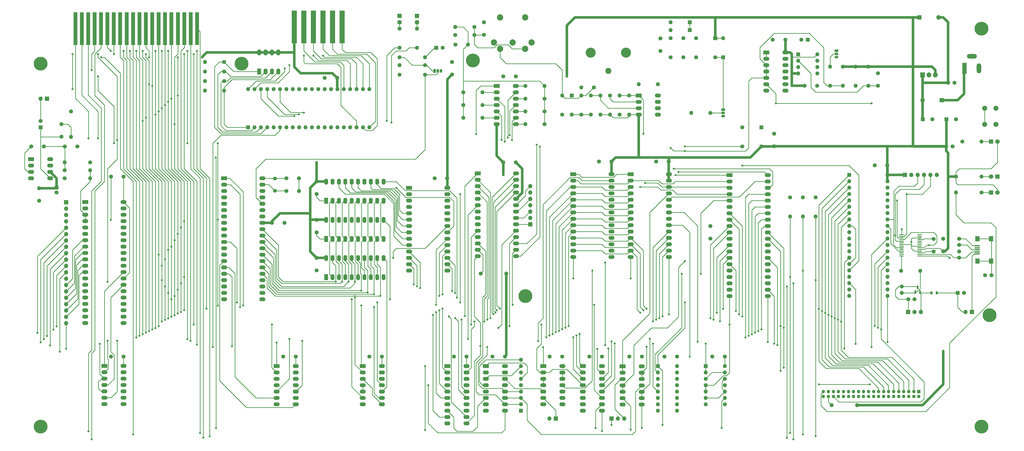
<source format=gbr>
%TF.GenerationSoftware,KiCad,Pcbnew,(6.0.6)*%
%TF.CreationDate,2022-08-30T12:21:22+02:00*%
%TF.ProjectId,Z80AllInOne,5a383041-6c6c-4496-9e4f-6e652e6b6963,rev?*%
%TF.SameCoordinates,Original*%
%TF.FileFunction,Copper,L1,Top*%
%TF.FilePolarity,Positive*%
%FSLAX46Y46*%
G04 Gerber Fmt 4.6, Leading zero omitted, Abs format (unit mm)*
G04 Created by KiCad (PCBNEW (6.0.6)) date 2022-08-30 12:21:22*
%MOMM*%
%LPD*%
G01*
G04 APERTURE LIST*
G04 Aperture macros list*
%AMRoundRect*
0 Rectangle with rounded corners*
0 $1 Rounding radius*
0 $2 $3 $4 $5 $6 $7 $8 $9 X,Y pos of 4 corners*
0 Add a 4 corners polygon primitive as box body*
4,1,4,$2,$3,$4,$5,$6,$7,$8,$9,$2,$3,0*
0 Add four circle primitives for the rounded corners*
1,1,$1+$1,$2,$3*
1,1,$1+$1,$4,$5*
1,1,$1+$1,$6,$7*
1,1,$1+$1,$8,$9*
0 Add four rect primitives between the rounded corners*
20,1,$1+$1,$2,$3,$4,$5,0*
20,1,$1+$1,$4,$5,$6,$7,0*
20,1,$1+$1,$6,$7,$8,$9,0*
20,1,$1+$1,$8,$9,$2,$3,0*%
G04 Aperture macros list end*
%TA.AperFunction,ComponentPad*%
%ADD10C,5.500000*%
%TD*%
%TA.AperFunction,ComponentPad*%
%ADD11C,1.600000*%
%TD*%
%TA.AperFunction,ComponentPad*%
%ADD12R,1.800000X1.600000*%
%TD*%
%TA.AperFunction,ComponentPad*%
%ADD13R,1.700000X1.700000*%
%TD*%
%TA.AperFunction,ComponentPad*%
%ADD14O,1.700000X1.700000*%
%TD*%
%TA.AperFunction,ComponentPad*%
%ADD15O,1.600000X1.600000*%
%TD*%
%TA.AperFunction,ConnectorPad*%
%ADD16R,1.650000X13.000000*%
%TD*%
%TA.AperFunction,ComponentPad*%
%ADD17C,2.400000*%
%TD*%
%TA.AperFunction,ComponentPad*%
%ADD18C,4.000000*%
%TD*%
%TA.AperFunction,ComponentPad*%
%ADD19R,1.800000X1.800000*%
%TD*%
%TA.AperFunction,ComponentPad*%
%ADD20C,1.800000*%
%TD*%
%TA.AperFunction,ComponentPad*%
%ADD21R,2.400000X1.600000*%
%TD*%
%TA.AperFunction,ComponentPad*%
%ADD22O,2.400000X1.600000*%
%TD*%
%TA.AperFunction,ComponentPad*%
%ADD23R,1.905000X2.000000*%
%TD*%
%TA.AperFunction,ComponentPad*%
%ADD24O,1.905000X2.000000*%
%TD*%
%TA.AperFunction,ComponentPad*%
%ADD25R,1.600000X1.600000*%
%TD*%
%TA.AperFunction,ComponentPad*%
%ADD26O,1.800000X1.800000*%
%TD*%
%TA.AperFunction,ComponentPad*%
%ADD27C,1.500000*%
%TD*%
%TA.AperFunction,ComponentPad*%
%ADD28R,1.600000X2.400000*%
%TD*%
%TA.AperFunction,ComponentPad*%
%ADD29O,1.600000X2.400000*%
%TD*%
%TA.AperFunction,ComponentPad*%
%ADD30R,1.500000X1.050000*%
%TD*%
%TA.AperFunction,ComponentPad*%
%ADD31O,1.500000X1.050000*%
%TD*%
%TA.AperFunction,SMDPad,CuDef*%
%ADD32R,2.000000X0.500000*%
%TD*%
%TA.AperFunction,SMDPad,CuDef*%
%ADD33R,1.700000X2.000000*%
%TD*%
%TA.AperFunction,ComponentPad*%
%ADD34C,2.500000*%
%TD*%
%TA.AperFunction,ComponentPad*%
%ADD35R,1.800000X4.400000*%
%TD*%
%TA.AperFunction,ComponentPad*%
%ADD36O,1.800000X4.000000*%
%TD*%
%TA.AperFunction,ComponentPad*%
%ADD37O,4.000000X1.800000*%
%TD*%
%TA.AperFunction,SMDPad,CuDef*%
%ADD38R,1.750000X0.450000*%
%TD*%
%TA.AperFunction,SMDPad,CuDef*%
%ADD39RoundRect,0.150000X0.150000X-0.587500X0.150000X0.587500X-0.150000X0.587500X-0.150000X-0.587500X0*%
%TD*%
%TA.AperFunction,ConnectorPad*%
%ADD40R,2.000000X13.000000*%
%TD*%
%TA.AperFunction,ComponentPad*%
%ADD41R,1.350000X1.350000*%
%TD*%
%TA.AperFunction,ComponentPad*%
%ADD42O,1.350000X1.350000*%
%TD*%
%TA.AperFunction,ComponentPad*%
%ADD43C,2.000000*%
%TD*%
%TA.AperFunction,SMDPad,CuDef*%
%ADD44RoundRect,0.218750X0.218750X0.381250X-0.218750X0.381250X-0.218750X-0.381250X0.218750X-0.381250X0*%
%TD*%
%TA.AperFunction,ComponentPad*%
%ADD45R,1.050000X1.500000*%
%TD*%
%TA.AperFunction,ComponentPad*%
%ADD46O,1.050000X1.500000*%
%TD*%
%TA.AperFunction,ViaPad*%
%ADD47C,0.800000*%
%TD*%
%TA.AperFunction,Conductor*%
%ADD48C,0.250000*%
%TD*%
%TA.AperFunction,Conductor*%
%ADD49C,1.000000*%
%TD*%
G04 APERTURE END LIST*
D10*
%TO.P,,2*%
%TO.N,GND*%
X214630000Y-146050000D03*
%TD*%
D11*
%TO.P,K1,11*%
%TO.N,/IO/Casette Interface/M2*%
X282575000Y-43180000D03*
%TO.P,K1,12*%
%TO.N,unconnected-(K1-Pad12)*%
X277495000Y-43180000D03*
%TO.P,K1,14*%
%TO.N,/IO/Casette Interface/M1*%
X272415000Y-43180000D03*
%TO.P,K1,21*%
%TO.N,unconnected-(K1-Pad21)*%
X282575000Y-50800000D03*
%TO.P,K1,22*%
%TO.N,unconnected-(K1-Pad22)*%
X277495000Y-50800000D03*
%TO.P,K1,24*%
%TO.N,unconnected-(K1-Pad24)*%
X272415000Y-50800000D03*
D12*
%TO.P,K1,A1*%
%TO.N,VCC*%
X290195000Y-43180000D03*
D11*
%TO.P,K1,A2*%
%TO.N,Net-(D7-Pad1)*%
X290195000Y-50800000D03*
%TD*%
D13*
%TO.P,JP4,1,A*%
%TO.N,/MREQ*%
X248920000Y-194945000D03*
D14*
%TO.P,JP4,2,C*%
%TO.N,Net-(JP4-Pad2)*%
X251460000Y-194945000D03*
%TO.P,JP4,3,B*%
%TO.N,Net-(JP4-Pad3)*%
X254000000Y-194945000D03*
%TD*%
D10*
%TO.P,,3*%
%TO.N,GND*%
X396240000Y-198120000D03*
%TD*%
D11*
%TO.P,C4,1*%
%TO.N,GND*%
X313690000Y-81320000D03*
%TO.P,C4,2*%
%TO.N,VCC*%
X313690000Y-86320000D03*
%TD*%
%TO.P,R21,1*%
%TO.N,/{slash}RESET*%
X335905000Y-62215564D03*
D15*
%TO.P,R21,2*%
%TO.N,Net-(Q3-Pad2)*%
X335905000Y-54595564D03*
%TD*%
D11*
%TO.P,C49,1*%
%TO.N,Net-(C49-Pad1)*%
X198120000Y-41870000D03*
%TO.P,C49,2*%
%TO.N,GND*%
X198120000Y-36870000D03*
%TD*%
D16*
%TO.P,JE1,2,Pin_2*%
%TO.N,/NMI*%
X83883000Y-39370000D03*
%TO.P,JE1,4,Pin_4*%
%TO.N,/WAIT*%
X81333000Y-39370000D03*
%TO.P,JE1,6,Pin_6*%
%TO.N,/IORQ*%
X78783000Y-39370000D03*
%TO.P,JE1,8,Pin_8*%
%TO.N,/RD*%
X76233000Y-39370000D03*
%TO.P,JE1,10,Pin_10*%
%TO.N,/BUS Expansion/D0*%
X73683000Y-39370000D03*
%TO.P,JE1,12,Pin_12*%
%TO.N,/BUS Expansion/D2*%
X71133000Y-39370000D03*
%TO.P,JE1,14,Pin_14*%
%TO.N,/BUS Expansion/D4*%
X68583000Y-39370000D03*
%TO.P,JE1,16,Pin_16*%
%TO.N,/BUS Expansion/D6*%
X66033000Y-39370000D03*
%TO.P,JE1,18,Pin_18*%
%TO.N,/WR*%
X63483000Y-39370000D03*
%TO.P,JE1,20,Pin_20*%
%TO.N,/IO/A1*%
X60933000Y-39370000D03*
%TO.P,JE1,22,Pin_22*%
%TO.N,/IO/A3*%
X58383000Y-39370000D03*
%TO.P,JE1,24,Pin_24*%
%TO.N,/IO/A5*%
X55833000Y-39370000D03*
%TO.P,JE1,26,Pin_26*%
%TO.N,/IO/A7*%
X53283000Y-39370000D03*
%TO.P,JE1,28,Pin_28*%
%TO.N,/IO/A9*%
X50733000Y-39370000D03*
%TO.P,JE1,30,Pin_30*%
%TO.N,/IO/A11*%
X48183000Y-39370000D03*
%TO.P,JE1,32,Pin_32*%
%TO.N,/BUSACK*%
X45633000Y-39370000D03*
%TO.P,JE1,34,Pin_34*%
%TO.N,GND*%
X43083000Y-39370000D03*
%TO.P,JE1,36,Pin_36*%
%TO.N,/DEV_CS1*%
X40533000Y-39370000D03*
%TO.P,JE1,38,Pin_38*%
%TO.N,/IO/A14*%
X37983000Y-39370000D03*
%TO.P,JE1,40,Pin_40*%
%TO.N,/INT_DEV1*%
X35433000Y-39370000D03*
%TD*%
D11*
%TO.P,R5,1*%
%TO.N,Net-(R5-Pad1)*%
X94615000Y-56515000D03*
D15*
%TO.P,R5,2*%
%TO.N,GND*%
X86995000Y-56515000D03*
%TD*%
D11*
%TO.P,C32,1*%
%TO.N,VCC*%
X20955000Y-103095112D03*
%TO.P,C32,2*%
%TO.N,GND*%
X20955000Y-108095112D03*
%TD*%
%TO.P,R19,1*%
%TO.N,Net-(C19-Pad1)*%
X174625000Y-50800000D03*
D15*
%TO.P,R19,2*%
%TO.N,Net-(Q2-Pad1)*%
X164465000Y-50800000D03*
%TD*%
D17*
%TO.P,J3,1,In*%
%TO.N,Net-(C19-Pad2)*%
X247650000Y-56210000D03*
D18*
%TO.P,J3,2,Ext*%
%TO.N,GND*%
X254650000Y-48940000D03*
%TO.P,J3,3*%
%TO.N,N/C*%
X240650000Y-48940000D03*
%TD*%
D19*
%TO.P,D4,1,K*%
%TO.N,Net-(D4-Pad1)*%
X400050000Y-84455000D03*
D20*
%TO.P,D4,2,A*%
%TO.N,VCC*%
X402590000Y-84455000D03*
%TD*%
D11*
%TO.P,C38,1*%
%TO.N,VCC*%
X206470000Y-170180000D03*
%TO.P,C38,2*%
%TO.N,GND*%
X201470000Y-170180000D03*
%TD*%
D21*
%TO.P,U28,1,OE*%
%TO.N,Net-(JP3-Pad2)*%
X183515000Y-173990000D03*
D22*
%TO.P,U28,2,O0*%
%TO.N,/BUS Expansion/D0*%
X183515000Y-176530000D03*
%TO.P,U28,3,D0*%
%TO.N,GND*%
X183515000Y-179070000D03*
%TO.P,U28,4,D1*%
%TO.N,Net-(U26-Pad9)*%
X183515000Y-181610000D03*
%TO.P,U28,5,O1*%
%TO.N,/BUS Expansion/D1*%
X183515000Y-184150000D03*
%TO.P,U28,6,O2*%
%TO.N,/BUS Expansion/D2*%
X183515000Y-186690000D03*
%TO.P,U28,7,D2*%
%TO.N,Net-(U26-Pad7)*%
X183515000Y-189230000D03*
%TO.P,U28,8,D3*%
%TO.N,Net-(U26-Pad6)*%
X183515000Y-191770000D03*
%TO.P,U28,9,O3*%
%TO.N,/BUS Expansion/D3*%
X183515000Y-194310000D03*
%TO.P,U28,10,GND*%
%TO.N,GND*%
X183515000Y-196850000D03*
%TO.P,U28,11,LE*%
%TO.N,/M1*%
X191135000Y-196850000D03*
%TO.P,U28,12,O4*%
%TO.N,/BUS Expansion/D4*%
X191135000Y-194310000D03*
%TO.P,U28,13,D4*%
%TO.N,GND*%
X191135000Y-191770000D03*
%TO.P,U28,14,D5*%
X191135000Y-189230000D03*
%TO.P,U28,15,O5*%
%TO.N,/BUS Expansion/D5*%
X191135000Y-186690000D03*
%TO.P,U28,16,O6*%
%TO.N,/BUS Expansion/D6*%
X191135000Y-184150000D03*
%TO.P,U28,17,D6*%
%TO.N,GND*%
X191135000Y-181610000D03*
%TO.P,U28,18,D7*%
X191135000Y-179070000D03*
%TO.P,U28,19,O7*%
%TO.N,/BUS Expansion/D7*%
X191135000Y-176530000D03*
%TO.P,U28,20,VCC*%
%TO.N,VCC*%
X191135000Y-173990000D03*
%TD*%
D11*
%TO.P,R38,1*%
%TO.N,Net-(R38-Pad1)*%
X244475000Y-66030000D03*
D15*
%TO.P,R38,2*%
%TO.N,VCC*%
X244475000Y-73650000D03*
%TD*%
D23*
%TO.P,U29,1,IN*%
%TO.N,Net-(C44-Pad1)*%
X372745000Y-57850000D03*
D24*
%TO.P,U29,2,GND*%
%TO.N,GND*%
X375285000Y-57850000D03*
%TO.P,U29,3,OUT*%
%TO.N,VCC*%
X377825000Y-57850000D03*
%TD*%
D25*
%TO.P,D10,1,A*%
%TO.N,GND*%
X233045000Y-66030000D03*
D15*
%TO.P,D10,2,K*%
%TO.N,Net-(D10-Pad2)*%
X233045000Y-73650000D03*
%TD*%
D25*
%TO.P,D8,1,A*%
%TO.N,Net-(D8-Pad1)*%
X280035000Y-40005000D03*
D15*
%TO.P,D8,2,K*%
%TO.N,/IO/Casette Interface/M1*%
X272415000Y-40005000D03*
%TD*%
D25*
%TO.P,C19,1*%
%TO.N,Net-(C19-Pad1)*%
X179152375Y-46990000D03*
D11*
%TO.P,C19,2*%
%TO.N,Net-(C19-Pad2)*%
X181652375Y-46990000D03*
%TD*%
D25*
%TO.P,U23,1,GND*%
%TO.N,GND*%
X323215000Y-49655564D03*
D15*
%TO.P,U23,2,TR*%
%TO.N,Net-(C34-Pad1)*%
X323215000Y-52195564D03*
%TO.P,U23,3,Q*%
%TO.N,Net-(U12-Pad1)*%
X323215000Y-54735564D03*
%TO.P,U23,4,R*%
%TO.N,VCC*%
X323215000Y-57275564D03*
%TO.P,U23,5,CV*%
%TO.N,unconnected-(U23-Pad5)*%
X330835000Y-57275564D03*
%TO.P,U23,6,THR*%
%TO.N,Net-(C36-Pad1)*%
X330835000Y-54735564D03*
%TO.P,U23,7,DIS*%
X330835000Y-52195564D03*
%TO.P,U23,8,VCC*%
%TO.N,VCC*%
X330835000Y-49655564D03*
%TD*%
D11*
%TO.P,C37,1*%
%TO.N,GND*%
X224235000Y-170180000D03*
%TO.P,C37,2*%
%TO.N,VCC*%
X229235000Y-170180000D03*
%TD*%
%TO.P,R14,1*%
%TO.N,GND*%
X41275000Y-92710000D03*
D15*
%TO.P,R14,2*%
%TO.N,Net-(C30-Pad1)*%
X31115000Y-92710000D03*
%TD*%
D11*
%TO.P,C6,1*%
%TO.N,GND*%
X353735000Y-93945000D03*
%TO.P,C6,2*%
%TO.N,VCC*%
X358735000Y-93945000D03*
%TD*%
%TO.P,R4,1*%
%TO.N,Net-(R4-Pad1)*%
X94615000Y-52705000D03*
D15*
%TO.P,R4,2*%
%TO.N,GND*%
X86995000Y-52705000D03*
%TD*%
D21*
%TO.P,U26,1,I4*%
%TO.N,/INT_DEV2*%
X198875000Y-174005000D03*
D22*
%TO.P,U26,2,I5*%
%TO.N,/INT_DEV3*%
X198875000Y-176545000D03*
%TO.P,U26,3,I6*%
%TO.N,/INT_DEV4*%
X198875000Y-179085000D03*
%TO.P,U26,4,I7*%
%TO.N,/INT_DEV5*%
X198875000Y-181625000D03*
%TO.P,U26,5,EI*%
%TO.N,GND*%
X198875000Y-184165000D03*
%TO.P,U26,6,S2*%
%TO.N,Net-(U26-Pad6)*%
X198875000Y-186705000D03*
%TO.P,U26,7,S1*%
%TO.N,Net-(U26-Pad7)*%
X198875000Y-189245000D03*
%TO.P,U26,8,GND*%
%TO.N,GND*%
X198875000Y-191785000D03*
%TO.P,U26,9,S0*%
%TO.N,Net-(U26-Pad9)*%
X206495000Y-191785000D03*
%TO.P,U26,10,IO*%
%TO.N,/CTC_INT*%
X206495000Y-189245000D03*
%TO.P,U26,11,I1*%
%TO.N,/UART_INT*%
X206495000Y-186705000D03*
%TO.P,U26,12,I2*%
%TO.N,/VDP_INT*%
X206495000Y-184165000D03*
%TO.P,U26,13,I3*%
%TO.N,/INT_DEV1*%
X206495000Y-181625000D03*
%TO.P,U26,14,GS*%
%TO.N,Net-(U25-Pad10)*%
X206495000Y-179085000D03*
%TO.P,U26,15,EO*%
%TO.N,unconnected-(U26-Pad15)*%
X206495000Y-176545000D03*
%TO.P,U26,16,VCC*%
%TO.N,VCC*%
X206495000Y-174005000D03*
%TD*%
D11*
%TO.P,R3,1*%
%TO.N,VCC*%
X325120000Y-106680000D03*
D15*
%TO.P,R3,2*%
%TO.N,/BUSRQ*%
X325120000Y-114300000D03*
%TD*%
D21*
%TO.P,U2,1,A14*%
%TO.N,/IO/A14*%
X233680000Y-97515000D03*
D22*
%TO.P,U2,2,A12*%
%TO.N,/IO/A12*%
X233680000Y-100055000D03*
%TO.P,U2,3,A7*%
%TO.N,/IO/A7*%
X233680000Y-102595000D03*
%TO.P,U2,4,A6*%
%TO.N,/IO/A6*%
X233680000Y-105135000D03*
%TO.P,U2,5,A5*%
%TO.N,/IO/A5*%
X233680000Y-107675000D03*
%TO.P,U2,6,A4*%
%TO.N,/IO/A4*%
X233680000Y-110215000D03*
%TO.P,U2,7,A3*%
%TO.N,/IO/A3*%
X233680000Y-112755000D03*
%TO.P,U2,8,A2*%
%TO.N,/IO/A2*%
X233680000Y-115295000D03*
%TO.P,U2,9,A1*%
%TO.N,/IO/A1*%
X233680000Y-117835000D03*
%TO.P,U2,10,A0*%
%TO.N,/IO/A0*%
X233680000Y-120375000D03*
%TO.P,U2,11,I/O1*%
%TO.N,/BUS Expansion/D0*%
X233680000Y-122915000D03*
%TO.P,U2,12,I/O2*%
%TO.N,/BUS Expansion/D1*%
X233680000Y-125455000D03*
%TO.P,U2,13,I/O3*%
%TO.N,/BUS Expansion/D2*%
X233680000Y-127995000D03*
%TO.P,U2,14,GND*%
%TO.N,GND*%
X233680000Y-130535000D03*
%TO.P,U2,15,I/O4*%
%TO.N,/BUS Expansion/D3*%
X248920000Y-130535000D03*
%TO.P,U2,16,I/O5*%
%TO.N,/BUS Expansion/D4*%
X248920000Y-127995000D03*
%TO.P,U2,17,I/O6*%
%TO.N,/BUS Expansion/D5*%
X248920000Y-125455000D03*
%TO.P,U2,18,I/O7*%
%TO.N,/BUS Expansion/D6*%
X248920000Y-122915000D03*
%TO.P,U2,19,I/O8*%
%TO.N,/BUS Expansion/D7*%
X248920000Y-120375000D03*
%TO.P,U2,20,/CE*%
%TO.N,/RAM_CE*%
X248920000Y-117835000D03*
%TO.P,U2,21,A10*%
%TO.N,/IO/A10*%
X248920000Y-115295000D03*
%TO.P,U2,22,/OE*%
%TO.N,/RD*%
X248920000Y-112755000D03*
%TO.P,U2,23,A11*%
%TO.N,/IO/A11*%
X248920000Y-110215000D03*
%TO.P,U2,24,A9*%
%TO.N,/IO/A9*%
X248920000Y-107675000D03*
%TO.P,U2,25,A8*%
%TO.N,/IO/A8*%
X248920000Y-105135000D03*
%TO.P,U2,26,A13*%
%TO.N,/IO/A13*%
X248920000Y-102595000D03*
%TO.P,U2,27,R/W*%
%TO.N,/WR*%
X248920000Y-100055000D03*
%TO.P,U2,28,VDD*%
%TO.N,VCC*%
X248920000Y-97515000D03*
%TD*%
D11*
%TO.P,C30,1*%
%TO.N,Net-(C30-Pad1)*%
X31195000Y-86360000D03*
%TO.P,C30,2*%
%TO.N,GND*%
X36195000Y-86360000D03*
%TD*%
%TO.P,C31,1*%
%TO.N,Net-(C31-Pad1)*%
X17860000Y-86360000D03*
%TO.P,C31,2*%
%TO.N,Net-(C30-Pad1)*%
X22860000Y-86360000D03*
%TD*%
D19*
%TO.P,D6,1,K*%
%TO.N,GND*%
X402590000Y-98425000D03*
D20*
%TO.P,D6,2,A*%
%TO.N,Net-(D6-Pad2)*%
X400050000Y-98425000D03*
%TD*%
D11*
%TO.P,C34,1*%
%TO.N,Net-(C34-Pad1)*%
X354955000Y-62175564D03*
%TO.P,C34,2*%
%TO.N,GND*%
X354955000Y-57175564D03*
%TD*%
D21*
%TO.P,U20,1*%
%TO.N,Net-(U20-Pad1)*%
X46990000Y-173975000D03*
D22*
%TO.P,U20,2*%
%TO.N,/IO/A0*%
X46990000Y-176515000D03*
%TO.P,U20,3*%
%TO.N,/PSG_CE*%
X46990000Y-179055000D03*
%TO.P,U20,4*%
%TO.N,Net-(U20-Pad4)*%
X46990000Y-181595000D03*
%TO.P,U20,5*%
%TO.N,/PSG_CE*%
X46990000Y-184135000D03*
%TO.P,U20,6*%
%TO.N,/WR*%
X46990000Y-186675000D03*
%TO.P,U20,7,GND*%
%TO.N,GND*%
X46990000Y-189215000D03*
%TO.P,U20,8*%
%TO.N,N/C*%
X54610000Y-189215000D03*
%TO.P,U20,9*%
X54610000Y-186675000D03*
%TO.P,U20,10*%
X54610000Y-184135000D03*
%TO.P,U20,11*%
X54610000Y-181595000D03*
%TO.P,U20,12*%
X54610000Y-179055000D03*
%TO.P,U20,13*%
X54610000Y-176515000D03*
%TO.P,U20,14,VCC*%
%TO.N,VCC*%
X54610000Y-173975000D03*
%TD*%
D11*
%TO.P,R29,1*%
%TO.N,Net-(C48-Pad1)*%
X222250000Y-72390000D03*
D15*
%TO.P,R29,2*%
%TO.N,Net-(R29-Pad2)*%
X214630000Y-72390000D03*
%TD*%
D11*
%TO.P,C3,1*%
%TO.N,GND*%
X266700000Y-92430000D03*
%TO.P,C3,2*%
%TO.N,VCC*%
X271700000Y-92430000D03*
%TD*%
D21*
%TO.P,U3,1,A14*%
%TO.N,/IO/A14*%
X256540000Y-97515000D03*
D22*
%TO.P,U3,2,A12*%
%TO.N,/IO/A12*%
X256540000Y-100055000D03*
%TO.P,U3,3,A7*%
%TO.N,/IO/A7*%
X256540000Y-102595000D03*
%TO.P,U3,4,A6*%
%TO.N,/IO/A6*%
X256540000Y-105135000D03*
%TO.P,U3,5,A5*%
%TO.N,/IO/A5*%
X256540000Y-107675000D03*
%TO.P,U3,6,A4*%
%TO.N,/IO/A4*%
X256540000Y-110215000D03*
%TO.P,U3,7,A3*%
%TO.N,/IO/A3*%
X256540000Y-112755000D03*
%TO.P,U3,8,A2*%
%TO.N,/IO/A2*%
X256540000Y-115295000D03*
%TO.P,U3,9,A1*%
%TO.N,/IO/A1*%
X256540000Y-117835000D03*
%TO.P,U3,10,A0*%
%TO.N,/IO/A0*%
X256540000Y-120375000D03*
%TO.P,U3,11,D0*%
%TO.N,/BUS Expansion/D0*%
X256540000Y-122915000D03*
%TO.P,U3,12,D1*%
%TO.N,/BUS Expansion/D1*%
X256540000Y-125455000D03*
%TO.P,U3,13,D2*%
%TO.N,/BUS Expansion/D2*%
X256540000Y-127995000D03*
%TO.P,U3,14,GND*%
%TO.N,GND*%
X256540000Y-130535000D03*
%TO.P,U3,15,D3*%
%TO.N,/BUS Expansion/D3*%
X271780000Y-130535000D03*
%TO.P,U3,16,D4*%
%TO.N,/BUS Expansion/D4*%
X271780000Y-127995000D03*
%TO.P,U3,17,D5*%
%TO.N,/BUS Expansion/D5*%
X271780000Y-125455000D03*
%TO.P,U3,18,D6*%
%TO.N,/BUS Expansion/D6*%
X271780000Y-122915000D03*
%TO.P,U3,19,D7*%
%TO.N,/BUS Expansion/D7*%
X271780000Y-120375000D03*
%TO.P,U3,20,~{CS}*%
%TO.N,/ROM_CE*%
X271780000Y-117835000D03*
%TO.P,U3,21,A10*%
%TO.N,/IO/A10*%
X271780000Y-115295000D03*
%TO.P,U3,22,~{OE}*%
%TO.N,/RD*%
X271780000Y-112755000D03*
%TO.P,U3,23,A11*%
%TO.N,/IO/A11*%
X271780000Y-110215000D03*
%TO.P,U3,24,A9*%
%TO.N,/IO/A9*%
X271780000Y-107675000D03*
%TO.P,U3,25,A8*%
%TO.N,/IO/A8*%
X271780000Y-105135000D03*
%TO.P,U3,26,A13*%
%TO.N,/IO/A13*%
X271780000Y-102595000D03*
%TO.P,U3,27,~{WE}*%
%TO.N,VCC*%
X271780000Y-100055000D03*
%TO.P,U3,28,VCC*%
X271780000Y-97515000D03*
%TD*%
D25*
%TO.P,U4,1,PA3*%
%TO.N,Net-(R7-Pad1)*%
X104185000Y-78785000D03*
D15*
%TO.P,U4,2,PA2*%
%TO.N,Net-(R6-Pad1)*%
X106725000Y-78785000D03*
%TO.P,U4,3,PA1*%
%TO.N,Net-(R5-Pad1)*%
X109265000Y-78785000D03*
%TO.P,U4,4,PA0*%
%TO.N,Net-(R4-Pad1)*%
X111805000Y-78785000D03*
%TO.P,U4,5,~{RD}*%
%TO.N,/RD*%
X114345000Y-78785000D03*
%TO.P,U4,6,~{CS}*%
%TO.N,/PPI_CE*%
X116885000Y-78785000D03*
%TO.P,U4,7,GND*%
%TO.N,GND*%
X119425000Y-78785000D03*
%TO.P,U4,8,A1*%
%TO.N,/IO/A1*%
X121965000Y-78785000D03*
%TO.P,U4,9,A0*%
%TO.N,/IO/A0*%
X124505000Y-78785000D03*
%TO.P,U4,10,PC7*%
%TO.N,/IO/Casette Interface/PC7*%
X127045000Y-78785000D03*
%TO.P,U4,11,PC6*%
%TO.N,/IO/Casette Interface/PC6*%
X129585000Y-78785000D03*
%TO.P,U4,12,PC5*%
%TO.N,/IO/Casette Interface/PC5*%
X132125000Y-78785000D03*
%TO.P,U4,13,PC4*%
%TO.N,/IO/Casette Interface/PC4*%
X134665000Y-78785000D03*
%TO.P,U4,14,PC0*%
%TO.N,/IO/PC0*%
X137205000Y-78785000D03*
%TO.P,U4,15,PC1*%
%TO.N,/IO/PC1*%
X139745000Y-78785000D03*
%TO.P,U4,16,PC2*%
%TO.N,/IO/Casette Interface/PC2*%
X142285000Y-78785000D03*
%TO.P,U4,17,PC3*%
%TO.N,/IO/Casette Interface/PC3*%
X144825000Y-78785000D03*
%TO.P,U4,18,PB0*%
%TO.N,/IO/PB0*%
X147365000Y-78785000D03*
%TO.P,U4,19,PB1*%
%TO.N,/IO/PB1*%
X149905000Y-78785000D03*
%TO.P,U4,20,PB2*%
%TO.N,/IO/PB2*%
X152445000Y-78785000D03*
%TO.P,U4,21,PB3*%
%TO.N,/IO/PB3*%
X152445000Y-63545000D03*
%TO.P,U4,22,PB4*%
%TO.N,/IO/PB4*%
X149905000Y-63545000D03*
%TO.P,U4,23,PB5*%
%TO.N,/IO/PB5*%
X147365000Y-63545000D03*
%TO.P,U4,24,PB6*%
%TO.N,/IO/PB6*%
X144825000Y-63545000D03*
%TO.P,U4,25,PB7*%
%TO.N,/IO/PB7*%
X142285000Y-63545000D03*
%TO.P,U4,26,VCC*%
%TO.N,VCC*%
X139745000Y-63545000D03*
%TO.P,U4,27,D7*%
%TO.N,/BUS Expansion/D7*%
X137205000Y-63545000D03*
%TO.P,U4,28,D6*%
%TO.N,/BUS Expansion/D6*%
X134665000Y-63545000D03*
%TO.P,U4,29,D5*%
%TO.N,/BUS Expansion/D5*%
X132125000Y-63545000D03*
%TO.P,U4,30,D4*%
%TO.N,/BUS Expansion/D4*%
X129585000Y-63545000D03*
%TO.P,U4,31,D3*%
%TO.N,/BUS Expansion/D3*%
X127045000Y-63545000D03*
%TO.P,U4,32,D2*%
%TO.N,/BUS Expansion/D2*%
X124505000Y-63545000D03*
%TO.P,U4,33,D1*%
%TO.N,/BUS Expansion/D1*%
X121965000Y-63545000D03*
%TO.P,U4,34,D0*%
%TO.N,/BUS Expansion/D0*%
X119425000Y-63545000D03*
%TO.P,U4,35,RESET*%
%TO.N,/RESET_IO*%
X116885000Y-63545000D03*
%TO.P,U4,36,~{WR}*%
%TO.N,/WR*%
X114345000Y-63545000D03*
%TO.P,U4,37,PA7*%
%TO.N,/IO/PA7*%
X111805000Y-63545000D03*
%TO.P,U4,38,PA6*%
%TO.N,/IO/PA6*%
X109265000Y-63545000D03*
%TO.P,U4,39,PA5*%
%TO.N,/IO/PA5*%
X106725000Y-63545000D03*
%TO.P,U4,40,PA4*%
%TO.N,/IO/PA4*%
X104185000Y-63545000D03*
%TD*%
D19*
%TO.P,D3,1,K*%
%TO.N,Net-(D3-Pad1)*%
X380365000Y-67945000D03*
D26*
%TO.P,D3,2,A*%
%TO.N,Net-(C44-Pad1)*%
X372745000Y-67945000D03*
%TD*%
D21*
%TO.P,U13,1*%
%TO.N,/IO/A8*%
X253350000Y-174090000D03*
D22*
%TO.P,U13,2*%
X253350000Y-176630000D03*
%TO.P,U13,3*%
%TO.N,Net-(JP4-Pad3)*%
X253350000Y-179170000D03*
%TO.P,U13,4*%
%TO.N,/{slash}RESET*%
X253350000Y-181710000D03*
%TO.P,U13,5*%
X253350000Y-184250000D03*
%TO.P,U13,6*%
%TO.N,/MR*%
X253350000Y-186790000D03*
%TO.P,U13,7,GND*%
%TO.N,GND*%
X253350000Y-189330000D03*
%TO.P,U13,8*%
%TO.N,Net-(U13-Pad8)*%
X260970000Y-189330000D03*
%TO.P,U13,9*%
%TO.N,/RD*%
X260970000Y-186790000D03*
%TO.P,U13,10*%
X260970000Y-184250000D03*
%TO.P,U13,11*%
%TO.N,/UART_INT*%
X260970000Y-181710000D03*
%TO.P,U13,12*%
%TO.N,Net-(U13-Pad12)*%
X260970000Y-179170000D03*
%TO.P,U13,13*%
X260970000Y-176630000D03*
%TO.P,U13,14,VCC*%
%TO.N,VCC*%
X260970000Y-174090000D03*
%TD*%
D11*
%TO.P,R24,1*%
%TO.N,Net-(Q4-Pad2)*%
X288290000Y-73025000D03*
D15*
%TO.P,R24,2*%
%TO.N,/IO/PA7*%
X280670000Y-73025000D03*
%TD*%
D11*
%TO.P,C23,1*%
%TO.N,GND*%
X131445000Y-120650000D03*
%TO.P,C23,2*%
%TO.N,VCC*%
X131445000Y-115650000D03*
%TD*%
D10*
%TO.P,,4*%
%TO.N,GND*%
X101600000Y-53340000D03*
%TD*%
D21*
%TO.P,U19,1*%
%TO.N,/IO/PA6*%
X259715000Y-66040000D03*
D22*
%TO.P,U19,2,-*%
%TO.N,Net-(R35-Pad1)*%
X259715000Y-68580000D03*
%TO.P,U19,3,+*%
%TO.N,Net-(R38-Pad1)*%
X259715000Y-71120000D03*
%TO.P,U19,4,V-*%
%TO.N,VCC*%
X259715000Y-73660000D03*
%TO.P,U19,5*%
%TO.N,N/C*%
X267335000Y-73660000D03*
%TO.P,U19,6*%
X267335000Y-71120000D03*
%TO.P,U19,7*%
X267335000Y-68580000D03*
%TO.P,U19,8,V+*%
%TO.N,GND*%
X267335000Y-66040000D03*
%TD*%
D13*
%TO.P,JP2,1,A*%
%TO.N,Net-(C7-Pad2)*%
X367045000Y-152400000D03*
D14*
%TO.P,JP2,2,C*%
%TO.N,VCC*%
X369585000Y-152400000D03*
%TO.P,JP2,3,B*%
%TO.N,Net-(FB1-Pad2)*%
X372125000Y-152400000D03*
%TD*%
D11*
%TO.P,R36,1*%
%TO.N,Net-(R35-Pad1)*%
X248285000Y-66030000D03*
D15*
%TO.P,R36,2*%
%TO.N,VCC*%
X248285000Y-73650000D03*
%TD*%
D11*
%TO.P,R8,1*%
%TO.N,Net-(D1-Pad2)*%
X171450000Y-39370000D03*
D15*
%TO.P,R8,2*%
%TO.N,/IO/PC1*%
X171450000Y-46990000D03*
%TD*%
D11*
%TO.P,C29,1*%
%TO.N,VCC*%
X54610000Y-98425000D03*
%TO.P,C29,2*%
%TO.N,GND*%
X49610000Y-98425000D03*
%TD*%
D27*
%TO.P,Y2,1,1*%
%TO.N,Net-(C16-Pad2)*%
X114875000Y-104050000D03*
%TO.P,Y2,2,2*%
%TO.N,Net-(C17-Pad2)*%
X114875000Y-99150000D03*
%TD*%
D10*
%TO.P,,1*%
%TO.N,GND*%
X21590000Y-53340000D03*
%TD*%
D11*
%TO.P,C27,1*%
%TO.N,VCC*%
X274965000Y-170190000D03*
%TO.P,C27,2*%
%TO.N,GND*%
X269965000Y-170190000D03*
%TD*%
%TO.P,R32,1*%
%TO.N,Net-(C49-Pad1)*%
X194310000Y-38735000D03*
D15*
%TO.P,R32,2*%
%TO.N,Net-(C48-Pad1)*%
X186690000Y-38735000D03*
%TD*%
D28*
%TO.P,U9,1,OE*%
%TO.N,GND*%
X135255000Y-123290000D03*
D29*
%TO.P,U9,2,D0*%
%TO.N,/VIDEO/AD0*%
X137795000Y-123290000D03*
%TO.P,U9,3,D1*%
%TO.N,/VIDEO/AD1*%
X140335000Y-123290000D03*
%TO.P,U9,4,D2*%
%TO.N,/VIDEO/AD2*%
X142875000Y-123290000D03*
%TO.P,U9,5,D3*%
%TO.N,/VIDEO/AD3*%
X145415000Y-123290000D03*
%TO.P,U9,6,D4*%
%TO.N,/VIDEO/AD4*%
X147955000Y-123290000D03*
%TO.P,U9,7,D5*%
%TO.N,/VIDEO/AD5*%
X150495000Y-123290000D03*
%TO.P,U9,8,D6*%
%TO.N,/VIDEO/AD6*%
X153035000Y-123290000D03*
%TO.P,U9,9,D7*%
%TO.N,/VIDEO/AD7*%
X155575000Y-123290000D03*
%TO.P,U9,10,GND*%
%TO.N,GND*%
X158115000Y-123290000D03*
%TO.P,U9,11,Cp*%
%TO.N,Net-(U17-Pad6)*%
X158115000Y-115670000D03*
%TO.P,U9,12,Q7*%
%TO.N,/VIDEO/VA13*%
X155575000Y-115670000D03*
%TO.P,U9,13,Q6*%
%TO.N,/VIDEO/VA12*%
X153035000Y-115670000D03*
%TO.P,U9,14,Q5*%
%TO.N,/VIDEO/VA11*%
X150495000Y-115670000D03*
%TO.P,U9,15,Q4*%
%TO.N,/VIDEO/VA10*%
X147955000Y-115670000D03*
%TO.P,U9,16,Q3*%
%TO.N,/VIDEO/VA9*%
X145415000Y-115670000D03*
%TO.P,U9,17,Q2*%
%TO.N,/VIDEO/VA8*%
X142875000Y-115670000D03*
%TO.P,U9,18,Q1*%
%TO.N,/VIDEO/VA7*%
X140335000Y-115670000D03*
%TO.P,U9,19,Q0*%
%TO.N,unconnected-(U9-Pad19)*%
X137795000Y-115670000D03*
%TO.P,U9,20,VCC*%
%TO.N,VCC*%
X135255000Y-115670000D03*
%TD*%
D28*
%TO.P,U8,1,OE*%
%TO.N,GND*%
X135260000Y-108040000D03*
D29*
%TO.P,U8,2,D0*%
%TO.N,/VIDEO/AD0*%
X137800000Y-108040000D03*
%TO.P,U8,3,D1*%
%TO.N,/VIDEO/AD1*%
X140340000Y-108040000D03*
%TO.P,U8,4,D2*%
%TO.N,/VIDEO/AD2*%
X142880000Y-108040000D03*
%TO.P,U8,5,D3*%
%TO.N,/VIDEO/AD3*%
X145420000Y-108040000D03*
%TO.P,U8,6,D4*%
%TO.N,/VIDEO/AD4*%
X147960000Y-108040000D03*
%TO.P,U8,7,D5*%
%TO.N,/VIDEO/AD5*%
X150500000Y-108040000D03*
%TO.P,U8,8,D6*%
%TO.N,/VIDEO/AD6*%
X153040000Y-108040000D03*
%TO.P,U8,9,D7*%
%TO.N,/VIDEO/AD7*%
X155580000Y-108040000D03*
%TO.P,U8,10,GND*%
%TO.N,GND*%
X158120000Y-108040000D03*
%TO.P,U8,11,Cp*%
%TO.N,Net-(U17-Pad2)*%
X158120000Y-100420000D03*
%TO.P,U8,12,Q7*%
%TO.N,/VIDEO/VA6*%
X155580000Y-100420000D03*
%TO.P,U8,13,Q6*%
%TO.N,/VIDEO/VA5*%
X153040000Y-100420000D03*
%TO.P,U8,14,Q5*%
%TO.N,/VIDEO/VA4*%
X150500000Y-100420000D03*
%TO.P,U8,15,Q4*%
%TO.N,/VIDEO/VA3*%
X147960000Y-100420000D03*
%TO.P,U8,16,Q3*%
%TO.N,/VIDEO/VA2*%
X145420000Y-100420000D03*
%TO.P,U8,17,Q2*%
%TO.N,/VIDEO/VA1*%
X142880000Y-100420000D03*
%TO.P,U8,18,Q1*%
%TO.N,/VIDEO/VA0*%
X140340000Y-100420000D03*
%TO.P,U8,19,Q0*%
%TO.N,unconnected-(U8-Pad19)*%
X137800000Y-100420000D03*
%TO.P,U8,20,VCC*%
%TO.N,VCC*%
X135260000Y-100420000D03*
%TD*%
D11*
%TO.P,R28,1*%
%TO.N,Net-(C48-Pad1)*%
X222250000Y-77470000D03*
D15*
%TO.P,R28,2*%
%TO.N,Net-(R28-Pad2)*%
X214630000Y-77470000D03*
%TD*%
D11*
%TO.P,R35,1*%
%TO.N,Net-(R35-Pad1)*%
X252095000Y-73650000D03*
D15*
%TO.P,R35,2*%
%TO.N,/IO/PA6*%
X252095000Y-66030000D03*
%TD*%
D25*
%TO.P,U27,1*%
%TO.N,/WR*%
X286425000Y-173990000D03*
D15*
%TO.P,U27,2*%
X286425000Y-176530000D03*
%TO.P,U27,3*%
%TO.N,Net-(U27-Pad13)*%
X286425000Y-179070000D03*
%TO.P,U27,4*%
%TO.N,/IORQ*%
X286425000Y-181610000D03*
%TO.P,U27,5*%
X286425000Y-184150000D03*
%TO.P,U27,6*%
%TO.N,Net-(U27-Pad10)*%
X286425000Y-186690000D03*
%TO.P,U27,7,GND*%
%TO.N,GND*%
X286425000Y-189230000D03*
%TO.P,U27,8*%
%TO.N,/IORD*%
X294045000Y-189230000D03*
%TO.P,U27,9*%
%TO.N,Net-(U13-Pad8)*%
X294045000Y-186690000D03*
%TO.P,U27,10*%
%TO.N,Net-(U27-Pad10)*%
X294045000Y-184150000D03*
%TO.P,U27,11*%
%TO.N,/IOWR*%
X294045000Y-181610000D03*
%TO.P,U27,12*%
%TO.N,Net-(U27-Pad10)*%
X294045000Y-179070000D03*
%TO.P,U27,13*%
%TO.N,Net-(U27-Pad13)*%
X294045000Y-176530000D03*
%TO.P,U27,14,VCC*%
%TO.N,VCC*%
X294045000Y-173990000D03*
%TD*%
D13*
%TO.P,SPEAKER1,1,Pin_1*%
%TO.N,GND*%
X24130000Y-67310000D03*
D14*
%TO.P,SPEAKER1,2,Pin_2*%
%TO.N,Net-(C43-Pad2)*%
X21590000Y-67310000D03*
%TD*%
D25*
%TO.P,C42,1*%
%TO.N,VCC*%
X27940000Y-102775000D03*
D11*
%TO.P,C42,2*%
%TO.N,GND*%
X27940000Y-104775000D03*
%TD*%
%TO.P,R33,1*%
%TO.N,GND*%
X186690000Y-41910000D03*
D15*
%TO.P,R33,2*%
%TO.N,Net-(C49-Pad1)*%
X194310000Y-41910000D03*
%TD*%
D11*
%TO.P,R10,1*%
%TO.N,Net-(R10-Pad1)*%
X364202500Y-135990000D03*
D15*
%TO.P,R10,2*%
%TO.N,Net-(C8-Pad1)*%
X371822500Y-135990000D03*
%TD*%
D11*
%TO.P,R37,1*%
%TO.N,GND*%
X267335000Y-61585000D03*
D15*
%TO.P,R37,2*%
%TO.N,Net-(R35-Pad1)*%
X259715000Y-61585000D03*
%TD*%
D11*
%TO.P,R12,1*%
%TO.N,GND*%
X31115000Y-99060000D03*
D15*
%TO.P,R12,2*%
%TO.N,Net-(R12-Pad2)*%
X41275000Y-99060000D03*
%TD*%
D21*
%TO.P,U12,1*%
%TO.N,Net-(U12-Pad1)*%
X310515000Y-48895000D03*
D22*
%TO.P,U12,2*%
X310515000Y-51435000D03*
%TO.P,U12,3*%
%TO.N,/{slash}RESET*%
X310515000Y-53975000D03*
%TO.P,U12,4*%
X310515000Y-56515000D03*
%TO.P,U12,5*%
X310515000Y-59055000D03*
%TO.P,U12,6*%
%TO.N,/RESET_IO*%
X310515000Y-61595000D03*
%TO.P,U12,7,GND*%
%TO.N,GND*%
X310515000Y-64135000D03*
%TO.P,U12,8*%
%TO.N,N/C*%
X318135000Y-64135000D03*
%TO.P,U12,9*%
X318135000Y-61595000D03*
%TO.P,U12,10*%
X318135000Y-59055000D03*
%TO.P,U12,11*%
X318135000Y-56515000D03*
%TO.P,U12,12*%
X318135000Y-53975000D03*
%TO.P,U12,13*%
X318135000Y-51435000D03*
%TO.P,U12,14,VCC*%
%TO.N,VCC*%
X318135000Y-48895000D03*
%TD*%
D21*
%TO.P,U22,1,GAIN*%
%TO.N,unconnected-(U22-Pad1)*%
X17780000Y-91440000D03*
D22*
%TO.P,U22,2,-*%
%TO.N,GND*%
X17780000Y-93980000D03*
%TO.P,U22,3,+*%
%TO.N,Net-(C31-Pad1)*%
X17780000Y-96520000D03*
%TO.P,U22,4,GND*%
%TO.N,GND*%
X17780000Y-99060000D03*
%TO.P,U22,5*%
%TO.N,Net-(C33-Pad1)*%
X25400000Y-99060000D03*
%TO.P,U22,6,V+*%
%TO.N,VCC*%
X25400000Y-96520000D03*
%TO.P,U22,7,BYPASS*%
%TO.N,unconnected-(U22-Pad7)*%
X25400000Y-93980000D03*
%TO.P,U22,8,GAIN*%
%TO.N,unconnected-(U22-Pad8)*%
X25400000Y-91440000D03*
%TD*%
D11*
%TO.P,C26,1*%
%TO.N,GND*%
X118190000Y-170185000D03*
%TO.P,C26,2*%
%TO.N,VCC*%
X123190000Y-170185000D03*
%TD*%
D25*
%TO.P,C54,1*%
%TO.N,VCC*%
X382280000Y-75565000D03*
D11*
%TO.P,C54,2*%
%TO.N,GND*%
X386080000Y-75565000D03*
%TD*%
%TO.P,R11,1*%
%TO.N,VCC*%
X386080000Y-98425000D03*
D15*
%TO.P,R11,2*%
%TO.N,Net-(D6-Pad2)*%
X396240000Y-98425000D03*
%TD*%
D11*
%TO.P,C35,1*%
%TO.N,VCC*%
X325785000Y-62215564D03*
%TO.P,C35,2*%
%TO.N,GND*%
X330785000Y-62215564D03*
%TD*%
%TO.P,C51,1*%
%TO.N,GND*%
X236855000Y-62855000D03*
%TO.P,C51,2*%
%TO.N,Net-(C51-Pad2)*%
X241855000Y-62855000D03*
%TD*%
%TO.P,R7,1*%
%TO.N,Net-(R7-Pad1)*%
X94615000Y-64135000D03*
D15*
%TO.P,R7,2*%
%TO.N,GND*%
X86995000Y-64135000D03*
%TD*%
D11*
%TO.P,R43,1*%
%TO.N,Net-(D11-Pad1)*%
X396240000Y-104775000D03*
D15*
%TO.P,R43,2*%
%TO.N,Net-(J10-Pad39)*%
X386080000Y-104775000D03*
%TD*%
D13*
%TO.P,J4,1,Pin_1*%
%TO.N,VCC*%
X365760000Y-97755000D03*
D14*
%TO.P,J4,2,Pin_2*%
%TO.N,GND*%
X368300000Y-97755000D03*
%TO.P,J4,3,Pin_3*%
%TO.N,/DTR*%
X370840000Y-97755000D03*
%TO.P,J4,4,Pin_4*%
%TO.N,/TX*%
X373380000Y-97755000D03*
%TO.P,J4,5,Pin_5*%
%TO.N,/DSR*%
X375920000Y-97755000D03*
%TO.P,J4,6,Pin_6*%
%TO.N,/RX*%
X378460000Y-97755000D03*
%TD*%
D11*
%TO.P,R2,1*%
%TO.N,VCC*%
X320040000Y-106680000D03*
D15*
%TO.P,R2,2*%
%TO.N,/WAIT*%
X320040000Y-114300000D03*
%TD*%
D11*
%TO.P,R30,1*%
%TO.N,Net-(C48-Pad1)*%
X222250000Y-67310000D03*
D15*
%TO.P,R30,2*%
%TO.N,Net-(R30-Pad2)*%
X214630000Y-67310000D03*
%TD*%
D28*
%TO.P,U10,1,OE*%
%TO.N,Net-(U10-Pad1)*%
X135260000Y-138520000D03*
D29*
%TO.P,U10,2,D0*%
%TO.N,/VIDEO/AD0*%
X137800000Y-138520000D03*
%TO.P,U10,3,D1*%
%TO.N,/VIDEO/AD1*%
X140340000Y-138520000D03*
%TO.P,U10,4,D2*%
%TO.N,/VIDEO/AD2*%
X142880000Y-138520000D03*
%TO.P,U10,5,D3*%
%TO.N,/VIDEO/AD3*%
X145420000Y-138520000D03*
%TO.P,U10,6,D4*%
%TO.N,/VIDEO/AD4*%
X147960000Y-138520000D03*
%TO.P,U10,7,D5*%
%TO.N,/VIDEO/AD5*%
X150500000Y-138520000D03*
%TO.P,U10,8,D6*%
%TO.N,/VIDEO/AD6*%
X153040000Y-138520000D03*
%TO.P,U10,9,D7*%
%TO.N,/VIDEO/AD7*%
X155580000Y-138520000D03*
%TO.P,U10,10,GND*%
%TO.N,GND*%
X158120000Y-138520000D03*
%TO.P,U10,11,Cp*%
%TO.N,Net-(U10-Pad11)*%
X158120000Y-130900000D03*
%TO.P,U10,12,Q7*%
%TO.N,/VIDEO/VD7*%
X155580000Y-130900000D03*
%TO.P,U10,13,Q6*%
%TO.N,/VIDEO/VD6*%
X153040000Y-130900000D03*
%TO.P,U10,14,Q5*%
%TO.N,/VIDEO/VD5*%
X150500000Y-130900000D03*
%TO.P,U10,15,Q4*%
%TO.N,/VIDEO/VD4*%
X147960000Y-130900000D03*
%TO.P,U10,16,Q3*%
%TO.N,/VIDEO/VD3*%
X145420000Y-130900000D03*
%TO.P,U10,17,Q2*%
%TO.N,/VIDEO/VD2*%
X142880000Y-130900000D03*
%TO.P,U10,18,Q1*%
%TO.N,/VIDEO/VD1*%
X140340000Y-130900000D03*
%TO.P,U10,19,Q0*%
%TO.N,/VIDEO/VD0*%
X137800000Y-130900000D03*
%TO.P,U10,20,VCC*%
%TO.N,VCC*%
X135260000Y-130900000D03*
%TD*%
D10*
%TO.P,,4*%
%TO.N,GND*%
X193675000Y-52070000D03*
%TD*%
D11*
%TO.P,C17,1*%
%TO.N,GND*%
X124420000Y-99060000D03*
%TO.P,C17,2*%
%TO.N,Net-(C17-Pad2)*%
X119420000Y-99060000D03*
%TD*%
D13*
%TO.P,JP1,1,A*%
%TO.N,Net-(J1-Pad1)*%
X392430000Y-152400000D03*
D14*
%TO.P,JP1,2,B*%
%TO.N,Net-(C41-Pad1)*%
X389890000Y-152400000D03*
%TD*%
D21*
%TO.P,U18,1*%
%TO.N,/IO/Casette Interface/PC7*%
X203200000Y-62230000D03*
D22*
%TO.P,U18,2*%
%TO.N,Net-(R25-Pad2)*%
X203200000Y-64770000D03*
%TO.P,U18,3*%
%TO.N,/IO/Casette Interface/PC6*%
X203200000Y-67310000D03*
%TO.P,U18,4*%
%TO.N,Net-(R26-Pad2)*%
X203200000Y-69850000D03*
%TO.P,U18,5*%
%TO.N,/IO/Casette Interface/PC5*%
X203200000Y-72390000D03*
%TO.P,U18,6*%
%TO.N,Net-(R27-Pad2)*%
X203200000Y-74930000D03*
%TO.P,U18,7,GND*%
%TO.N,GND*%
X203200000Y-77470000D03*
%TO.P,U18,8*%
%TO.N,Net-(R28-Pad2)*%
X210820000Y-77470000D03*
%TO.P,U18,9*%
%TO.N,/IO/Casette Interface/PC4*%
X210820000Y-74930000D03*
%TO.P,U18,10*%
%TO.N,Net-(R29-Pad2)*%
X210820000Y-72390000D03*
%TO.P,U18,11*%
%TO.N,/IO/Casette Interface/PC3*%
X210820000Y-69850000D03*
%TO.P,U18,12*%
%TO.N,Net-(R30-Pad2)*%
X210820000Y-67310000D03*
%TO.P,U18,13*%
%TO.N,/IO/Casette Interface/PC2*%
X210820000Y-64770000D03*
%TO.P,U18,14,VCC*%
%TO.N,VCC*%
X210820000Y-62230000D03*
%TD*%
D30*
%TO.P,Q3,1,C*%
%TO.N,Net-(Q3-Pad1)*%
X338445000Y-48245564D03*
D31*
%TO.P,Q3,2,B*%
%TO.N,Net-(Q3-Pad2)*%
X338445000Y-49515564D03*
%TO.P,Q3,3,E*%
%TO.N,GND*%
X338445000Y-50785564D03*
%TD*%
D21*
%TO.P,U17,1*%
%TO.N,/VIDEO/{slash}RAS*%
X149865000Y-173990000D03*
D22*
%TO.P,U17,2*%
%TO.N,Net-(U17-Pad2)*%
X149865000Y-176530000D03*
%TO.P,U17,3*%
%TO.N,Net-(U17-Pad3)*%
X149865000Y-179070000D03*
%TO.P,U17,4*%
%TO.N,Net-(U17-Pad4)*%
X149865000Y-181610000D03*
%TO.P,U17,5*%
X149865000Y-184150000D03*
%TO.P,U17,6*%
%TO.N,Net-(U17-Pad6)*%
X149865000Y-186690000D03*
%TO.P,U17,7,GND*%
%TO.N,GND*%
X149865000Y-189230000D03*
%TO.P,U17,8*%
%TO.N,Net-(U17-Pad3)*%
X157485000Y-189230000D03*
%TO.P,U17,9*%
%TO.N,/VIDEO/{slash}CAS*%
X157485000Y-186690000D03*
%TO.P,U17,10*%
%TO.N,Net-(U10-Pad11)*%
X157485000Y-184150000D03*
%TO.P,U17,11*%
%TO.N,Net-(U10-Pad1)*%
X157485000Y-181610000D03*
%TO.P,U17,12*%
%TO.N,N/C*%
X157485000Y-179070000D03*
%TO.P,U17,13*%
X157485000Y-176530000D03*
%TO.P,U17,14,VCC*%
%TO.N,VCC*%
X157485000Y-173990000D03*
%TD*%
D25*
%TO.P,U5,1,D0*%
%TO.N,/BUS Expansion/D0*%
X343530000Y-97760000D03*
D15*
%TO.P,U5,2,D1*%
%TO.N,/BUS Expansion/D1*%
X343530000Y-100300000D03*
%TO.P,U5,3,D2*%
%TO.N,/BUS Expansion/D2*%
X343530000Y-102840000D03*
%TO.P,U5,4,D3*%
%TO.N,/BUS Expansion/D3*%
X343530000Y-105380000D03*
%TO.P,U5,5,D4*%
%TO.N,/BUS Expansion/D4*%
X343530000Y-107920000D03*
%TO.P,U5,6,D5*%
%TO.N,/BUS Expansion/D5*%
X343530000Y-110460000D03*
%TO.P,U5,7,D6*%
%TO.N,/BUS Expansion/D6*%
X343530000Y-113000000D03*
%TO.P,U5,8,D7*%
%TO.N,/BUS Expansion/D7*%
X343530000Y-115540000D03*
%TO.P,U5,9,RCLK*%
%TO.N,Net-(U5-Pad15)*%
X343530000Y-118080000D03*
%TO.P,U5,10,SIN*%
%TO.N,/RX*%
X343530000Y-120620000D03*
%TO.P,U5,11,SOUT*%
%TO.N,/TX*%
X343530000Y-123160000D03*
%TO.P,U5,12,CS0*%
%TO.N,VCC*%
X343530000Y-125700000D03*
%TO.P,U5,13,CS1*%
X343530000Y-128240000D03*
%TO.P,U5,14,~{CS2}*%
%TO.N,/UART_CE*%
X343530000Y-130780000D03*
%TO.P,U5,15,~{BAUDOUT}*%
%TO.N,Net-(U5-Pad15)*%
X343530000Y-133320000D03*
%TO.P,U5,16,XIN*%
%TO.N,/XTAL*%
X343530000Y-135860000D03*
%TO.P,U5,17,XOUT*%
%TO.N,unconnected-(U5-Pad17)*%
X343530000Y-138400000D03*
%TO.P,U5,18,~{WR}*%
%TO.N,/WR*%
X343530000Y-140940000D03*
%TO.P,U5,19,WR*%
%TO.N,GND*%
X343530000Y-143480000D03*
%TO.P,U5,20,GND*%
X343530000Y-146020000D03*
%TO.P,U5,21,~{RD}*%
%TO.N,/RD*%
X358770000Y-146020000D03*
%TO.P,U5,22,RD*%
%TO.N,GND*%
X358770000Y-143480000D03*
%TO.P,U5,23,DDIS*%
%TO.N,unconnected-(U5-Pad23)*%
X358770000Y-140940000D03*
%TO.P,U5,24,~{TXRDY}*%
%TO.N,unconnected-(U5-Pad24)*%
X358770000Y-138400000D03*
%TO.P,U5,25,~{ADS}*%
%TO.N,GND*%
X358770000Y-135860000D03*
%TO.P,U5,26,A2*%
%TO.N,/IO/A2*%
X358770000Y-133320000D03*
%TO.P,U5,27,A1*%
%TO.N,/IO/A1*%
X358770000Y-130780000D03*
%TO.P,U5,28,A0*%
%TO.N,/IO/A0*%
X358770000Y-128240000D03*
%TO.P,U5,29,~{RXRDY}*%
%TO.N,unconnected-(U5-Pad29)*%
X358770000Y-125700000D03*
%TO.P,U5,30,INTR*%
%TO.N,Net-(U13-Pad12)*%
X358770000Y-123160000D03*
%TO.P,U5,31,~{OUT2}*%
%TO.N,unconnected-(U5-Pad31)*%
X358770000Y-120620000D03*
%TO.P,U5,32,~{RTS}*%
%TO.N,Net-(U5-Pad32)*%
X358770000Y-118080000D03*
%TO.P,U5,33,~{DTR}*%
%TO.N,/DTR*%
X358770000Y-115540000D03*
%TO.P,U5,34,~{OUT1}*%
%TO.N,unconnected-(U5-Pad34)*%
X358770000Y-113000000D03*
%TO.P,U5,35,MR*%
%TO.N,/RESET_IO*%
X358770000Y-110460000D03*
%TO.P,U5,36,~{CTS}*%
%TO.N,Net-(U5-Pad36)*%
X358770000Y-107920000D03*
%TO.P,U5,37,~{DSR}*%
%TO.N,/DSR*%
X358770000Y-105380000D03*
%TO.P,U5,38,~{DCD}*%
X358770000Y-102840000D03*
%TO.P,U5,39,~{RI}*%
%TO.N,VCC*%
X358770000Y-100300000D03*
%TO.P,U5,40,VCC*%
X358770000Y-97760000D03*
%TD*%
D11*
%TO.P,R13,1*%
%TO.N,Net-(C30-Pad1)*%
X31115000Y-95885000D03*
D15*
%TO.P,R13,2*%
%TO.N,Net-(R12-Pad2)*%
X41275000Y-95885000D03*
%TD*%
D21*
%TO.P,U24,1,D4*%
%TO.N,/BUS Expansion/D4*%
X195630000Y-97155000D03*
D22*
%TO.P,U24,2,D5*%
%TO.N,/BUS Expansion/D5*%
X195630000Y-99695000D03*
%TO.P,U24,3,D6*%
%TO.N,/BUS Expansion/D6*%
X195630000Y-102235000D03*
%TO.P,U24,4,D7*%
%TO.N,/BUS Expansion/D7*%
X195630000Y-104775000D03*
%TO.P,U24,5,GND*%
%TO.N,GND*%
X195630000Y-107315000D03*
%TO.P,U24,6,~{RD}*%
%TO.N,/RD*%
X195630000Y-109855000D03*
%TO.P,U24,7,ZC/TO0*%
%TO.N,Net-(J8-Pad6)*%
X195630000Y-112395000D03*
%TO.P,U24,8,ZC/TO1*%
%TO.N,Net-(J8-Pad4)*%
X195630000Y-114935000D03*
%TO.P,U24,9,ZC/TO2*%
%TO.N,Net-(J8-Pad2)*%
X195630000Y-117475000D03*
%TO.P,U24,10,~{IORQ}*%
%TO.N,/IORQ*%
X195630000Y-120015000D03*
%TO.P,U24,11,IEO*%
%TO.N,unconnected-(U24-Pad11)*%
X195630000Y-122555000D03*
%TO.P,U24,12,~{INT}*%
%TO.N,/CTC_INT*%
X195630000Y-125095000D03*
%TO.P,U24,13,IEI*%
%TO.N,Net-(R42-Pad1)*%
X195630000Y-127635000D03*
%TO.P,U24,14,~{M1}*%
%TO.N,/M1*%
X195630000Y-130175000D03*
%TO.P,U24,15,CLK*%
%TO.N,/XTAL*%
X210870000Y-130175000D03*
%TO.P,U24,16,~{CE}*%
%TO.N,/CTC_CE*%
X210870000Y-127635000D03*
%TO.P,U24,17,~{RES}*%
%TO.N,/{slash}RESET*%
X210870000Y-125095000D03*
%TO.P,U24,18,CS0*%
%TO.N,/IO/A0*%
X210870000Y-122555000D03*
%TO.P,U24,19,CS1*%
%TO.N,/IO/A1*%
X210870000Y-120015000D03*
%TO.P,U24,20,CK/TRG3*%
%TO.N,Net-(J8-Pad1)*%
X210870000Y-117475000D03*
%TO.P,U24,21,CK/TRG2*%
%TO.N,Net-(J8-Pad3)*%
X210870000Y-114935000D03*
%TO.P,U24,22,CK/TRG1*%
%TO.N,Net-(J8-Pad5)*%
X210870000Y-112395000D03*
%TO.P,U24,23,CK/TRG0*%
%TO.N,Net-(J8-Pad7)*%
X210870000Y-109855000D03*
%TO.P,U24,24,VDD*%
%TO.N,VCC*%
X210870000Y-107315000D03*
%TO.P,U24,25,D0*%
%TO.N,/BUS Expansion/D0*%
X210870000Y-104775000D03*
%TO.P,U24,26,D1*%
%TO.N,/BUS Expansion/D1*%
X210870000Y-102235000D03*
%TO.P,U24,27,D2*%
%TO.N,/BUS Expansion/D2*%
X210870000Y-99695000D03*
%TO.P,U24,28,D3*%
%TO.N,/BUS Expansion/D3*%
X210870000Y-97155000D03*
%TD*%
D25*
%TO.P,C41,1*%
%TO.N,Net-(C41-Pad1)*%
X386779888Y-144780000D03*
D11*
%TO.P,C41,2*%
%TO.N,GND*%
X389279888Y-144780000D03*
%TD*%
%TO.P,C46,1*%
%TO.N,VCC*%
X318125000Y-43820000D03*
%TO.P,C46,2*%
%TO.N,GND*%
X313125000Y-43820000D03*
%TD*%
D21*
%TO.P,U7,1,~{RAS}*%
%TO.N,/VIDEO/{slash}RAS*%
X94615000Y-99065000D03*
D22*
%TO.P,U7,2,~{CAS}*%
%TO.N,/VIDEO/{slash}CAS*%
X94615000Y-101605000D03*
%TO.P,U7,3,AD7*%
%TO.N,/VIDEO/AD7*%
X94615000Y-104145000D03*
%TO.P,U7,4,AD6*%
%TO.N,/VIDEO/AD6*%
X94615000Y-106685000D03*
%TO.P,U7,5,AD5*%
%TO.N,/VIDEO/AD5*%
X94615000Y-109225000D03*
%TO.P,U7,6,AD4*%
%TO.N,/VIDEO/AD4*%
X94615000Y-111765000D03*
%TO.P,U7,7,AD3*%
%TO.N,/VIDEO/AD3*%
X94615000Y-114305000D03*
%TO.P,U7,8,AD2*%
%TO.N,/VIDEO/AD2*%
X94615000Y-116845000D03*
%TO.P,U7,9,AD1*%
%TO.N,/VIDEO/AD1*%
X94615000Y-119385000D03*
%TO.P,U7,10,AD0*%
%TO.N,/VIDEO/AD0*%
X94615000Y-121925000D03*
%TO.P,U7,11,R/~{W}*%
%TO.N,Net-(U10-Pad1)*%
X94615000Y-124465000D03*
%TO.P,U7,12,VSS*%
%TO.N,GND*%
X94615000Y-127005000D03*
%TO.P,U7,13,MODE*%
%TO.N,/IO/A0*%
X94615000Y-129545000D03*
%TO.P,U7,14,~{CSW}*%
%TO.N,/VIDEO/{slash}CSW*%
X94615000Y-132085000D03*
%TO.P,U7,15,~{CSR}*%
%TO.N,/VIDEO/{slash}CSR*%
X94615000Y-134625000D03*
%TO.P,U7,16,~{INT}*%
%TO.N,/VDP_INT*%
X94615000Y-137165000D03*
%TO.P,U7,17,CD7*%
%TO.N,/BUS Expansion/D7*%
X94615000Y-139705000D03*
%TO.P,U7,18,CD6*%
%TO.N,/BUS Expansion/D6*%
X94615000Y-142245000D03*
%TO.P,U7,19,CD5*%
%TO.N,/BUS Expansion/D5*%
X94615000Y-144785000D03*
%TO.P,U7,20,CD4*%
%TO.N,/BUS Expansion/D4*%
X94615000Y-147325000D03*
%TO.P,U7,21,CD3*%
%TO.N,/BUS Expansion/D3*%
X109855000Y-147325000D03*
%TO.P,U7,22,CD2*%
%TO.N,/BUS Expansion/D2*%
X109855000Y-144785000D03*
%TO.P,U7,23,CD1*%
%TO.N,/BUS Expansion/D1*%
X109855000Y-142245000D03*
%TO.P,U7,24,CD0*%
%TO.N,/BUS Expansion/D0*%
X109855000Y-139705000D03*
%TO.P,U7,25,RD7*%
%TO.N,/VIDEO/VD7*%
X109855000Y-137165000D03*
%TO.P,U7,26,RD6*%
%TO.N,/VIDEO/VD6*%
X109855000Y-134625000D03*
%TO.P,U7,27,RD5*%
%TO.N,/VIDEO/VD5*%
X109855000Y-132085000D03*
%TO.P,U7,28,RD4*%
%TO.N,/VIDEO/VD4*%
X109855000Y-129545000D03*
%TO.P,U7,29,RD3*%
%TO.N,/VIDEO/VD3*%
X109855000Y-127005000D03*
%TO.P,U7,30,RD2*%
%TO.N,/VIDEO/VD2*%
X109855000Y-124465000D03*
%TO.P,U7,31,RD1*%
%TO.N,/VIDEO/VD1*%
X109855000Y-121925000D03*
%TO.P,U7,32,RD0*%
%TO.N,/VIDEO/VD0*%
X109855000Y-119385000D03*
%TO.P,U7,33,VCC*%
%TO.N,VCC*%
X109855000Y-116845000D03*
%TO.P,U7,34,~{RESET}/SYNC*%
%TO.N,/{slash}RESET*%
X109855000Y-114305000D03*
%TO.P,U7,35,EXTVDP*%
%TO.N,unconnected-(U7-Pad35)*%
X109855000Y-111765000D03*
%TO.P,U7,36,COMVID*%
%TO.N,Net-(Q2-Pad2)*%
X109855000Y-109225000D03*
%TO.P,U7,37,GROMCLK*%
%TO.N,unconnected-(U7-Pad37)*%
X109855000Y-106685000D03*
%TO.P,U7,38,CPUCLK*%
%TO.N,unconnected-(U7-Pad38)*%
X109855000Y-104145000D03*
%TO.P,U7,39,XTAL1*%
%TO.N,Net-(C16-Pad2)*%
X109855000Y-101605000D03*
%TO.P,U7,40,XTAL2*%
%TO.N,Net-(C17-Pad2)*%
X109855000Y-99065000D03*
%TD*%
D11*
%TO.P,C24,1*%
%TO.N,GND*%
X178475000Y-99060000D03*
%TO.P,C24,2*%
%TO.N,VCC*%
X183475000Y-99060000D03*
%TD*%
D19*
%TO.P,D11,1,K*%
%TO.N,Net-(D11-Pad1)*%
X400050000Y-104775000D03*
D20*
%TO.P,D11,2,A*%
%TO.N,VCC*%
X402590000Y-104775000D03*
%TD*%
D32*
%TO.P,J1,1,VBUS*%
%TO.N,Net-(J1-Pad1)*%
X394500000Y-129230000D03*
%TO.P,J1,2,D-*%
%TO.N,Net-(C12-Pad2)*%
X394500000Y-128430000D03*
%TO.P,J1,3,D+*%
%TO.N,Net-(C11-Pad2)*%
X394500000Y-127630000D03*
%TO.P,J1,4,ID*%
%TO.N,unconnected-(J1-Pad4)*%
X394500000Y-126830000D03*
%TO.P,J1,5,GND*%
%TO.N,GND*%
X394500000Y-126030000D03*
D33*
%TO.P,J1,6,Shield*%
%TO.N,Net-(C13-Pad1)*%
X400050000Y-132080000D03*
X394600000Y-123180000D03*
X394600000Y-132080000D03*
X400050000Y-123180000D03*
%TD*%
D11*
%TO.P,C20,1*%
%TO.N,VCC*%
X113705000Y-116840000D03*
%TO.P,C20,2*%
%TO.N,GND*%
X118705000Y-116840000D03*
%TD*%
%TO.P,R40,1*%
%TO.N,Net-(D10-Pad2)*%
X236855000Y-73650000D03*
D15*
%TO.P,R40,2*%
%TO.N,Net-(C51-Pad2)*%
X236855000Y-66030000D03*
%TD*%
D30*
%TO.P,Q4,1,C*%
%TO.N,Net-(D7-Pad1)*%
X293370000Y-71755000D03*
D31*
%TO.P,Q4,2,B*%
%TO.N,Net-(Q4-Pad2)*%
X293370000Y-73025000D03*
%TO.P,Q4,3,E*%
%TO.N,GND*%
X293370000Y-74295000D03*
%TD*%
D11*
%TO.P,C5,1*%
%TO.N,GND*%
X134660000Y-59055000D03*
%TO.P,C5,2*%
%TO.N,VCC*%
X139660000Y-59055000D03*
%TD*%
D34*
%TO.P,J6,1*%
%TO.N,/IO/Casette Interface/M1*%
X202050000Y-44910000D03*
%TO.P,J6,2*%
%TO.N,GND*%
X209550000Y-44910000D03*
%TO.P,J6,3*%
%TO.N,/IO/Casette Interface/M2*%
X217050000Y-44910000D03*
%TO.P,J6,4*%
%TO.N,Net-(C51-Pad2)*%
X204550000Y-47410000D03*
%TO.P,J6,5*%
%TO.N,Net-(C49-Pad1)*%
X214550000Y-47410000D03*
%TO.P,J6,6*%
%TO.N,N/C*%
X214550000Y-34910000D03*
X204550000Y-34910000D03*
%TD*%
D11*
%TO.P,R42,1*%
%TO.N,Net-(R42-Pad1)*%
X196850000Y-137110000D03*
D15*
%TO.P,R42,2*%
%TO.N,VCC*%
X207010000Y-137110000D03*
%TD*%
D11*
%TO.P,C2,1*%
%TO.N,GND*%
X243920000Y-92430000D03*
%TO.P,C2,2*%
%TO.N,VCC*%
X248920000Y-92430000D03*
%TD*%
%TO.P,C1,1*%
%TO.N,VCC*%
X288290000Y-123110000D03*
%TO.P,C1,2*%
%TO.N,GND*%
X288290000Y-118110000D03*
%TD*%
%TO.P,C39,1*%
%TO.N,VCC*%
X210820000Y-92710000D03*
%TO.P,C39,2*%
%TO.N,GND*%
X205820000Y-92710000D03*
%TD*%
D35*
%TO.P,JP5,1*%
%TO.N,Net-(D3-Pad1)*%
X389430000Y-55210000D03*
D36*
%TO.P,JP5,2*%
%TO.N,GND*%
X395230000Y-55210000D03*
D37*
%TO.P,JP5,3*%
X392430000Y-50410000D03*
%TD*%
D11*
%TO.P,C52,1*%
%TO.N,GND*%
X289005000Y-170180000D03*
%TO.P,C52,2*%
%TO.N,VCC*%
X294005000Y-170180000D03*
%TD*%
%TO.P,C47,1*%
%TO.N,/IO/Casette Interface/M2*%
X268357500Y-48265000D03*
%TO.P,C47,2*%
%TO.N,/IO/Casette Interface/M1*%
X268357500Y-43265000D03*
%TD*%
%TO.P,R39,1*%
%TO.N,Net-(R38-Pad1)*%
X240665000Y-66030000D03*
D15*
%TO.P,R39,2*%
%TO.N,Net-(D10-Pad2)*%
X240665000Y-73650000D03*
%TD*%
D11*
%TO.P,C48,1*%
%TO.N,Net-(C48-Pad1)*%
X191770000Y-45720000D03*
%TO.P,C48,2*%
%TO.N,GND*%
X186770000Y-45720000D03*
%TD*%
%TO.P,C22,1*%
%TO.N,GND*%
X131445000Y-135850000D03*
%TO.P,C22,2*%
%TO.N,VCC*%
X131445000Y-130850000D03*
%TD*%
D25*
%TO.P,C36,1*%
%TO.N,Net-(C36-Pad1)*%
X327015000Y-43820000D03*
D11*
%TO.P,C36,2*%
%TO.N,GND*%
X324515000Y-43820000D03*
%TD*%
%TO.P,C21,1*%
%TO.N,VCC*%
X131445000Y-100330000D03*
%TO.P,C21,2*%
%TO.N,GND*%
X131445000Y-105330000D03*
%TD*%
D21*
%TO.P,U21,1,VSS*%
%TO.N,GND*%
X39370000Y-108585000D03*
D22*
%TO.P,U21,2*%
%TO.N,N/C*%
X39370000Y-111125000D03*
%TO.P,U21,3,ACH_B*%
%TO.N,Net-(R12-Pad2)*%
X39370000Y-113665000D03*
%TO.P,U21,4,ACH_A*%
X39370000Y-116205000D03*
%TO.P,U21,5*%
%TO.N,N/C*%
X39370000Y-118745000D03*
%TO.P,U21,6,IOB7*%
%TO.N,/SOUND/ROW7*%
X39370000Y-121285000D03*
%TO.P,U21,7,IOB6*%
%TO.N,/SOUND/ROW6*%
X39370000Y-123825000D03*
%TO.P,U21,8,IOB5*%
%TO.N,/SOUND/ROW5*%
X39370000Y-126365000D03*
%TO.P,U21,9,IOB4*%
%TO.N,/SOUND/ROW4*%
X39370000Y-128905000D03*
%TO.P,U21,10,IOB3*%
%TO.N,/SOUND/ROW3*%
X39370000Y-131445000D03*
%TO.P,U21,11,IOB2*%
%TO.N,/SOUND/ROW2*%
X39370000Y-133985000D03*
%TO.P,U21,12,IOB1*%
%TO.N,/SOUND/ROW1*%
X39370000Y-136525000D03*
%TO.P,U21,13,IOB0*%
%TO.N,/SOUND/ROW0*%
X39370000Y-139065000D03*
%TO.P,U21,14,IOA7*%
%TO.N,/SOUND/COL7*%
X39370000Y-141605000D03*
%TO.P,U21,15,IOA6*%
%TO.N,/SOUND/COL6*%
X39370000Y-144145000D03*
%TO.P,U21,16,IOA5*%
%TO.N,/SOUND/COL5*%
X39370000Y-146685000D03*
%TO.P,U21,17,IOA4*%
%TO.N,/SOUND/COL4*%
X39370000Y-149225000D03*
%TO.P,U21,18,IOA3*%
%TO.N,/SOUND/COL3*%
X39370000Y-151765000D03*
%TO.P,U21,19,IOA2*%
%TO.N,/SOUND/COL2*%
X39370000Y-154305000D03*
%TO.P,U21,20,IOA1*%
%TO.N,/SOUND/COL1*%
X39370000Y-156845000D03*
%TO.P,U21,21,IOA0*%
%TO.N,/SOUND/COL0*%
X54610000Y-156845000D03*
%TO.P,U21,22,CLK*%
%TO.N,/XTAL*%
X54610000Y-154305000D03*
%TO.P,U21,23,/RESET*%
%TO.N,/{slash}RESET*%
X54610000Y-151765000D03*
%TO.P,U21,24,A9*%
%TO.N,GND*%
X54610000Y-149225000D03*
%TO.P,U21,25,A8*%
%TO.N,VCC*%
X54610000Y-146685000D03*
%TO.P,U21,26,TEST_2*%
%TO.N,unconnected-(U21-Pad26)*%
X54610000Y-144145000D03*
%TO.P,U21,27,BDIR*%
%TO.N,Net-(U20-Pad4)*%
X54610000Y-141605000D03*
%TO.P,U21,28,BC2*%
%TO.N,VCC*%
X54610000Y-139065000D03*
%TO.P,U21,29,BC1*%
%TO.N,Net-(U20-Pad1)*%
X54610000Y-136525000D03*
%TO.P,U21,30,DA7*%
%TO.N,/BUS Expansion/D7*%
X54610000Y-133985000D03*
%TO.P,U21,31,DA6*%
%TO.N,/BUS Expansion/D6*%
X54610000Y-131445000D03*
%TO.P,U21,32,DA5*%
%TO.N,/BUS Expansion/D5*%
X54610000Y-128905000D03*
%TO.P,U21,33,DA4*%
%TO.N,/BUS Expansion/D4*%
X54610000Y-126365000D03*
%TO.P,U21,34,DA3*%
%TO.N,/BUS Expansion/D3*%
X54610000Y-123825000D03*
%TO.P,U21,35,DA2*%
%TO.N,/BUS Expansion/D2*%
X54610000Y-121285000D03*
%TO.P,U21,36,DA1*%
%TO.N,/BUS Expansion/D1*%
X54610000Y-118745000D03*
%TO.P,U21,37,DA0*%
%TO.N,/BUS Expansion/D0*%
X54610000Y-116205000D03*
%TO.P,U21,38,ACH_C*%
%TO.N,Net-(R12-Pad2)*%
X54610000Y-113665000D03*
%TO.P,U21,39,TEST_1*%
%TO.N,unconnected-(U21-Pad39)*%
X54610000Y-111125000D03*
%TO.P,U21,40,VCC*%
%TO.N,VCC*%
X54610000Y-108585000D03*
%TD*%
D11*
%TO.P,R25,1*%
%TO.N,Net-(C48-Pad1)*%
X189865000Y-64770000D03*
D15*
%TO.P,R25,2*%
%TO.N,Net-(R25-Pad2)*%
X197485000Y-64770000D03*
%TD*%
D25*
%TO.P,C53,1*%
%TO.N,Net-(C44-Pad1)*%
X372847349Y-75565000D03*
D11*
%TO.P,C53,2*%
%TO.N,GND*%
X376647349Y-75565000D03*
%TD*%
%TO.P,R18,1*%
%TO.N,Net-(Q2-Pad1)*%
X174625000Y-53975000D03*
D15*
%TO.P,R18,2*%
%TO.N,GND*%
X164465000Y-53975000D03*
%TD*%
D11*
%TO.P,C45,1*%
%TO.N,VCC*%
X382197651Y-86360000D03*
%TO.P,C45,2*%
%TO.N,GND*%
X384697651Y-86360000D03*
%TD*%
D38*
%TO.P,U6,1,TXD*%
%TO.N,/RX*%
X364412500Y-121605000D03*
%TO.P,U6,2,DTR*%
%TO.N,/DSR*%
X364412500Y-122255000D03*
%TO.P,U6,3,RTS*%
%TO.N,Net-(U5-Pad36)*%
X364412500Y-122905000D03*
%TO.P,U6,4,VCCIO*%
%TO.N,Net-(FB1-Pad2)*%
X364412500Y-123555000D03*
%TO.P,U6,5,RXD*%
%TO.N,/TX*%
X364412500Y-124205000D03*
%TO.P,U6,6,RI*%
%TO.N,unconnected-(U6-Pad6)*%
X364412500Y-124855000D03*
%TO.P,U6,7,GND*%
%TO.N,GND*%
X364412500Y-125505000D03*
%TO.P,U6,8*%
%TO.N,N/C*%
X364412500Y-126155000D03*
%TO.P,U6,9,DCR*%
%TO.N,/DTR*%
X364412500Y-126805000D03*
%TO.P,U6,10,DCD*%
X364412500Y-127455000D03*
%TO.P,U6,11,CTS*%
%TO.N,Net-(U5-Pad32)*%
X364412500Y-128105000D03*
%TO.P,U6,12,CBUS4*%
%TO.N,unconnected-(U6-Pad12)*%
X364412500Y-128755000D03*
%TO.P,U6,13,CBUS2*%
%TO.N,unconnected-(U6-Pad13)*%
X364412500Y-129405000D03*
%TO.P,U6,14,CBUS3*%
%TO.N,Net-(R10-Pad1)*%
X364412500Y-130055000D03*
%TO.P,U6,15,USBD+*%
%TO.N,Net-(C11-Pad2)*%
X371612500Y-130055000D03*
%TO.P,U6,16,USBD-*%
%TO.N,Net-(C12-Pad2)*%
X371612500Y-129405000D03*
%TO.P,U6,17,3V3OUT*%
%TO.N,Net-(C9-Pad1)*%
X371612500Y-128755000D03*
%TO.P,U6,18,GND*%
%TO.N,GND*%
X371612500Y-128105000D03*
%TO.P,U6,19,~{RESET}*%
%TO.N,VCC*%
X371612500Y-127455000D03*
%TO.P,U6,20,VCC*%
%TO.N,Net-(FB1-Pad2)*%
X371612500Y-126805000D03*
%TO.P,U6,21,GND*%
%TO.N,GND*%
X371612500Y-126155000D03*
%TO.P,U6,22,CBUS1*%
%TO.N,unconnected-(U6-Pad22)*%
X371612500Y-125505000D03*
%TO.P,U6,23,CBUS0*%
%TO.N,unconnected-(U6-Pad23)*%
X371612500Y-124855000D03*
%TO.P,U6,24*%
%TO.N,N/C*%
X371612500Y-124205000D03*
%TO.P,U6,25,AGND*%
%TO.N,GND*%
X371612500Y-123555000D03*
%TO.P,U6,26,TEST*%
X371612500Y-122905000D03*
%TO.P,U6,27,OSCI*%
%TO.N,unconnected-(U6-Pad27)*%
X371612500Y-122255000D03*
%TO.P,U6,28,OSCO*%
%TO.N,unconnected-(U6-Pad28)*%
X371612500Y-121605000D03*
%TD*%
D39*
%TO.P,Q1,1,G*%
%TO.N,Net-(C8-Pad1)*%
X369890000Y-144447500D03*
%TO.P,Q1,2,S*%
%TO.N,Net-(FB1-Pad2)*%
X371790000Y-144447500D03*
%TO.P,Q1,3,D*%
%TO.N,Net-(C7-Pad2)*%
X370840000Y-142572500D03*
%TD*%
D11*
%TO.P,C28,1*%
%TO.N,GND*%
X49600000Y-170170000D03*
%TO.P,C28,2*%
%TO.N,VCC*%
X54600000Y-170170000D03*
%TD*%
%TO.P,C12,1*%
%TO.N,GND*%
X387350000Y-128290000D03*
%TO.P,C12,2*%
%TO.N,Net-(C12-Pad2)*%
X387350000Y-130790000D03*
%TD*%
%TO.P,C9,1*%
%TO.N,Net-(C9-Pad1)*%
X377190000Y-128270000D03*
%TO.P,C9,2*%
%TO.N,GND*%
X377190000Y-123270000D03*
%TD*%
%TO.P,R27,1*%
%TO.N,Net-(C48-Pad1)*%
X189865000Y-74930000D03*
D15*
%TO.P,R27,2*%
%TO.N,Net-(R27-Pad2)*%
X197485000Y-74930000D03*
%TD*%
D11*
%TO.P,C15,1*%
%TO.N,VCC*%
X245110000Y-170180000D03*
%TO.P,C15,2*%
%TO.N,GND*%
X240110000Y-170180000D03*
%TD*%
%TO.P,R41,1*%
%TO.N,GND*%
X229235000Y-73650000D03*
D15*
%TO.P,R41,2*%
%TO.N,Net-(C51-Pad2)*%
X229235000Y-66030000D03*
%TD*%
D13*
%TO.P,JP3,1,A*%
%TO.N,Net-(JP3-Pad1)*%
X226700000Y-194945000D03*
D14*
%TO.P,JP3,2,B*%
%TO.N,Net-(JP3-Pad2)*%
X224160000Y-194945000D03*
%TD*%
D11*
%TO.P,R6,1*%
%TO.N,Net-(R6-Pad1)*%
X94615000Y-60325000D03*
D15*
%TO.P,R6,2*%
%TO.N,GND*%
X86995000Y-60325000D03*
%TD*%
D19*
%TO.P,D1,1,K*%
%TO.N,GND*%
X171450000Y-34290000D03*
D20*
%TO.P,D1,2,A*%
%TO.N,Net-(D1-Pad2)*%
X171450000Y-36830000D03*
%TD*%
D11*
%TO.P,C40,1*%
%TO.N,VCC*%
X191185000Y-170170000D03*
%TO.P,C40,2*%
%TO.N,GND*%
X186185000Y-170170000D03*
%TD*%
%TO.P,C11,1*%
%TO.N,GND*%
X387350000Y-123190000D03*
%TO.P,C11,2*%
%TO.N,Net-(C11-Pad2)*%
X387350000Y-125690000D03*
%TD*%
D40*
%TO.P,J2,2,Pin_2*%
%TO.N,/IO/PB1*%
X141605000Y-38735000D03*
%TO.P,J2,4,Pin_4*%
%TO.N,/IO/PB2*%
X137795000Y-38735000D03*
%TO.P,J2,6,Pin_6*%
%TO.N,/IO/PB3*%
X133985000Y-38735000D03*
%TO.P,J2,8,Pin_8*%
%TO.N,/IO/PB5*%
X130175000Y-38735000D03*
%TO.P,J2,10,Pin_10*%
%TO.N,/IO/PB7*%
X126365000Y-38735000D03*
%TO.P,J2,12,Pin_12*%
%TO.N,VCC*%
X122555000Y-38735000D03*
%TD*%
D11*
%TO.P,R34,1*%
%TO.N,/IO/PA6*%
X255905000Y-66030000D03*
D15*
%TO.P,R34,2*%
%TO.N,VCC*%
X255905000Y-73650000D03*
%TD*%
D11*
%TO.P,R1,1*%
%TO.N,VCC*%
X330200000Y-106680000D03*
D15*
%TO.P,R1,2*%
%TO.N,/NMI*%
X330200000Y-114300000D03*
%TD*%
D11*
%TO.P,R22,1*%
%TO.N,VCC*%
X340985000Y-54595564D03*
D15*
%TO.P,R22,2*%
%TO.N,/{slash}RESET*%
X340985000Y-62215564D03*
%TD*%
D25*
%TO.P,U15,1,~{EN}*%
%TO.N,/MREQ*%
X267335000Y-173990000D03*
D15*
%TO.P,U15,2,A*%
%TO.N,/IO/A15*%
X267335000Y-176530000D03*
%TO.P,U15,3,B*%
%TO.N,GND*%
X267335000Y-179070000D03*
%TO.P,U15,4,~{Q0}*%
%TO.N,/ROM_CE*%
X267335000Y-181610000D03*
%TO.P,U15,5,~{Q1}*%
%TO.N,/RAM_CE*%
X267335000Y-184150000D03*
%TO.P,U15,6,~{Q2}*%
%TO.N,unconnected-(U15-Pad6)*%
X267335000Y-186690000D03*
%TO.P,U15,7,~{Q3}*%
%TO.N,unconnected-(U15-Pad7)*%
X267335000Y-189230000D03*
%TO.P,U15,8,GND*%
%TO.N,GND*%
X267335000Y-191770000D03*
%TO.P,U15,9*%
%TO.N,N/C*%
X274955000Y-191770000D03*
%TO.P,U15,10*%
X274955000Y-189230000D03*
%TO.P,U15,11*%
X274955000Y-186690000D03*
%TO.P,U15,12*%
X274955000Y-184150000D03*
%TO.P,U15,13*%
X274955000Y-181610000D03*
%TO.P,U15,14*%
X274955000Y-179070000D03*
%TO.P,U15,15*%
X274955000Y-176530000D03*
%TO.P,U15,16,VCC*%
%TO.N,VCC*%
X274955000Y-173990000D03*
%TD*%
D10*
%TO.P,REF\u002A\u002A,2*%
%TO.N,GND*%
X21590000Y-198120000D03*
%TD*%
D11*
%TO.P,C33,1*%
%TO.N,Net-(C33-Pad1)*%
X29845000Y-82510000D03*
%TO.P,C33,2*%
%TO.N,Net-(C33-Pad2)*%
X29845000Y-77510000D03*
%TD*%
%TO.P,R20,1*%
%TO.N,VCC*%
X346065000Y-54595564D03*
D15*
%TO.P,R20,2*%
%TO.N,Net-(C36-Pad1)*%
X346065000Y-62215564D03*
%TD*%
D11*
%TO.P,R23,1*%
%TO.N,Net-(Q3-Pad1)*%
X388620000Y-84455000D03*
D15*
%TO.P,R23,2*%
%TO.N,Net-(D4-Pad1)*%
X396240000Y-84455000D03*
%TD*%
D25*
%TO.P,D7,1,A*%
%TO.N,Net-(D7-Pad1)*%
X293370000Y-50800000D03*
D15*
%TO.P,D7,2,K*%
%TO.N,VCC*%
X293370000Y-43180000D03*
%TD*%
D22*
%TO.P,U1,40,A10*%
%TO.N,/IO/A10*%
X311150000Y-97790000D03*
%TO.P,U1,39,A9*%
%TO.N,/IO/A9*%
X311150000Y-100330000D03*
%TO.P,U1,38,A8*%
%TO.N,/IO/A8*%
X311150000Y-102870000D03*
%TO.P,U1,37,A7*%
%TO.N,/IO/A7*%
X311150000Y-105410000D03*
%TO.P,U1,36,A6*%
%TO.N,/IO/A6*%
X311150000Y-107950000D03*
%TO.P,U1,35,A5*%
%TO.N,/IO/A5*%
X311150000Y-110490000D03*
%TO.P,U1,34,A4*%
%TO.N,/IO/A4*%
X311150000Y-113030000D03*
%TO.P,U1,33,A3*%
%TO.N,/IO/A3*%
X311150000Y-115570000D03*
%TO.P,U1,32,A2*%
%TO.N,/IO/A2*%
X311150000Y-118110000D03*
%TO.P,U1,31,A1*%
%TO.N,/IO/A1*%
X311150000Y-120650000D03*
%TO.P,U1,30,A0*%
%TO.N,/IO/A0*%
X311150000Y-123190000D03*
%TO.P,U1,29,GND*%
%TO.N,GND*%
X311150000Y-125730000D03*
%TO.P,U1,28,~{RFSH}*%
%TO.N,/CPU_MEM/RFSH*%
X311150000Y-128270000D03*
%TO.P,U1,27,~{M1}*%
%TO.N,/M1*%
X311150000Y-130810000D03*
%TO.P,U1,26,~{RESET}*%
%TO.N,/{slash}RESET*%
X311150000Y-133350000D03*
%TO.P,U1,25,~{BUSRQ}*%
%TO.N,/BUSRQ*%
X311150000Y-135890000D03*
%TO.P,U1,24,~{WAIT}*%
%TO.N,/WAIT*%
X311150000Y-138430000D03*
%TO.P,U1,23,~{BUSACK}*%
%TO.N,/BUSACK*%
X311150000Y-140970000D03*
%TO.P,U1,22,~{WR}*%
%TO.N,/WR*%
X311150000Y-143510000D03*
%TO.P,U1,21,~{RD}*%
%TO.N,/RD*%
X311150000Y-146050000D03*
%TO.P,U1,20,~{IORQ}*%
%TO.N,/IORQ*%
X295910000Y-146050000D03*
%TO.P,U1,19,~{MREQ}*%
%TO.N,/MREQ*%
X295910000Y-143510000D03*
%TO.P,U1,18,~{HALT}*%
%TO.N,/HALT*%
X295910000Y-140970000D03*
%TO.P,U1,17,~{NMI}*%
%TO.N,/NMI*%
X295910000Y-138430000D03*
%TO.P,U1,16,~{INT}*%
%TO.N,/{slash}INT*%
X295910000Y-135890000D03*
%TO.P,U1,15,D1*%
%TO.N,/BUS Expansion/D1*%
X295910000Y-133350000D03*
%TO.P,U1,14,D0*%
%TO.N,/BUS Expansion/D0*%
X295910000Y-130810000D03*
%TO.P,U1,13,D7*%
%TO.N,/BUS Expansion/D7*%
X295910000Y-128270000D03*
%TO.P,U1,12,D2*%
%TO.N,/BUS Expansion/D2*%
X295910000Y-125730000D03*
%TO.P,U1,11,VCC*%
%TO.N,VCC*%
X295910000Y-123190000D03*
%TO.P,U1,10,D6*%
%TO.N,/BUS Expansion/D6*%
X295910000Y-120650000D03*
%TO.P,U1,9,D5*%
%TO.N,/BUS Expansion/D5*%
X295910000Y-118110000D03*
%TO.P,U1,8,D3*%
%TO.N,/BUS Expansion/D3*%
X295910000Y-115570000D03*
%TO.P,U1,7,D4*%
%TO.N,/BUS Expansion/D4*%
X295910000Y-113030000D03*
%TO.P,U1,6,~{CLK}*%
%TO.N,/XTAL*%
X295910000Y-110490000D03*
%TO.P,U1,5,A15*%
%TO.N,/IO/A15*%
X295910000Y-107950000D03*
%TO.P,U1,4,A14*%
%TO.N,/IO/A14*%
X295910000Y-105410000D03*
%TO.P,U1,3,A13*%
%TO.N,/IO/A13*%
X295910000Y-102870000D03*
%TO.P,U1,2,A12*%
%TO.N,/IO/A12*%
X295910000Y-100330000D03*
D21*
%TO.P,U1,1,A11*%
%TO.N,/IO/A11*%
X295910000Y-97790000D03*
%TD*%
D13*
%TO.P,J7,1,Pin_1*%
%TO.N,GND*%
X31730000Y-108660000D03*
D14*
%TO.P,J7,2,Pin_2*%
%TO.N,unconnected-(J7-Pad2)*%
X31730000Y-111200000D03*
%TO.P,J7,3,Pin_3*%
%TO.N,unconnected-(J7-Pad3)*%
X31730000Y-113740000D03*
%TO.P,J7,4,Pin_4*%
%TO.N,unconnected-(J7-Pad4)*%
X31730000Y-116280000D03*
%TO.P,J7,5,Pin_5*%
%TO.N,/SOUND/COL3*%
X31730000Y-118820000D03*
%TO.P,J7,6,Pin_6*%
%TO.N,/SOUND/COL6*%
X31730000Y-121360000D03*
%TO.P,J7,7,Pin_7*%
%TO.N,/SOUND/COL5*%
X31730000Y-123900000D03*
%TO.P,J7,8,Pin_8*%
%TO.N,/SOUND/COL4*%
X31730000Y-126440000D03*
%TO.P,J7,9,Pin_9*%
%TO.N,/SOUND/COL7*%
X31730000Y-128980000D03*
%TO.P,J7,10,Pin_10*%
%TO.N,/SOUND/COL2*%
X31730000Y-131520000D03*
%TO.P,J7,11,Pin_11*%
%TO.N,/SOUND/COL1*%
X31730000Y-134060000D03*
%TO.P,J7,12,Pin_12*%
%TO.N,/SOUND/COL0*%
X31730000Y-136600000D03*
%TO.P,J7,13,Pin_13*%
%TO.N,/SOUND/ROW0*%
X31730000Y-139140000D03*
%TO.P,J7,14,Pin_14*%
%TO.N,/SOUND/ROW6*%
X31730000Y-141680000D03*
%TO.P,J7,15,Pin_15*%
%TO.N,/SOUND/ROW5*%
X31730000Y-144220000D03*
%TO.P,J7,16,Pin_16*%
%TO.N,/SOUND/ROW4*%
X31730000Y-146760000D03*
%TO.P,J7,17,Pin_17*%
%TO.N,/SOUND/ROW3*%
X31730000Y-149300000D03*
%TO.P,J7,18,Pin_18*%
%TO.N,/SOUND/ROW2*%
X31730000Y-151840000D03*
%TO.P,J7,19,Pin_19*%
%TO.N,/SOUND/ROW1*%
X31730000Y-154380000D03*
%TO.P,J7,20,Pin_20*%
%TO.N,/SOUND/ROW7*%
X31730000Y-156920000D03*
%TD*%
D41*
%TO.P,J10,1,Pin_1*%
%TO.N,/MR*%
X371267500Y-184150000D03*
D42*
%TO.P,J10,2,Pin_2*%
%TO.N,GND*%
X371267500Y-186150000D03*
%TO.P,J10,3,Pin_3*%
%TO.N,/BUS Expansion/D7*%
X369267500Y-184150000D03*
%TO.P,J10,4,Pin_4*%
%TO.N,unconnected-(J10-Pad4)*%
X369267500Y-186150000D03*
%TO.P,J10,5,Pin_5*%
%TO.N,/BUS Expansion/D6*%
X367267500Y-184150000D03*
%TO.P,J10,6,Pin_6*%
%TO.N,unconnected-(J10-Pad6)*%
X367267500Y-186150000D03*
%TO.P,J10,7,Pin_7*%
%TO.N,/BUS Expansion/D5*%
X365267500Y-184150000D03*
%TO.P,J10,8,Pin_8*%
%TO.N,unconnected-(J10-Pad8)*%
X365267500Y-186150000D03*
%TO.P,J10,9,Pin_9*%
%TO.N,/BUS Expansion/D4*%
X363267500Y-184150000D03*
%TO.P,J10,10,Pin_10*%
%TO.N,unconnected-(J10-Pad10)*%
X363267500Y-186150000D03*
%TO.P,J10,11,Pin_11*%
%TO.N,/BUS Expansion/D3*%
X361267500Y-184150000D03*
%TO.P,J10,12,Pin_12*%
%TO.N,unconnected-(J10-Pad12)*%
X361267500Y-186150000D03*
%TO.P,J10,13,Pin_13*%
%TO.N,/BUS Expansion/D2*%
X359267500Y-184150000D03*
%TO.P,J10,14,Pin_14*%
%TO.N,unconnected-(J10-Pad14)*%
X359267500Y-186150000D03*
%TO.P,J10,15,Pin_15*%
%TO.N,/BUS Expansion/D1*%
X357267500Y-184150000D03*
%TO.P,J10,16,Pin_16*%
%TO.N,unconnected-(J10-Pad16)*%
X357267500Y-186150000D03*
%TO.P,J10,17,Pin_17*%
%TO.N,/BUS Expansion/D0*%
X355267500Y-184150000D03*
%TO.P,J10,18,Pin_18*%
%TO.N,unconnected-(J10-Pad18)*%
X355267500Y-186150000D03*
%TO.P,J10,19,Pin_19*%
%TO.N,GND*%
X353267500Y-184150000D03*
%TO.P,J10,20,Pin_20*%
%TO.N,VCC*%
X353267500Y-186150000D03*
%TO.P,J10,21,Pin_21*%
%TO.N,unconnected-(J10-Pad21)*%
X351267500Y-184150000D03*
%TO.P,J10,22,Pin_22*%
%TO.N,GND*%
X351267500Y-186150000D03*
%TO.P,J10,23,Pin_23*%
%TO.N,/IOWR*%
X349267500Y-184150000D03*
%TO.P,J10,24,Pin_24*%
%TO.N,GND*%
X349267500Y-186150000D03*
%TO.P,J10,25,Pin_25*%
%TO.N,/IORD*%
X347267500Y-184150000D03*
%TO.P,J10,26,Pin_26*%
%TO.N,GND*%
X347267500Y-186150000D03*
%TO.P,J10,27,Pin_27*%
%TO.N,unconnected-(J10-Pad27)*%
X345267500Y-184150000D03*
%TO.P,J10,28,Pin_28*%
%TO.N,unconnected-(J10-Pad28)*%
X345267500Y-186150000D03*
%TO.P,J10,29,Pin_29*%
%TO.N,unconnected-(J10-Pad29)*%
X343267500Y-184150000D03*
%TO.P,J10,30,Pin_30*%
%TO.N,GND*%
X343267500Y-186150000D03*
%TO.P,J10,31,Pin_31*%
%TO.N,unconnected-(J10-Pad31)*%
X341267500Y-184150000D03*
%TO.P,J10,32,Pin_32*%
%TO.N,unconnected-(J10-Pad32)*%
X341267500Y-186150000D03*
%TO.P,J10,33,Pin_33*%
%TO.N,/IO/A1*%
X339267500Y-184150000D03*
%TO.P,J10,34,Pin_34*%
%TO.N,unconnected-(J10-Pad34)*%
X339267500Y-186150000D03*
%TO.P,J10,35,Pin_35*%
%TO.N,/IO/A0*%
X337267500Y-184150000D03*
%TO.P,J10,36,Pin_36*%
%TO.N,/IO/A2*%
X337267500Y-186150000D03*
%TO.P,J10,37,Pin_37*%
%TO.N,/CF_CE*%
X335267500Y-184150000D03*
%TO.P,J10,38,Pin_38*%
%TO.N,Net-(J10-Pad38)*%
X335267500Y-186150000D03*
%TO.P,J10,39,Pin_39*%
%TO.N,Net-(J10-Pad39)*%
X333267500Y-184150000D03*
%TO.P,J10,40,Pin_40*%
%TO.N,GND*%
X333267500Y-186150000D03*
%TD*%
D25*
%TO.P,RN1,1,common*%
%TO.N,VCC*%
X212860000Y-191770000D03*
D15*
%TO.P,RN1,2,R1*%
%TO.N,/CTC_INT*%
X212860000Y-189230000D03*
%TO.P,RN1,3,R2*%
%TO.N,/UART_INT*%
X212860000Y-186690000D03*
%TO.P,RN1,4,R3*%
%TO.N,/VDP_INT*%
X212860000Y-184150000D03*
%TO.P,RN1,5,R4*%
%TO.N,/INT_DEV1*%
X212860000Y-181610000D03*
%TO.P,RN1,6,R5*%
%TO.N,/INT_DEV2*%
X212860000Y-179070000D03*
%TO.P,RN1,7,R6*%
%TO.N,/INT_DEV3*%
X212860000Y-176530000D03*
%TO.P,RN1,8,R7*%
%TO.N,/INT_DEV4*%
X212860000Y-173990000D03*
%TO.P,RN1,9,R8*%
%TO.N,/INT_DEV5*%
X212860000Y-171450000D03*
%TD*%
D11*
%TO.P,R15,1*%
%TO.N,GND*%
X33655000Y-72390000D03*
D15*
%TO.P,R15,2*%
%TO.N,Net-(C33-Pad2)*%
X33655000Y-82550000D03*
%TD*%
D19*
%TO.P,D12,1,K*%
%TO.N,VCC*%
X371475000Y-34925000D03*
D26*
%TO.P,D12,2,A*%
%TO.N,Net-(C44-Pad1)*%
X379095000Y-34925000D03*
%TD*%
D11*
%TO.P,C7,1*%
%TO.N,GND*%
X369570000Y-147320000D03*
%TO.P,C7,2*%
%TO.N,Net-(C7-Pad2)*%
X367070000Y-147320000D03*
%TD*%
%TO.P,R26,1*%
%TO.N,Net-(C48-Pad1)*%
X189865000Y-69850000D03*
D15*
%TO.P,R26,2*%
%TO.N,Net-(R26-Pad2)*%
X197485000Y-69850000D03*
%TD*%
D21*
%TO.P,U16,1*%
%TO.N,/VDP_CE*%
X115555000Y-173990000D03*
D22*
%TO.P,U16,2*%
%TO.N,/IORQ*%
X115555000Y-176530000D03*
%TO.P,U16,3*%
%TO.N,Net-(U16-Pad3)*%
X115555000Y-179070000D03*
%TO.P,U16,4*%
X115555000Y-181610000D03*
%TO.P,U16,5*%
%TO.N,/RD*%
X115555000Y-184150000D03*
%TO.P,U16,6*%
%TO.N,/VIDEO/{slash}CSR*%
X115555000Y-186690000D03*
%TO.P,U16,7,GND*%
%TO.N,GND*%
X115555000Y-189230000D03*
%TO.P,U16,8*%
%TO.N,/VIDEO/{slash}CSW*%
X123175000Y-189230000D03*
%TO.P,U16,9*%
%TO.N,Net-(U16-Pad3)*%
X123175000Y-186690000D03*
%TO.P,U16,10*%
%TO.N,/WR*%
X123175000Y-184150000D03*
%TO.P,U16,11*%
%TO.N,N/C*%
X123175000Y-181610000D03*
%TO.P,U16,12*%
X123175000Y-179070000D03*
%TO.P,U16,13*%
X123175000Y-176530000D03*
%TO.P,U16,14,VCC*%
%TO.N,VCC*%
X123175000Y-173990000D03*
%TD*%
D11*
%TO.P,R16,1*%
%TO.N,VCC*%
X351145000Y-54595564D03*
D15*
%TO.P,R16,2*%
%TO.N,Net-(C34-Pad1)*%
X351145000Y-62215564D03*
%TD*%
D21*
%TO.P,U14,1,A0*%
%TO.N,/IO/A5*%
X237490000Y-173980000D03*
D22*
%TO.P,U14,2,A1*%
%TO.N,/IO/A6*%
X237490000Y-176520000D03*
%TO.P,U14,3,A2*%
%TO.N,/IO/A7*%
X237490000Y-179060000D03*
%TO.P,U14,4,E1*%
%TO.N,/IORQ*%
X237490000Y-181600000D03*
%TO.P,U14,5,E2*%
X237490000Y-184140000D03*
%TO.P,U14,6,E3*%
%TO.N,Net-(JP4-Pad2)*%
X237490000Y-186680000D03*
%TO.P,U14,7,O7*%
%TO.N,unconnected-(U14-Pad7)*%
X237490000Y-189220000D03*
%TO.P,U14,8,GND*%
%TO.N,GND*%
X237490000Y-191760000D03*
%TO.P,U14,9,O6*%
%TO.N,/DEV_CS1*%
X245110000Y-191760000D03*
%TO.P,U14,10,O5*%
%TO.N,/CF_CE*%
X245110000Y-189220000D03*
%TO.P,U14,11,O4*%
%TO.N,/CTC_CE*%
X245110000Y-186680000D03*
%TO.P,U14,12,O3*%
%TO.N,/PSG_CE*%
X245110000Y-184140000D03*
%TO.P,U14,13,O2*%
%TO.N,/VDP_CE*%
X245110000Y-181600000D03*
%TO.P,U14,14,O1*%
%TO.N,/UART_CE*%
X245110000Y-179060000D03*
%TO.P,U14,15,O0*%
%TO.N,/PPI_CE*%
X245110000Y-176520000D03*
%TO.P,U14,16,VCC*%
%TO.N,VCC*%
X245110000Y-173980000D03*
%TD*%
D25*
%TO.P,D9,1,A*%
%TO.N,Net-(D8-Pad1)*%
X280035000Y-36830000D03*
D15*
%TO.P,D9,2,K*%
%TO.N,/IO/Casette Interface/M2*%
X272415000Y-36830000D03*
%TD*%
D10*
%TO.P,,3*%
%TO.N,GND*%
X396240000Y-39370000D03*
%TD*%
D43*
%TO.P,SW2,1,1*%
%TO.N,GND*%
X401955000Y-77620000D03*
X401955000Y-71120000D03*
%TO.P,SW2,2,2*%
%TO.N,Net-(C34-Pad1)*%
X397455000Y-77620000D03*
X397455000Y-71120000D03*
%TD*%
D11*
%TO.P,C44,1*%
%TO.N,Net-(C44-Pad1)*%
X382945000Y-60960000D03*
%TO.P,C44,2*%
%TO.N,GND*%
X385445000Y-60960000D03*
%TD*%
%TO.P,C14,1*%
%TO.N,VCC*%
X260985000Y-170180000D03*
%TO.P,C14,2*%
%TO.N,GND*%
X255985000Y-170180000D03*
%TD*%
%TO.P,C16,1*%
%TO.N,GND*%
X124420000Y-104140000D03*
%TO.P,C16,2*%
%TO.N,Net-(C16-Pad2)*%
X119420000Y-104140000D03*
%TD*%
D25*
%TO.P,C43,1*%
%TO.N,Net-(C33-Pad1)*%
X21590000Y-78740000D03*
D11*
%TO.P,C43,2*%
%TO.N,Net-(C43-Pad2)*%
X21590000Y-76240000D03*
%TD*%
D44*
%TO.P,FB1,1*%
%TO.N,Net-(C41-Pad1)*%
X378460000Y-144780000D03*
%TO.P,FB1,2*%
%TO.N,Net-(FB1-Pad2)*%
X376335000Y-144780000D03*
%TD*%
D13*
%TO.P,J8,1,Pin_1*%
%TO.N,Net-(J8-Pad1)*%
X216535000Y-117430000D03*
D14*
%TO.P,J8,2,Pin_2*%
%TO.N,Net-(J8-Pad2)*%
X216535000Y-114890000D03*
%TO.P,J8,3,Pin_3*%
%TO.N,Net-(J8-Pad3)*%
X216535000Y-112350000D03*
%TO.P,J8,4,Pin_4*%
%TO.N,Net-(J8-Pad4)*%
X216535000Y-109810000D03*
%TO.P,J8,5,Pin_5*%
%TO.N,Net-(J8-Pad5)*%
X216535000Y-107270000D03*
%TO.P,J8,6,Pin_6*%
%TO.N,Net-(J8-Pad6)*%
X216535000Y-104730000D03*
%TO.P,J8,7,Pin_7*%
%TO.N,Net-(J8-Pad7)*%
X216535000Y-102190000D03*
%TD*%
D11*
%TO.P,C18,1*%
%TO.N,GND*%
X185420000Y-52705000D03*
%TO.P,C18,2*%
%TO.N,VCC*%
X185420000Y-57705000D03*
%TD*%
%TO.P,C13,1*%
%TO.N,Net-(C13-Pad1)*%
X400180000Y-137785000D03*
%TO.P,C13,2*%
%TO.N,GND*%
X397680000Y-137785000D03*
%TD*%
D25*
%TO.P,X1,1,EN*%
%TO.N,unconnected-(X1-Pad1)*%
X308610000Y-78740000D03*
D11*
%TO.P,X1,4,GND*%
%TO.N,GND*%
X300990000Y-78740000D03*
%TO.P,X1,5,OUT*%
%TO.N,/XTAL*%
X300990000Y-86360000D03*
%TO.P,X1,8,Vcc*%
%TO.N,VCC*%
X308610000Y-86360000D03*
%TD*%
%TO.P,R17,1*%
%TO.N,Net-(Q2-Pad2)*%
X174625000Y-57785000D03*
D15*
%TO.P,R17,2*%
%TO.N,GND*%
X164465000Y-57785000D03*
%TD*%
D21*
%TO.P,U25,1*%
%TO.N,/M1*%
X221695000Y-173990000D03*
D22*
%TO.P,U25,2*%
%TO.N,/IORQ*%
X221695000Y-176530000D03*
%TO.P,U25,3*%
%TO.N,Net-(U25-Pad3)*%
X221695000Y-179070000D03*
%TO.P,U25,4*%
X221695000Y-181610000D03*
%TO.P,U25,5*%
%TO.N,Net-(U25-Pad10)*%
X221695000Y-184150000D03*
%TO.P,U25,6*%
%TO.N,Net-(JP3-Pad1)*%
X221695000Y-186690000D03*
%TO.P,U25,7,GND*%
%TO.N,GND*%
X221695000Y-189230000D03*
%TO.P,U25,8*%
%TO.N,Net-(U25-Pad12)*%
X229315000Y-189230000D03*
%TO.P,U25,9*%
%TO.N,Net-(U25-Pad10)*%
X229315000Y-186690000D03*
%TO.P,U25,10*%
X229315000Y-184150000D03*
%TO.P,U25,11*%
%TO.N,/{slash}INT*%
X229315000Y-181610000D03*
%TO.P,U25,12*%
%TO.N,Net-(U25-Pad12)*%
X229315000Y-179070000D03*
%TO.P,U25,13*%
X229315000Y-176530000D03*
%TO.P,U25,14,VCC*%
%TO.N,VCC*%
X229315000Y-173990000D03*
%TD*%
D11*
%TO.P,C50,1*%
%TO.N,VCC*%
X210820000Y-58420000D03*
%TO.P,C50,2*%
%TO.N,GND*%
X205820000Y-58420000D03*
%TD*%
%TO.P,C25,1*%
%TO.N,GND*%
X152475000Y-170185000D03*
%TO.P,C25,2*%
%TO.N,VCC*%
X157475000Y-170185000D03*
%TD*%
%TO.P,C8,1*%
%TO.N,Net-(C8-Pad1)*%
X364490000Y-144780000D03*
%TO.P,C8,2*%
%TO.N,Net-(C7-Pad2)*%
X364490000Y-142280000D03*
%TD*%
%TO.P,R31,1*%
%TO.N,VCC*%
X214630000Y-62230000D03*
D15*
%TO.P,R31,2*%
%TO.N,Net-(C48-Pad1)*%
X222250000Y-62230000D03*
%TD*%
D21*
%TO.P,U11,1,A14*%
%TO.N,GND*%
X168275000Y-102870000D03*
D22*
%TO.P,U11,2,A12*%
%TO.N,/VIDEO/VA11*%
X168275000Y-105410000D03*
%TO.P,U11,3,A7*%
%TO.N,/VIDEO/VA9*%
X168275000Y-107950000D03*
%TO.P,U11,4,A6*%
%TO.N,/VIDEO/VA8*%
X168275000Y-110490000D03*
%TO.P,U11,5,A5*%
%TO.N,/VIDEO/VA6*%
X168275000Y-113030000D03*
%TO.P,U11,6,A4*%
%TO.N,/VIDEO/VA5*%
X168275000Y-115570000D03*
%TO.P,U11,7,A3*%
%TO.N,/VIDEO/VA3*%
X168275000Y-118110000D03*
%TO.P,U11,8,A2*%
%TO.N,/VIDEO/VA2*%
X168275000Y-120650000D03*
%TO.P,U11,9,A1*%
%TO.N,/VIDEO/VA1*%
X168275000Y-123190000D03*
%TO.P,U11,10,A0*%
%TO.N,/VIDEO/VA0*%
X168275000Y-125730000D03*
%TO.P,U11,11,DQ0*%
%TO.N,/VIDEO/VD0*%
X168275000Y-128270000D03*
%TO.P,U11,12,DQ1*%
%TO.N,/VIDEO/VD1*%
X168275000Y-130810000D03*
%TO.P,U11,13,DQ2*%
%TO.N,/VIDEO/VD2*%
X168275000Y-133350000D03*
%TO.P,U11,14,VSS*%
%TO.N,GND*%
X168275000Y-135890000D03*
%TO.P,U11,15,DQ3*%
%TO.N,/VIDEO/VD3*%
X183515000Y-135890000D03*
%TO.P,U11,16,DQ4*%
%TO.N,/VIDEO/VD4*%
X183515000Y-133350000D03*
%TO.P,U11,17,DQ5*%
%TO.N,/VIDEO/VD5*%
X183515000Y-130810000D03*
%TO.P,U11,18,DQ6*%
%TO.N,/VIDEO/VD6*%
X183515000Y-128270000D03*
%TO.P,U11,19,DQ7*%
%TO.N,/VIDEO/VD7*%
X183515000Y-125730000D03*
%TO.P,U11,20,CE#*%
%TO.N,/VIDEO/{slash}CAS*%
X183515000Y-123190000D03*
%TO.P,U11,21,A10*%
%TO.N,/VIDEO/VA4*%
X183515000Y-120650000D03*
%TO.P,U11,22,OE#*%
%TO.N,Net-(U10-Pad11)*%
X183515000Y-118110000D03*
%TO.P,U11,23,A11*%
%TO.N,/VIDEO/VA7*%
X183515000Y-115570000D03*
%TO.P,U11,24,A9*%
%TO.N,/VIDEO/VA10*%
X183515000Y-113030000D03*
%TO.P,U11,25,A8*%
%TO.N,/VIDEO/VA12*%
X183515000Y-110490000D03*
%TO.P,U11,26,A13*%
%TO.N,/VIDEO/VA13*%
X183515000Y-107950000D03*
%TO.P,U11,27,WE#*%
%TO.N,Net-(U10-Pad1)*%
X183515000Y-105410000D03*
%TO.P,U11,28,VCC*%
%TO.N,VCC*%
X183515000Y-102870000D03*
%TD*%
D11*
%TO.P,R44,1*%
%TO.N,Net-(J10-Pad38)*%
X336550000Y-189595000D03*
D15*
%TO.P,R44,2*%
%TO.N,VCC*%
X346710000Y-189595000D03*
%TD*%
D45*
%TO.P,Q2,1,E*%
%TO.N,Net-(Q2-Pad1)*%
X178435000Y-56240000D03*
D46*
%TO.P,Q2,2,B*%
%TO.N,Net-(Q2-Pad2)*%
X179705000Y-56240000D03*
%TO.P,Q2,3,C*%
%TO.N,VCC*%
X180975000Y-56240000D03*
%TD*%
D19*
%TO.P,D2,1,K*%
%TO.N,GND*%
X164465000Y-34290000D03*
D20*
%TO.P,D2,2,A*%
%TO.N,Net-(D2-Pad2)*%
X164465000Y-36830000D03*
%TD*%
D11*
%TO.P,C10,1*%
%TO.N,GND*%
X381000000Y-123190000D03*
%TO.P,C10,2*%
%TO.N,VCC*%
X381000000Y-128190000D03*
%TD*%
D28*
%TO.P,SW1,1*%
%TO.N,Net-(R4-Pad1)*%
X108595000Y-56530000D03*
D29*
%TO.P,SW1,2*%
%TO.N,Net-(R5-Pad1)*%
X111135000Y-56530000D03*
%TO.P,SW1,3*%
%TO.N,Net-(R6-Pad1)*%
X113675000Y-56530000D03*
%TO.P,SW1,4*%
%TO.N,Net-(R7-Pad1)*%
X116215000Y-56530000D03*
%TO.P,SW1,5*%
%TO.N,VCC*%
X116215000Y-48910000D03*
%TO.P,SW1,6*%
X113675000Y-48910000D03*
%TO.P,SW1,7*%
X111135000Y-48910000D03*
%TO.P,SW1,8*%
X108595000Y-48910000D03*
%TD*%
D10*
%TO.P,,3*%
%TO.N,GND*%
X399415000Y-153670000D03*
%TD*%
D11*
%TO.P,R9,1*%
%TO.N,Net-(D2-Pad2)*%
X164465000Y-39370000D03*
D15*
%TO.P,R9,2*%
%TO.N,/IO/PC0*%
X164465000Y-46990000D03*
%TD*%
D47*
%TO.N,Net-(U17-Pad2)*%
X146685000Y-146595500D03*
%TO.N,/IO/A1*%
X203835000Y-158750000D03*
%TO.N,/BUS Expansion/D2*%
X179070000Y-152489500D03*
%TO.N,/BUS Expansion/D4*%
X184150000Y-154215500D03*
%TO.N,/IO/A15*%
X276860000Y-137160000D03*
%TO.N,/MREQ*%
X269240000Y-197485000D03*
X248920000Y-197485000D03*
%TO.N,GND*%
X205820000Y-97710000D03*
X233680000Y-139065000D03*
X256540000Y-139065000D03*
X49510000Y-115645000D03*
X368300000Y-124460000D03*
X41910000Y-55880000D03*
%TO.N,Net-(C11-Pad2)*%
X383540000Y-130810000D03*
%TO.N,/VDP_INT*%
X97790000Y-166093500D03*
X199390000Y-166370000D03*
%TO.N,Net-(FB1-Pad2)*%
X375285000Y-125730000D03*
%TO.N,/IO/PC0*%
X159385000Y-76110500D03*
%TO.N,/IO/PC1*%
X161290000Y-76835000D03*
%TO.N,/IO/PA7*%
X124460000Y-73570500D03*
%TO.N,/IO/PA6*%
X261620000Y-81280000D03*
X122555000Y-74295000D03*
%TO.N,/IO/PA5*%
X120650000Y-53975000D03*
%TO.N,/IO/PA4*%
X118745000Y-55245000D03*
%TO.N,/IO/PB6*%
X130175000Y-50165000D03*
%TO.N,/IO/PB4*%
X133985000Y-50165000D03*
%TO.N,/IO/PB0*%
X126365000Y-50165000D03*
%TO.N,/NMI*%
X330200000Y-139700000D03*
X88900000Y-202019500D03*
X330200000Y-201930000D03*
%TO.N,/WAIT*%
X320040000Y-200660000D03*
X320040000Y-138430000D03*
X85090000Y-200749500D03*
%TO.N,/BUSRQ*%
X325120000Y-201295000D03*
X58420000Y-201295000D03*
X325120000Y-135890000D03*
X45720000Y-50800000D03*
%TO.N,/{slash}RESET*%
X92075000Y-85090000D03*
X219075000Y-85725000D03*
X92164500Y-149860000D03*
X80010000Y-48260000D03*
X80010000Y-85090000D03*
X92164500Y-115570000D03*
X278130000Y-88265000D03*
X278130000Y-132080000D03*
X272415000Y-86995000D03*
%TO.N,/INT_DEV1*%
X40640000Y-83185000D03*
X91350500Y-90805000D03*
X91440000Y-198755000D03*
%TO.N,/XTAL*%
X220345000Y-86449500D03*
X48240000Y-140410000D03*
X44450000Y-49530000D03*
X278130000Y-86360000D03*
X300990000Y-93980000D03*
X52070000Y-83820000D03*
%TO.N,/IO/A11*%
X274409500Y-97790000D03*
X49530000Y-48260000D03*
%TO.N,/IO/A13*%
X50800000Y-85090000D03*
X262255000Y-100965000D03*
X44450000Y-58420000D03*
%TO.N,/IO/A14*%
X44450000Y-83185000D03*
X260350000Y-102595000D03*
%TO.N,/IO/A15*%
X34290000Y-63500000D03*
X34290000Y-49530000D03*
X284480000Y-137160000D03*
%TO.N,/BUS Expansion/D4*%
X336550000Y-154215500D03*
X190500000Y-154036000D03*
X300990000Y-154215500D03*
X73660000Y-147320000D03*
X269240000Y-154126000D03*
X68580000Y-72390000D03*
X73660000Y-126365000D03*
X73660000Y-154305000D03*
%TO.N,/BUS Expansion/D3*%
X69850000Y-71120000D03*
X74930000Y-123825000D03*
X299720000Y-153401500D03*
X74930000Y-153670000D03*
X335280000Y-153491000D03*
X69850000Y-48260000D03*
X201930000Y-153311500D03*
X271780000Y-153401500D03*
X74930000Y-146050000D03*
X177800000Y-153580500D03*
%TO.N,/BUS Expansion/D5*%
X67310000Y-73660000D03*
X72390000Y-144780000D03*
X288290000Y-154850500D03*
X186690000Y-154850500D03*
X267970000Y-154850500D03*
X72390000Y-154940000D03*
X67310000Y-48260000D03*
X200660000Y-154850500D03*
X72390000Y-127635000D03*
X337820000Y-154850500D03*
%TO.N,/BUS Expansion/D6*%
X266700000Y-155485500D03*
X66040000Y-62230000D03*
X71120000Y-155575000D03*
X289560000Y-155485500D03*
X339090000Y-155485500D03*
X71120000Y-142240000D03*
X71120000Y-131445000D03*
X199479500Y-155485500D03*
X189230000Y-155485500D03*
%TO.N,/BUS Expansion/D2*%
X76200000Y-143510000D03*
X290830000Y-152677000D03*
X76200000Y-121285000D03*
X202637033Y-152605024D03*
X76200000Y-153035000D03*
X334010000Y-152766500D03*
X71120000Y-69850000D03*
X260350000Y-152677000D03*
%TO.N,/BUS Expansion/D7*%
X340360000Y-156210000D03*
X265430000Y-156120500D03*
X194310000Y-156210000D03*
X69850000Y-133985000D03*
X69850000Y-139700000D03*
X63500000Y-49530000D03*
X292100000Y-156120500D03*
X64770000Y-61595000D03*
X198299500Y-156210000D03*
X69850000Y-156210000D03*
%TO.N,/BUS Expansion/D0*%
X78740000Y-151675500D03*
X331470000Y-151130000D03*
X73660000Y-67310000D03*
X293370000Y-151130000D03*
X262890000Y-151130000D03*
X78740000Y-138430000D03*
X78740000Y-116205000D03*
X181610000Y-151040500D03*
X204470000Y-151040500D03*
%TO.N,/BUS Expansion/D1*%
X72390000Y-48260000D03*
X77470000Y-140970000D03*
X261620000Y-151765000D03*
X77470000Y-118745000D03*
X180340000Y-151765000D03*
X332740000Y-152042000D03*
X77470000Y-152400000D03*
X203200000Y-151765000D03*
X72390000Y-68490500D03*
X298450000Y-152042000D03*
%TO.N,/{slash}INT*%
X241300000Y-135890000D03*
%TO.N,/HALT*%
X318770000Y-142240000D03*
X82550000Y-49530000D03*
X86360000Y-202565000D03*
X318770000Y-202654500D03*
%TO.N,/MREQ*%
X83820000Y-48260000D03*
X87630000Y-151040500D03*
X278130000Y-148590000D03*
%TO.N,/IORQ*%
X113665000Y-157390500D03*
X295910000Y-157390500D03*
X82550000Y-157390500D03*
X193040000Y-157390500D03*
X220980000Y-157390500D03*
%TO.N,/BUSACK*%
X321310000Y-203200000D03*
X321310000Y-140970000D03*
X41910000Y-203200000D03*
%TO.N,/M1*%
X314960000Y-165645500D03*
X221615000Y-166460000D03*
X78740000Y-49530000D03*
X196655201Y-166010000D03*
X83820000Y-165369000D03*
%TO.N,/IO/A0*%
X316198581Y-158025500D03*
X68580000Y-129540000D03*
X63500000Y-74930000D03*
X68580000Y-158115000D03*
X231775000Y-158025500D03*
X316198267Y-175895000D03*
X353695000Y-157936000D03*
X62230000Y-48260000D03*
X48250000Y-163840000D03*
X208280000Y-158025500D03*
%TO.N,/IO/A1*%
X354965000Y-158660500D03*
X317500000Y-174625000D03*
X62230000Y-76200000D03*
X67310000Y-158839500D03*
X230505000Y-158660500D03*
X317500000Y-158660500D03*
%TO.N,/IO/A2*%
X308610000Y-159385000D03*
X66040000Y-159385000D03*
X59690000Y-48260000D03*
X356235000Y-159385000D03*
X229235000Y-159295500D03*
%TO.N,/IO/A3*%
X307340000Y-160020000D03*
X227965000Y-159930500D03*
X64770000Y-160020000D03*
%TO.N,/IO/A4*%
X57150000Y-48260000D03*
X63500000Y-160655000D03*
X306070000Y-160655000D03*
X226695000Y-160476000D03*
%TO.N,/IO/A5*%
X236220000Y-161111000D03*
X62230000Y-161290000D03*
X225425000Y-161200500D03*
X304800000Y-161290000D03*
%TO.N,/IO/A6*%
X303530000Y-161925000D03*
X224155000Y-161835500D03*
X60960000Y-161925000D03*
X234950000Y-161835500D03*
X54610000Y-48260000D03*
%TO.N,/IO/A7*%
X59690000Y-162560000D03*
X222885000Y-162470500D03*
X233680000Y-162470500D03*
X302260000Y-162560000D03*
%TO.N,/IO/A8*%
X273685000Y-95250000D03*
%TO.N,/IO/A9*%
X50800000Y-49530000D03*
%TO.N,/IO/A10*%
X275590000Y-96520000D03*
%TO.N,/ROM_CE*%
X280035000Y-170180000D03*
%TO.N,/RAM_CE*%
X246380000Y-132715000D03*
X265430000Y-165010500D03*
X246380000Y-165645500D03*
%TO.N,/PPI_CE*%
X243205000Y-167175500D03*
X90170000Y-166370000D03*
%TO.N,/RESET_IO*%
X352425000Y-69215000D03*
X126365000Y-72935500D03*
X314325000Y-69215000D03*
%TO.N,/RX*%
X364490000Y-119380000D03*
%TO.N,/TX*%
X361860500Y-121920000D03*
%TO.N,/UART_CE*%
X247650000Y-167005000D03*
X341642299Y-166992701D03*
%TO.N,Net-(U5-Pad36)*%
X362585000Y-107950000D03*
%TO.N,/DSR*%
X366395000Y-105410000D03*
%TO.N,Net-(U17-Pad2)*%
X187325000Y-146685000D03*
%TO.N,/VIDEO/VA4*%
X163195000Y-102870000D03*
%TO.N,Net-(U17-Pad6)*%
X160655000Y-147320000D03*
X145415000Y-147320000D03*
%TO.N,Net-(U10-Pad1)*%
X155575000Y-148590000D03*
X188595000Y-148590000D03*
X188595000Y-105410000D03*
X99695000Y-148590000D03*
%TO.N,Net-(U10-Pad11)*%
X161925000Y-130810000D03*
%TO.N,/VIDEO/VD7*%
X180340000Y-145960500D03*
X156845000Y-145960500D03*
%TO.N,/VIDEO/VD6*%
X154305000Y-145325500D03*
X181610000Y-145415000D03*
%TO.N,/VIDEO/VD5*%
X151765000Y-144601000D03*
X186600500Y-144780000D03*
%TO.N,/VIDEO/VD4*%
X149225000Y-143876500D03*
X185420000Y-144055500D03*
%TO.N,/VIDEO/VD3*%
X146685000Y-140335000D03*
%TO.N,/VIDEO/VD2*%
X170180000Y-141426000D03*
X144145000Y-140335000D03*
%TO.N,/VIDEO/VD1*%
X171450000Y-142150500D03*
X141605000Y-140335000D03*
%TO.N,/VIDEO/VD0*%
X139065000Y-140335000D03*
X172720000Y-142875000D03*
%TO.N,/VIDEO/{slash}CAS*%
X179070000Y-149591000D03*
X154305000Y-150495000D03*
X100965000Y-150500000D03*
%TO.N,Net-(U13-Pad12)*%
X262890000Y-166280500D03*
X352425000Y-166370000D03*
%TO.N,/CF_CE*%
X242570000Y-198755000D03*
%TO.N,/CTC_CE*%
X241959500Y-149591000D03*
X209550000Y-149591000D03*
%TO.N,/PSG_CE*%
X250190000Y-164921000D03*
X45085000Y-165100000D03*
%TO.N,/VDP_CE*%
X115570000Y-164644000D03*
X248920000Y-164196500D03*
%TO.N,/VIDEO/{slash}RAS*%
X149225000Y-149770500D03*
X102235000Y-149770500D03*
%TO.N,/SOUND/ROW7*%
X31730000Y-167080000D03*
%TO.N,/SOUND/COL7*%
X25380000Y-165810000D03*
%TO.N,/SOUND/COL6*%
X21570000Y-164540000D03*
%TO.N,/SOUND/COL5*%
X22840000Y-163270000D03*
%TO.N,/SOUND/COL4*%
X24110000Y-162000000D03*
%TO.N,/SOUND/COL3*%
X20300000Y-160730000D03*
%TO.N,/SOUND/COL2*%
X26650000Y-159460000D03*
%TO.N,/SOUND/COL1*%
X27920000Y-158190000D03*
%TO.N,/SOUND/COL0*%
X29190000Y-168302500D03*
%TO.N,VCC*%
X353060000Y-189595000D03*
X131445000Y-92710000D03*
X231140000Y-58420000D03*
X183515000Y-92710000D03*
X381000000Y-168005000D03*
X85814500Y-50800000D03*
X330200000Y-86360000D03*
X183515000Y-60325000D03*
%TO.N,/DEV_CS1*%
X245110000Y-199935500D03*
X40640000Y-200025000D03*
%TO.N,Net-(U26-Pad9)*%
X175945000Y-181600000D03*
%TO.N,Net-(JP3-Pad2)*%
X174625000Y-199479500D03*
X174675000Y-173980000D03*
%TO.N,/IO/Casette Interface/PC7*%
X194945000Y-81369500D03*
%TO.N,/IO/Casette Interface/PC6*%
X206375000Y-84455000D03*
%TO.N,/IO/Casette Interface/PC5*%
X205105000Y-83724500D03*
%TO.N,/IO/Casette Interface/PC4*%
X209295000Y-83820000D03*
%TO.N,/IO/Casette Interface/PC2*%
X207617844Y-82819000D03*
%TO.N,/IO/Casette Interface/PC3*%
X208369500Y-81915000D03*
%TO.N,/RD*%
X80010000Y-163284500D03*
X283210000Y-164286000D03*
X191770000Y-163195000D03*
X74930000Y-77470000D03*
X264160000Y-163105500D03*
X311150000Y-164375500D03*
X120650000Y-163195000D03*
X358775000Y-164465000D03*
%TO.N,/MR*%
X331470000Y-181340000D03*
X351790000Y-181340000D03*
X256540000Y-199300500D03*
%TO.N,/WR*%
X81280000Y-163919500D03*
X313690000Y-165010500D03*
X76200000Y-50800000D03*
X76200000Y-66040000D03*
X346075000Y-165100000D03*
X125730000Y-163919500D03*
X52070000Y-163830000D03*
X286385000Y-165010500D03*
X219710000Y-164020500D03*
X64770000Y-50800000D03*
%TO.N,Net-(U13-Pad8)*%
X260985000Y-198665500D03*
X292735000Y-198665500D03*
%TD*%
D48*
%TO.N,/VIDEO/VD3*%
X110495000Y-127005000D02*
X109855000Y-127005000D01*
X114300000Y-130810000D02*
X110495000Y-127005000D01*
X144780000Y-142875000D02*
X116840000Y-142875000D01*
X114300000Y-140335000D02*
X114300000Y-130810000D01*
X146685000Y-140970000D02*
X144780000Y-142875000D01*
X146685000Y-140335000D02*
X146685000Y-140970000D01*
X116840000Y-142875000D02*
X114300000Y-140335000D01*
%TO.N,/VIDEO/VD1*%
X115570000Y-127640000D02*
X109855000Y-121925000D01*
X115570000Y-139065000D02*
X115570000Y-127640000D01*
X117475000Y-140970000D02*
X115570000Y-139065000D01*
X138674695Y-140970000D02*
X117475000Y-140970000D01*
X138764695Y-141060000D02*
X138674695Y-140970000D01*
X140970000Y-140970000D02*
X139455305Y-140970000D01*
X139455305Y-140970000D02*
X139365305Y-141060000D01*
X141605000Y-140335000D02*
X140970000Y-140970000D01*
X139365305Y-141060000D02*
X138764695Y-141060000D01*
%TO.N,/VIDEO/VD2*%
X114935000Y-129540000D02*
X109860000Y-124465000D01*
X117475000Y-142240000D02*
X114935000Y-139700000D01*
X142240000Y-142240000D02*
X117475000Y-142240000D01*
X109860000Y-124465000D02*
X109855000Y-124465000D01*
X144145000Y-140335000D02*
X142240000Y-142240000D01*
X114935000Y-139700000D02*
X114935000Y-129540000D01*
X170180000Y-135255000D02*
X168275000Y-133350000D01*
X170180000Y-141426000D02*
X170180000Y-135255000D01*
%TO.N,/VIDEO/VD1*%
X171450000Y-133985000D02*
X168275000Y-130810000D01*
X171450000Y-142150500D02*
X171450000Y-133985000D01*
%TO.N,/VIDEO/VD0*%
X172720000Y-142875000D02*
X172720000Y-132715000D01*
X172720000Y-132715000D02*
X168275000Y-128270000D01*
%TO.N,/VIDEO/VD4*%
X185420000Y-135255000D02*
X183515000Y-133350000D01*
X185420000Y-144055500D02*
X185420000Y-135255000D01*
X113665000Y-133355000D02*
X109855000Y-129545000D01*
X113665000Y-140970000D02*
X113665000Y-133355000D01*
X116571500Y-143876500D02*
X113665000Y-140970000D01*
X149225000Y-143876500D02*
X116571500Y-143876500D01*
X147960000Y-132085000D02*
X147960000Y-130900000D01*
X148925000Y-136860698D02*
X148925000Y-133050000D01*
X149225000Y-137160698D02*
X148925000Y-136860698D01*
X149225000Y-143876500D02*
X149225000Y-137160698D01*
X148925000Y-133050000D02*
X147960000Y-132085000D01*
%TO.N,/VIDEO/VD5*%
X113030000Y-135260000D02*
X109855000Y-132085000D01*
X113030000Y-141605000D02*
X113030000Y-135260000D01*
X116026000Y-144601000D02*
X113030000Y-141605000D01*
X151765000Y-144601000D02*
X116026000Y-144601000D01*
X150500000Y-134625000D02*
X150500000Y-130900000D01*
X151765000Y-135890000D02*
X150500000Y-134625000D01*
X151765000Y-144601000D02*
X151765000Y-135890000D01*
X186600500Y-144780000D02*
X186600500Y-133895500D01*
X186600500Y-133895500D02*
X183515000Y-130810000D01*
%TO.N,/VIDEO/VD6*%
X181610000Y-130175000D02*
X183515000Y-128270000D01*
X181610000Y-145415000D02*
X181610000Y-130175000D01*
X112395000Y-137160000D02*
X109855000Y-134620000D01*
X112395000Y-142240000D02*
X112395000Y-137160000D01*
X115480500Y-145325500D02*
X112395000Y-142240000D01*
X154305000Y-145325500D02*
X115480500Y-145325500D01*
X154305000Y-135255000D02*
X153040000Y-133990000D01*
X154305000Y-145325500D02*
X154305000Y-135255000D01*
X153040000Y-133990000D02*
X153040000Y-130900000D01*
%TO.N,/VIDEO/VD7*%
X111760000Y-139070000D02*
X109855000Y-137165000D01*
X111760000Y-142875698D02*
X111760000Y-139070000D01*
X146205195Y-146050000D02*
X114934302Y-146050000D01*
X146384695Y-145870500D02*
X146205195Y-146050000D01*
X147164805Y-146050000D02*
X146985305Y-145870500D01*
X156755500Y-146050000D02*
X147164805Y-146050000D01*
X146985305Y-145870500D02*
X146384695Y-145870500D01*
X156845000Y-145960500D02*
X156755500Y-146050000D01*
X114934302Y-146050000D02*
X111760000Y-142875698D01*
X155575000Y-133350000D02*
X155580000Y-133345000D01*
X156845000Y-134620000D02*
X155575000Y-133350000D01*
X156845000Y-145960500D02*
X156845000Y-134620000D01*
X155580000Y-133345000D02*
X155580000Y-130900000D01*
X180340000Y-128905000D02*
X183515000Y-125730000D01*
X180340000Y-145960500D02*
X180340000Y-128905000D01*
%TO.N,Net-(U17-Pad2)*%
X146685000Y-146595500D02*
X146685000Y-173350000D01*
X146685000Y-173350000D02*
X149865000Y-176530000D01*
%TO.N,Net-(U17-Pad6)*%
X145415000Y-182245000D02*
X145415000Y-147320000D01*
%TO.N,Net-(U17-Pad2)*%
X163175000Y-100420000D02*
X158120000Y-100420000D01*
X166750000Y-103995000D02*
X163175000Y-100420000D01*
X184380990Y-103995000D02*
X166750000Y-103995000D01*
X187325000Y-146685000D02*
X187325000Y-106939010D01*
X187325000Y-106939010D02*
X184380990Y-103995000D01*
%TO.N,Net-(U17-Pad6)*%
X160655000Y-118210000D02*
X158115000Y-115670000D01*
X160655000Y-147320000D02*
X160655000Y-118210000D01*
%TO.N,Net-(U10-Pad1)*%
X155575000Y-179705000D02*
X155575000Y-148590000D01*
%TO.N,/WR*%
X237215000Y-100055000D02*
X248920000Y-100055000D01*
X235945000Y-98785000D02*
X237215000Y-100055000D01*
X221615000Y-109580000D02*
X232410000Y-98785000D01*
X221615000Y-154940000D02*
X221615000Y-109580000D01*
X219710000Y-156845000D02*
X221615000Y-154940000D01*
X219710000Y-164020500D02*
X219710000Y-156845000D01*
X232410000Y-98785000D02*
X235945000Y-98785000D01*
%TO.N,/{slash}RESET*%
X272415000Y-86995000D02*
X273595500Y-88175500D01*
X273595500Y-88175500D02*
X278040500Y-88175500D01*
X278040500Y-88175500D02*
X278130000Y-88265000D01*
%TO.N,/XTAL*%
X300990000Y-86360000D02*
X278130000Y-86360000D01*
%TO.N,/IO/A0*%
X208280000Y-125145000D02*
X210870000Y-122555000D01*
X208280000Y-158025500D02*
X208280000Y-125145000D01*
%TO.N,/CTC_CE*%
X209345000Y-133778604D02*
X209345000Y-129160000D01*
X209345000Y-129160000D02*
X210870000Y-127635000D01*
X209365000Y-133798604D02*
X209345000Y-133778604D01*
X209550000Y-149591000D02*
X209365000Y-149406000D01*
X209365000Y-149406000D02*
X209365000Y-133798604D01*
%TO.N,/IO/A1*%
X205195000Y-157390000D02*
X203835000Y-158750000D01*
X205195000Y-125640000D02*
X205195000Y-157390000D01*
X210820000Y-120015000D02*
X205195000Y-125640000D01*
X210870000Y-120015000D02*
X210820000Y-120015000D01*
%TO.N,/CTC_CE*%
X241935000Y-183505000D02*
X245110000Y-186680000D01*
X241959500Y-149591000D02*
X241935000Y-149615500D01*
X241935000Y-149615500D02*
X241935000Y-183505000D01*
%TO.N,/BUS Expansion/D0*%
X203200000Y-149815250D02*
X203200000Y-112395000D01*
X204425250Y-151040500D02*
X203200000Y-149815250D01*
X204470000Y-151040500D02*
X204425250Y-151040500D01*
X203200000Y-112395000D02*
X210820000Y-104775000D01*
X210820000Y-104775000D02*
X210870000Y-104775000D01*
%TO.N,/BUS Expansion/D1*%
X202565000Y-151130000D02*
X202565000Y-110540000D01*
X203200000Y-151765000D02*
X202565000Y-151130000D01*
X202565000Y-110540000D02*
X210870000Y-102235000D01*
%TO.N,/BUS Expansion/D2*%
X201930000Y-108635000D02*
X210870000Y-99695000D01*
X201930000Y-151897991D02*
X201930000Y-108635000D01*
X202637033Y-152605024D02*
X201930000Y-151897991D01*
%TO.N,/BUS Expansion/D3*%
X201295000Y-106730000D02*
X210870000Y-97155000D01*
X201930000Y-153311500D02*
X201295000Y-152676500D01*
X201295000Y-152676500D02*
X201295000Y-106730000D01*
%TO.N,/BUS Expansion/D5*%
X200660000Y-104725000D02*
X195630000Y-99695000D01*
X200660000Y-104775000D02*
X200660000Y-104725000D01*
X200660000Y-154850500D02*
X200660000Y-104775000D01*
%TO.N,/BUS Expansion/D6*%
X200025000Y-106630000D02*
X195630000Y-102235000D01*
X200025000Y-111125000D02*
X200025000Y-106630000D01*
%TO.N,/BUS Expansion/D7*%
X199390000Y-108535000D02*
X195630000Y-104775000D01*
X199390000Y-111125000D02*
X199390000Y-108535000D01*
%TO.N,/BUS Expansion/D6*%
X199479500Y-147230500D02*
X200025000Y-146685000D01*
X199479500Y-155485500D02*
X199479500Y-147230500D01*
X200025000Y-146685000D02*
X200025000Y-111126396D01*
%TO.N,/BUS Expansion/D7*%
X199390000Y-146050000D02*
X199390000Y-111125000D01*
X198299500Y-147140500D02*
X199390000Y-146050000D01*
X198299500Y-156210000D02*
X198299500Y-147140500D01*
%TO.N,Net-(R42-Pad1)*%
X197649999Y-129654999D02*
X197649999Y-136310001D01*
X197649999Y-136310001D02*
X196850000Y-137110000D01*
X195630000Y-127635000D02*
X197649999Y-129654999D01*
%TO.N,/M1*%
X196760500Y-156755500D02*
X194310000Y-154305000D01*
X194310000Y-154305000D02*
X194310000Y-131495000D01*
X194310000Y-131495000D02*
X195630000Y-130175000D01*
X196760500Y-165904701D02*
X196760500Y-156755500D01*
X196655201Y-166010000D02*
X196760500Y-165904701D01*
%TO.N,/CTC_INT*%
X198755000Y-128220000D02*
X198755000Y-130810000D01*
X195630000Y-125095000D02*
X198755000Y-128220000D01*
X202665000Y-185415000D02*
X206495000Y-189245000D01*
X196255000Y-185415000D02*
X202665000Y-185415000D01*
X194985000Y-184145000D02*
X196255000Y-185415000D01*
X194985000Y-172715000D02*
X194985000Y-184145000D01*
X197575000Y-170125000D02*
X194985000Y-172715000D01*
X198755000Y-145415000D02*
X197575000Y-146595000D01*
X197575000Y-146595000D02*
X197575000Y-170125000D01*
X198755000Y-130765000D02*
X198755000Y-145415000D01*
%TO.N,VCC*%
X290195000Y-43180000D02*
X293370000Y-43180000D01*
%TO.N,Net-(D7-Pad1)*%
X290195000Y-50800000D02*
X293370000Y-50800000D01*
D49*
%TO.N,VCC*%
X290195000Y-43180000D02*
X290195000Y-34925000D01*
D48*
%TO.N,/BUS Expansion/D2*%
X180995000Y-186690000D02*
X183515000Y-186690000D01*
X179070000Y-152489500D02*
X179070000Y-184765000D01*
X179070000Y-184765000D02*
X180995000Y-186690000D01*
%TO.N,Net-(U10-Pad1)*%
X188595000Y-148590000D02*
X188595000Y-105410000D01*
%TO.N,/VIDEO/{slash}RAS*%
X149225000Y-173350000D02*
X149865000Y-173990000D01*
X149225000Y-149770500D02*
X149225000Y-173350000D01*
%TO.N,/VIDEO/{slash}CAS*%
X179070000Y-149591000D02*
X179070000Y-127635000D01*
X179070000Y-127635000D02*
X183515000Y-123190000D01*
X154305000Y-184785000D02*
X154305000Y-150495000D01*
%TO.N,/MREQ*%
X267335000Y-169545000D02*
X267335000Y-173990000D01*
X278130000Y-158750000D02*
X267335000Y-169545000D01*
X278130000Y-148590000D02*
X278130000Y-158750000D01*
%TO.N,/IO/A2*%
X356235000Y-159385000D02*
X356235000Y-135855000D01*
X356235000Y-135855000D02*
X358770000Y-133320000D01*
%TO.N,/IO/A0*%
X353695000Y-133315000D02*
X358770000Y-128240000D01*
X353695000Y-157936000D02*
X353695000Y-133315000D01*
%TO.N,/IO/A1*%
X354965000Y-134585000D02*
X358770000Y-130780000D01*
X354965000Y-158660500D02*
X354965000Y-134585000D01*
%TO.N,/IO/A0*%
X316230000Y-175863267D02*
X316198267Y-175895000D01*
X316198581Y-158025500D02*
X316230000Y-158056919D01*
X316230000Y-128270000D02*
X311150000Y-123190000D01*
X316230000Y-157994081D02*
X316230000Y-128270000D01*
X316198581Y-158025500D02*
X316230000Y-157994081D01*
X316230000Y-158056919D02*
X316230000Y-175863267D01*
%TO.N,/IO/A1*%
X317500000Y-127000000D02*
X311150000Y-120650000D01*
X317500000Y-158660500D02*
X317500000Y-127000000D01*
X317500000Y-158660500D02*
X317500000Y-174625000D01*
%TO.N,/IORQ*%
X289601396Y-181610000D02*
X286425000Y-181610000D01*
X293411396Y-177800000D02*
X289601396Y-181610000D01*
X295910000Y-176530000D02*
X294640000Y-177800000D01*
X295910000Y-157390500D02*
X295910000Y-176530000D01*
X295910000Y-146050000D02*
X295910000Y-157390500D01*
X294640000Y-177800000D02*
X293411396Y-177800000D01*
%TO.N,/IO/A2*%
X309880000Y-118110000D02*
X311150000Y-118110000D01*
X308610000Y-119380000D02*
X309880000Y-118110000D01*
X308610000Y-159385000D02*
X308610000Y-119380000D01*
%TO.N,/IO/A3*%
X308610000Y-115570000D02*
X311150000Y-115570000D01*
X307340000Y-116840000D02*
X308610000Y-115570000D01*
X307340000Y-160020000D02*
X307340000Y-116840000D01*
%TO.N,/IO/A4*%
X307340000Y-113030000D02*
X311150000Y-113030000D01*
X306070000Y-114300000D02*
X307340000Y-113030000D01*
X306070000Y-160655000D02*
X306070000Y-114300000D01*
%TO.N,/IO/A5*%
X306070000Y-110490000D02*
X311150000Y-110490000D01*
X304800000Y-111760000D02*
X306070000Y-110490000D01*
X304800000Y-161290000D02*
X304800000Y-111760000D01*
%TO.N,/IO/A6*%
X304800000Y-107950000D02*
X311150000Y-107950000D01*
X303530000Y-109220000D02*
X304800000Y-107950000D01*
X303530000Y-161925000D02*
X303530000Y-109220000D01*
%TO.N,/IO/A7*%
X303530000Y-105410000D02*
X311150000Y-105410000D01*
X302260000Y-106680000D02*
X303530000Y-105410000D01*
X302260000Y-162560000D02*
X302260000Y-106680000D01*
%TO.N,/RD*%
X264160000Y-181060000D02*
X260970000Y-184250000D01*
X264160000Y-163105500D02*
X264160000Y-181060000D01*
%TO.N,/VDP_CE*%
X248920000Y-177790000D02*
X245110000Y-181600000D01*
X248920000Y-164196500D02*
X248920000Y-177790000D01*
%TO.N,/PSG_CE*%
X245110000Y-184055000D02*
X245110000Y-184140000D01*
X250190000Y-178975000D02*
X245110000Y-184055000D01*
X250190000Y-164921000D02*
X250190000Y-178975000D01*
%TO.N,/RAM_CE*%
X246380000Y-165645500D02*
X246380000Y-132715000D01*
%TO.N,/M1*%
X221695000Y-166540000D02*
X221695000Y-173990000D01*
X221615000Y-166460000D02*
X221695000Y-166540000D01*
%TO.N,/VDP_CE*%
X115555000Y-164659000D02*
X115555000Y-173990000D01*
X115570000Y-164644000D02*
X115555000Y-164659000D01*
%TO.N,/PPI_CE*%
X116885000Y-79965000D02*
X116885000Y-78785000D01*
X93345000Y-81915000D02*
X114935000Y-81915000D01*
X90170000Y-166370000D02*
X90170000Y-85090000D01*
X114935000Y-81915000D02*
X116885000Y-79965000D01*
X90170000Y-85090000D02*
X93345000Y-81915000D01*
%TO.N,/VDP_INT*%
X96525000Y-137165000D02*
X94615000Y-137165000D01*
X97790000Y-166093500D02*
X97790000Y-138430000D01*
X97790000Y-138430000D02*
X96525000Y-137165000D01*
%TO.N,/M1*%
X78740000Y-95250000D02*
X78740000Y-49530000D01*
X83820000Y-165369000D02*
X83820000Y-100330000D01*
X83820000Y-100330000D02*
X78740000Y-95250000D01*
%TO.N,/BUS Expansion/D0*%
X331470000Y-109820000D02*
X343530000Y-97760000D01*
X347345000Y-174990000D02*
X355267500Y-182912500D01*
X331470000Y-172085000D02*
X334375000Y-174990000D01*
X355267500Y-182912500D02*
X355267500Y-184150000D01*
X331470000Y-151130000D02*
X331470000Y-172085000D01*
X334375000Y-174990000D02*
X347345000Y-174990000D01*
X331470000Y-151130000D02*
X331470000Y-109820000D01*
X293370000Y-133350000D02*
X295910000Y-130810000D01*
X293370000Y-151130000D02*
X293370000Y-133350000D01*
X261620000Y-127995000D02*
X256540000Y-122915000D01*
X262890000Y-151130000D02*
X261620000Y-149860000D01*
X261620000Y-149860000D02*
X261620000Y-127995000D01*
%TO.N,/IO/A8*%
X264160000Y-112755000D02*
X271780000Y-105135000D01*
X264160000Y-153035000D02*
X264160000Y-112755000D01*
X253350000Y-163845000D02*
X264160000Y-153035000D01*
X253350000Y-174090000D02*
X253350000Y-163845000D01*
%TO.N,/BUS Expansion/D0*%
X181610000Y-174625000D02*
X183515000Y-176530000D01*
X181610000Y-151040500D02*
X181610000Y-174625000D01*
%TO.N,/BUS Expansion/D1*%
X180340000Y-151765000D02*
X180340000Y-180975000D01*
X260350000Y-129265000D02*
X256540000Y-125455000D01*
X260350000Y-150495000D02*
X260350000Y-129265000D01*
X261620000Y-151765000D02*
X260350000Y-150495000D01*
X298450000Y-152042000D02*
X298450000Y-135890000D01*
X298450000Y-135890000D02*
X295910000Y-133350000D01*
X332740000Y-111090000D02*
X343530000Y-100300000D01*
X332740000Y-152042000D02*
X332740000Y-111090000D01*
X357267500Y-182372500D02*
X357267500Y-184150000D01*
X335645000Y-174355000D02*
X349250000Y-174355000D01*
X349250000Y-174355000D02*
X357267500Y-182372500D01*
X332740000Y-171450000D02*
X335645000Y-174355000D01*
X332740000Y-152042000D02*
X332740000Y-171450000D01*
%TO.N,/BUS Expansion/D2*%
X259080000Y-130535000D02*
X256540000Y-127995000D01*
X260350000Y-152677000D02*
X259080000Y-151407000D01*
X259080000Y-151407000D02*
X259080000Y-130535000D01*
X290830000Y-130810000D02*
X295910000Y-125730000D01*
X290830000Y-152677000D02*
X290830000Y-130810000D01*
X334010000Y-112360000D02*
X343530000Y-102840000D01*
X334010000Y-152766500D02*
X334010000Y-112360000D01*
X359267500Y-181832500D02*
X359267500Y-184150000D01*
X336915000Y-173720000D02*
X351155000Y-173720000D01*
X334010000Y-170815000D02*
X336915000Y-173720000D01*
X334010000Y-152766500D02*
X334010000Y-170815000D01*
X351155000Y-173720000D02*
X359267500Y-181832500D01*
%TO.N,/IO/Casette Interface/PC6*%
X206375000Y-70485000D02*
X203200000Y-67310000D01*
X206375000Y-84455000D02*
X206375000Y-70485000D01*
%TO.N,/IO/Casette Interface/PC5*%
X205105000Y-74295000D02*
X203200000Y-72390000D01*
X205105000Y-83724500D02*
X205105000Y-74295000D01*
%TO.N,/IO/Casette Interface/PC4*%
X209295000Y-83820000D02*
X209295000Y-76455000D01*
X209295000Y-76455000D02*
X210820000Y-74930000D01*
%TO.N,/IO/Casette Interface/PC2*%
X207645000Y-67945000D02*
X210820000Y-64770000D01*
X207645000Y-82791844D02*
X207645000Y-67945000D01*
X207617844Y-82819000D02*
X207645000Y-82791844D01*
%TO.N,/BUS Expansion/D3*%
X177800000Y-153580500D02*
X177800000Y-191770000D01*
X271780000Y-130535000D02*
X271780000Y-153401500D01*
X299720000Y-119380000D02*
X295910000Y-115570000D01*
X299720000Y-153401500D02*
X299720000Y-119380000D01*
X335280000Y-153491000D02*
X335280000Y-113630000D01*
X361267500Y-181292500D02*
X361267500Y-184150000D01*
X353060000Y-173085000D02*
X361267500Y-181292500D01*
X335280000Y-113630000D02*
X343530000Y-105380000D01*
X335280000Y-170045000D02*
X338320000Y-173085000D01*
X338320000Y-173085000D02*
X353060000Y-173085000D01*
X335280000Y-153491000D02*
X335280000Y-170045000D01*
%TO.N,/BUS Expansion/D4*%
X336550000Y-114900000D02*
X343530000Y-107920000D01*
X336550000Y-154215500D02*
X336550000Y-114900000D01*
X354965000Y-172450000D02*
X363267500Y-180752500D01*
X336550000Y-169545000D02*
X339455000Y-172450000D01*
X336550000Y-154215500D02*
X336550000Y-169545000D01*
X339455000Y-172450000D02*
X354965000Y-172450000D01*
X363267500Y-180752500D02*
X363267500Y-184150000D01*
X300990000Y-118110000D02*
X295910000Y-113030000D01*
X300990000Y-154215500D02*
X300990000Y-118110000D01*
X269240000Y-130535000D02*
X271780000Y-127995000D01*
X269240000Y-154126000D02*
X269240000Y-130535000D01*
%TO.N,/BUS Expansion/D5*%
X187960000Y-183515000D02*
X191135000Y-186690000D01*
X186690000Y-154850500D02*
X187960000Y-156120500D01*
X187960000Y-156120500D02*
X187960000Y-183515000D01*
%TO.N,/BUS Expansion/D4*%
X185050000Y-188225000D02*
X191135000Y-194310000D01*
X185050000Y-155115500D02*
X185050000Y-188225000D01*
X184150000Y-154215500D02*
X185050000Y-155115500D01*
X190500000Y-154036000D02*
X190500000Y-102235000D01*
%TO.N,/BUS Expansion/D5*%
X267970000Y-129265000D02*
X271780000Y-125455000D01*
X267970000Y-154850500D02*
X267970000Y-129265000D01*
X288290000Y-125730000D02*
X295910000Y-118110000D01*
X288290000Y-154850500D02*
X288290000Y-125730000D01*
X365267500Y-180212500D02*
X365267500Y-184150000D01*
X340725000Y-171815000D02*
X356870000Y-171815000D01*
X337820000Y-168910000D02*
X340725000Y-171815000D01*
X337820000Y-154850500D02*
X337820000Y-116170000D01*
X337820000Y-154850500D02*
X337820000Y-168910000D01*
X356870000Y-171815000D02*
X365267500Y-180212500D01*
X337820000Y-116170000D02*
X343530000Y-110460000D01*
%TO.N,/BUS Expansion/D6*%
X367267500Y-179672500D02*
X367267500Y-184150000D01*
X358775000Y-171180000D02*
X367267500Y-179672500D01*
X341995000Y-171180000D02*
X358775000Y-171180000D01*
X339090000Y-168275000D02*
X341995000Y-171180000D01*
X339090000Y-155485500D02*
X339090000Y-168275000D01*
X339090000Y-117440000D02*
X343530000Y-113000000D01*
X339090000Y-155485500D02*
X339090000Y-117440000D01*
X289560000Y-127000000D02*
X295910000Y-120650000D01*
X289560000Y-155485500D02*
X289560000Y-127000000D01*
X266700000Y-127995000D02*
X271780000Y-122915000D01*
X266700000Y-155485500D02*
X266700000Y-127995000D01*
X189230000Y-182245000D02*
X191135000Y-184150000D01*
X189230000Y-155485500D02*
X189230000Y-182245000D01*
%TO.N,/BUS Expansion/D7*%
X265430000Y-126725000D02*
X271780000Y-120375000D01*
X265430000Y-156120500D02*
X265430000Y-126725000D01*
X369267500Y-179132500D02*
X369267500Y-184150000D01*
X360680000Y-170545000D02*
X369267500Y-179132500D01*
X343265000Y-170545000D02*
X360680000Y-170545000D01*
X340360000Y-156210000D02*
X340360000Y-167640000D01*
X340360000Y-167640000D02*
X343265000Y-170545000D01*
X340360000Y-118710000D02*
X343530000Y-115540000D01*
X340360000Y-156210000D02*
X340360000Y-118710000D01*
X292100000Y-156120500D02*
X292100000Y-132080000D01*
X292100000Y-132080000D02*
X295910000Y-128270000D01*
X193040000Y-159385000D02*
X193040000Y-174625000D01*
X193040000Y-174625000D02*
X191135000Y-176530000D01*
X194310000Y-158115000D02*
X193040000Y-159385000D01*
X194310000Y-156210000D02*
X194310000Y-158115000D01*
%TO.N,/IO/A0*%
X231775000Y-122280000D02*
X233680000Y-120375000D01*
X231775000Y-158025500D02*
X231775000Y-122280000D01*
%TO.N,/IO/A1*%
X230505000Y-121010000D02*
X233680000Y-117835000D01*
X230505000Y-158660500D02*
X230505000Y-121010000D01*
%TO.N,/IO/A2*%
X229235000Y-119740000D02*
X233680000Y-115295000D01*
X229235000Y-159295500D02*
X229235000Y-119740000D01*
%TO.N,/IO/A5*%
X236220000Y-172710000D02*
X237490000Y-173980000D01*
X236220000Y-161111000D02*
X236220000Y-172710000D01*
%TO.N,/IO/A6*%
X234950000Y-173980000D02*
X237490000Y-176520000D01*
X234950000Y-161835500D02*
X234950000Y-173980000D01*
%TO.N,/IO/A3*%
X227965000Y-118470000D02*
X233680000Y-112755000D01*
X227965000Y-159930500D02*
X227965000Y-118470000D01*
%TO.N,/IO/A4*%
X226695000Y-117200000D02*
X233680000Y-110215000D01*
X226695000Y-160476000D02*
X226695000Y-117200000D01*
%TO.N,/IORQ*%
X219075000Y-175260000D02*
X220345000Y-176530000D01*
X219075000Y-167005000D02*
X219075000Y-175260000D01*
X220980000Y-165100000D02*
X219075000Y-167005000D01*
X220980000Y-157390500D02*
X220980000Y-165100000D01*
X220345000Y-176530000D02*
X221695000Y-176530000D01*
X193040000Y-157390500D02*
X193040000Y-122555000D01*
X113665000Y-157390500D02*
X113650000Y-157405500D01*
X113650000Y-174610000D02*
X113665000Y-174625000D01*
X113650000Y-157405500D02*
X113650000Y-174610000D01*
X78783000Y-46947000D02*
X78783000Y-39370000D01*
X77470000Y-95250000D02*
X77470000Y-48260000D01*
X82550000Y-100330000D02*
X77470000Y-95250000D01*
X77470000Y-48260000D02*
X78783000Y-46947000D01*
X82550000Y-157390500D02*
X82550000Y-100330000D01*
%TO.N,/IO/A5*%
X225425000Y-115930000D02*
X233680000Y-107675000D01*
X225425000Y-161200500D02*
X225425000Y-115930000D01*
%TO.N,/IO/A6*%
X224155000Y-114660000D02*
X233680000Y-105135000D01*
X224155000Y-161835500D02*
X224155000Y-114660000D01*
%TO.N,/RD*%
X358775000Y-164465000D02*
X358775000Y-146025000D01*
X358775000Y-146025000D02*
X358770000Y-146020000D01*
%TO.N,/IO/A15*%
X276860000Y-158750000D02*
X276860000Y-137160000D01*
X266210000Y-175405000D02*
X266210000Y-169400000D01*
X266210000Y-169400000D02*
X276860000Y-158750000D01*
X267335000Y-176530000D02*
X266210000Y-175405000D01*
%TO.N,/WR*%
X125730000Y-163919500D02*
X125730000Y-181610000D01*
%TO.N,/IO/A7*%
X233680000Y-175250000D02*
X237490000Y-179060000D01*
X233680000Y-162470500D02*
X233680000Y-175250000D01*
X232410000Y-102595000D02*
X233680000Y-102595000D01*
X222885000Y-112120000D02*
X232410000Y-102595000D01*
X222885000Y-162470500D02*
X222885000Y-112120000D01*
%TO.N,/RD*%
X191770000Y-163195000D02*
X191770000Y-113665000D01*
X120650000Y-163195000D02*
X120650000Y-179070000D01*
%TO.N,/M1*%
X196655201Y-169739799D02*
X194310000Y-172085000D01*
X196655201Y-166010000D02*
X196655201Y-169739799D01*
%TO.N,/IO/A2*%
X339442500Y-188325000D02*
X337267500Y-186150000D01*
X372110000Y-188325000D02*
X339442500Y-188325000D01*
X373380000Y-187055000D02*
X372110000Y-188325000D01*
X356235000Y-163195000D02*
X373380000Y-180340000D01*
X356235000Y-143875000D02*
X356235000Y-163195000D01*
X373380000Y-180340000D02*
X373380000Y-187055000D01*
%TO.N,/RD*%
X283210000Y-118110000D02*
X277855000Y-112755000D01*
X283210000Y-164286000D02*
X283210000Y-118110000D01*
X277855000Y-112755000D02*
X271780000Y-112755000D01*
X311150000Y-164375500D02*
X311150000Y-146050000D01*
%TO.N,/RAM_CE*%
X265430000Y-182245000D02*
X267335000Y-184150000D01*
X265430000Y-165010500D02*
X265430000Y-182245000D01*
%TO.N,/WR*%
X286425000Y-165050500D02*
X286425000Y-173990000D01*
X286385000Y-165010500D02*
X286425000Y-165050500D01*
X346075000Y-143485000D02*
X343530000Y-140940000D01*
X346075000Y-165100000D02*
X346075000Y-143485000D01*
X313690000Y-146050000D02*
X311150000Y-143510000D01*
X313690000Y-165010500D02*
X313690000Y-146050000D01*
%TO.N,/M1*%
X314960000Y-134620000D02*
X311150000Y-130810000D01*
X314960000Y-165645500D02*
X314960000Y-134620000D01*
%TO.N,Net-(U13-Pad12)*%
X352425000Y-129505000D02*
X358770000Y-123160000D01*
X352425000Y-166370000D02*
X352425000Y-129505000D01*
X262890000Y-174710000D02*
X260970000Y-176630000D01*
X262890000Y-166280500D02*
X262890000Y-174710000D01*
%TO.N,/VDP_INT*%
X205205000Y-182875000D02*
X206495000Y-184165000D01*
X197525000Y-182875000D02*
X205205000Y-182875000D01*
X195860000Y-173110000D02*
X195860000Y-181210000D01*
X199390000Y-169580000D02*
X195860000Y-173110000D01*
X199390000Y-166370000D02*
X199390000Y-169580000D01*
X195860000Y-181210000D02*
X197525000Y-182875000D01*
%TO.N,/UART_CE*%
X341630000Y-132680000D02*
X343530000Y-130780000D01*
X341630000Y-166980402D02*
X341630000Y-132680000D01*
X341642299Y-166992701D02*
X341630000Y-166980402D01*
X247640000Y-176530000D02*
X245110000Y-179060000D01*
X247640000Y-167015000D02*
X247640000Y-176530000D01*
X247650000Y-167005000D02*
X247640000Y-167015000D01*
%TO.N,/PPI_CE*%
X244465000Y-176520000D02*
X245110000Y-176520000D01*
X243205000Y-167175500D02*
X243205000Y-175260000D01*
X243205000Y-175260000D02*
X244465000Y-176520000D01*
%TO.N,Net-(JP4-Pad3)*%
X252630000Y-179170000D02*
X250285000Y-181515000D01*
X253350000Y-179170000D02*
X252630000Y-179170000D01*
X250285000Y-181515000D02*
X250285000Y-191230000D01*
X250285000Y-191230000D02*
X254000000Y-194945000D01*
%TO.N,/MREQ*%
X269240000Y-175895000D02*
X267335000Y-173990000D01*
X269240000Y-197485000D02*
X269240000Y-175895000D01*
%TO.N,/ROM_CE*%
X280045000Y-120660000D02*
X277220000Y-117835000D01*
X280045000Y-170170000D02*
X280045000Y-120660000D01*
X280035000Y-170180000D02*
X280045000Y-170170000D01*
X277220000Y-117835000D02*
X271780000Y-117835000D01*
%TO.N,/MREQ*%
X248920000Y-194945000D02*
X248920000Y-197485000D01*
D49*
%TO.N,GND*%
X203200000Y-90090000D02*
X205820000Y-92710000D01*
D48*
X41910000Y-49530000D02*
X43083000Y-48357000D01*
X368300000Y-123190000D02*
X368585000Y-122905000D01*
X368585000Y-122905000D02*
X371612500Y-122905000D01*
X373015000Y-123555000D02*
X373380000Y-123190000D01*
X131445000Y-105330000D02*
X131445000Y-106680000D01*
X371612500Y-123555000D02*
X373015000Y-123555000D01*
X158120000Y-108040000D02*
X156990000Y-109170000D01*
X132815000Y-123290000D02*
X135255000Y-123290000D01*
X131445000Y-120650000D02*
X131445000Y-121920000D01*
X368075000Y-125505000D02*
X364412500Y-125505000D01*
D49*
X205820000Y-92710000D02*
X205820000Y-97710000D01*
D48*
X373380000Y-123190000D02*
X377110000Y-123190000D01*
X41910000Y-55880000D02*
X41910000Y-49530000D01*
X131445000Y-106680000D02*
X132805000Y-108040000D01*
X43083000Y-48357000D02*
X43083000Y-39370000D01*
X387350000Y-123190000D02*
X389890000Y-123190000D01*
X49610000Y-115545000D02*
X49510000Y-115645000D01*
X368725000Y-126155000D02*
X371612500Y-126155000D01*
X156990000Y-109170000D02*
X156990000Y-122165000D01*
D49*
X203200000Y-77470000D02*
X203200000Y-90090000D01*
D48*
X368300000Y-125730000D02*
X368725000Y-126155000D01*
X369405000Y-128105000D02*
X371612500Y-128105000D01*
X49610000Y-98425000D02*
X49610000Y-115545000D01*
X368300000Y-125280000D02*
X368300000Y-125730000D01*
X389890000Y-123190000D02*
X392730000Y-126030000D01*
X124420000Y-99060000D02*
X124420000Y-104140000D01*
X368300000Y-127000000D02*
X369405000Y-128105000D01*
X368300000Y-124460000D02*
X368300000Y-123190000D01*
X368075000Y-125505000D02*
X368300000Y-125280000D01*
X368300000Y-125280000D02*
X368300000Y-124460000D01*
X371612500Y-122905000D02*
X371612500Y-123555000D01*
X233680000Y-130535000D02*
X233680000Y-139065000D01*
X368300000Y-125730000D02*
X368300000Y-127000000D01*
X156990000Y-122165000D02*
X158115000Y-123290000D01*
X256540000Y-130535000D02*
X256540000Y-139065000D01*
X392730000Y-126030000D02*
X394500000Y-126030000D01*
X132805000Y-108040000D02*
X135260000Y-108040000D01*
X131445000Y-121920000D02*
X132815000Y-123290000D01*
%TO.N,Net-(C7-Pad2)*%
X361950000Y-146050000D02*
X363220000Y-147320000D01*
X364490000Y-142280000D02*
X363180000Y-142280000D01*
X370547500Y-142280000D02*
X370840000Y-142572500D01*
X363220000Y-147320000D02*
X367070000Y-147320000D01*
X361950000Y-143510000D02*
X361950000Y-146050000D01*
X364490000Y-142280000D02*
X370547500Y-142280000D01*
X367070000Y-147320000D02*
X367070000Y-152375000D01*
X367070000Y-152375000D02*
X367045000Y-152400000D01*
X363180000Y-142280000D02*
X361950000Y-143510000D01*
%TO.N,Net-(C8-Pad1)*%
X371822500Y-142999251D02*
X370374251Y-144447500D01*
X370374251Y-144447500D02*
X369890000Y-144447500D01*
X371822500Y-135990000D02*
X371822500Y-142999251D01*
X364490000Y-144780000D02*
X369557500Y-144780000D01*
X369557500Y-144780000D02*
X369890000Y-144447500D01*
%TO.N,Net-(C9-Pad1)*%
X373530000Y-128755000D02*
X374015000Y-128270000D01*
X374015000Y-128270000D02*
X377190000Y-128270000D01*
X371612500Y-128755000D02*
X373530000Y-128755000D01*
%TO.N,Net-(C11-Pad2)*%
X382785000Y-130055000D02*
X383540000Y-130810000D01*
X390485000Y-125690000D02*
X392430000Y-127635000D01*
X392435000Y-127630000D02*
X394500000Y-127630000D01*
X387350000Y-125690000D02*
X390485000Y-125690000D01*
X371612500Y-130055000D02*
X382785000Y-130055000D01*
X392430000Y-127635000D02*
X392435000Y-127630000D01*
%TO.N,Net-(C12-Pad2)*%
X387370000Y-130810000D02*
X389890000Y-130810000D01*
X371612500Y-129405000D02*
X383815000Y-129405000D01*
X383815000Y-129405000D02*
X385200000Y-130790000D01*
X385200000Y-130790000D02*
X387350000Y-130790000D01*
X389890000Y-130810000D02*
X392270000Y-128430000D01*
X387350000Y-130790000D02*
X387370000Y-130810000D01*
X392270000Y-128430000D02*
X394500000Y-128430000D01*
%TO.N,Net-(C13-Pad1)*%
X394600000Y-132080000D02*
X399220000Y-132080000D01*
X400180000Y-123180000D02*
X400180000Y-131120000D01*
X400180000Y-131120000D02*
X399220000Y-132080000D01*
X400180000Y-137785000D02*
X400180000Y-133040000D01*
X394600000Y-123180000D02*
X400180000Y-123180000D01*
X400180000Y-133040000D02*
X399220000Y-132080000D01*
%TO.N,Net-(C16-Pad2)*%
X112430000Y-101605000D02*
X109855000Y-101605000D01*
X119330000Y-104050000D02*
X119420000Y-104140000D01*
X114875000Y-104050000D02*
X119330000Y-104050000D01*
X114875000Y-104050000D02*
X112430000Y-101605000D01*
%TO.N,Net-(C17-Pad2)*%
X109855000Y-99065000D02*
X114790000Y-99065000D01*
X114790000Y-99065000D02*
X114875000Y-99150000D01*
X114965000Y-99060000D02*
X114875000Y-99150000D01*
X119420000Y-99060000D02*
X114965000Y-99060000D01*
%TO.N,Net-(C19-Pad1)*%
X174625000Y-50800000D02*
X178435000Y-46990000D01*
X178435000Y-46990000D02*
X179152375Y-46990000D01*
%TO.N,Net-(C30-Pad1)*%
X22860000Y-86360000D02*
X31195000Y-86360000D01*
X31195000Y-86360000D02*
X31195000Y-95805000D01*
X31195000Y-95805000D02*
X31115000Y-95885000D01*
%TO.N,Net-(C31-Pad1)*%
X15240000Y-88980000D02*
X17860000Y-86360000D01*
X15240000Y-95250000D02*
X16510000Y-96520000D01*
X16510000Y-96520000D02*
X17780000Y-96520000D01*
X15240000Y-88980000D02*
X15240000Y-95250000D01*
%TO.N,Net-(C33-Pad1)*%
X29805000Y-82550000D02*
X21590000Y-82550000D01*
X29845000Y-82510000D02*
X29805000Y-82550000D01*
X21590000Y-95250000D02*
X21590000Y-82550000D01*
X21590000Y-82550000D02*
X21590000Y-78740000D01*
X25400000Y-99060000D02*
X21590000Y-95250000D01*
%TO.N,Net-(C33-Pad2)*%
X33655000Y-78740000D02*
X32425000Y-77510000D01*
X33655000Y-82550000D02*
X33655000Y-78740000D01*
X32425000Y-77510000D02*
X29845000Y-77510000D01*
%TO.N,Net-(D1-Pad2)*%
X171450000Y-36830000D02*
X171450000Y-39370000D01*
%TO.N,Net-(D2-Pad2)*%
X164465000Y-36830000D02*
X164465000Y-39370000D01*
%TO.N,Net-(D4-Pad1)*%
X396240000Y-84455000D02*
X400050000Y-84455000D01*
%TO.N,/VDP_INT*%
X212845000Y-184165000D02*
X212860000Y-184150000D01*
X206495000Y-184165000D02*
X212845000Y-184165000D01*
%TO.N,Net-(FB1-Pad2)*%
X377190000Y-120650000D02*
X368300000Y-120650000D01*
X373380000Y-126805000D02*
X371612500Y-126805000D01*
X372125000Y-148595000D02*
X372125000Y-152400000D01*
X368300000Y-120650000D02*
X365395000Y-123555000D01*
X372122500Y-144780000D02*
X372122500Y-148592500D01*
X375285000Y-125730000D02*
X377190000Y-125730000D01*
X372122500Y-148592500D02*
X372125000Y-148595000D01*
X372122500Y-144780000D02*
X371790000Y-144447500D01*
X376335000Y-144780000D02*
X372122500Y-144780000D01*
X375285000Y-125730000D02*
X374455000Y-125730000D01*
X378460000Y-124460000D02*
X378460000Y-121920000D01*
X365395000Y-123555000D02*
X364412500Y-123555000D01*
X378460000Y-121920000D02*
X377190000Y-120650000D01*
X377190000Y-125730000D02*
X378460000Y-124460000D01*
X374455000Y-125730000D02*
X373380000Y-126805000D01*
%TO.N,/IO/PC0*%
X162560000Y-46990000D02*
X164465000Y-46990000D01*
X159385000Y-50165000D02*
X162560000Y-46990000D01*
X159385000Y-76110500D02*
X159385000Y-50165000D01*
%TO.N,/IO/PC1*%
X163195000Y-48260000D02*
X167005000Y-48260000D01*
X161290000Y-50165000D02*
X163195000Y-48260000D01*
X161290000Y-76835000D02*
X161290000Y-50165000D01*
X168275000Y-46990000D02*
X171450000Y-46990000D01*
X167005000Y-48260000D02*
X168275000Y-46990000D01*
%TO.N,/IO/PA7*%
X111805000Y-66720000D02*
X111805000Y-63545000D01*
X118655500Y-73570500D02*
X111805000Y-66720000D01*
X124460000Y-73570500D02*
X118655500Y-73570500D01*
%TO.N,/IO/PA6*%
X109265000Y-67355000D02*
X109265000Y-63545000D01*
X252095000Y-66030000D02*
X259705000Y-66030000D01*
X261620000Y-81280000D02*
X261620000Y-67945000D01*
X261620000Y-67945000D02*
X259715000Y-66040000D01*
X122555000Y-74295000D02*
X116205000Y-74295000D01*
X259705000Y-66030000D02*
X259715000Y-66040000D01*
X116205000Y-74295000D02*
X109265000Y-67355000D01*
%TO.N,/IO/PA5*%
X116205000Y-60960000D02*
X109220000Y-60960000D01*
X120650000Y-56515000D02*
X116205000Y-60960000D01*
X109220000Y-60960000D02*
X109220000Y-61050000D01*
X120650000Y-53975000D02*
X120650000Y-56515000D01*
X109220000Y-61050000D02*
X106725000Y-63545000D01*
%TO.N,/IO/PA4*%
X114935000Y-60325000D02*
X107405000Y-60325000D01*
X107405000Y-60325000D02*
X104185000Y-63545000D01*
X118745000Y-56515000D02*
X114935000Y-60325000D01*
X118745000Y-55245000D02*
X118745000Y-56515000D01*
%TO.N,/IO/PB7*%
X142285000Y-54020000D02*
X142285000Y-63545000D01*
X126365000Y-48260000D02*
X130810000Y-52705000D01*
X130810000Y-52705000D02*
X140970000Y-52705000D01*
X140970000Y-52705000D02*
X142285000Y-54020000D01*
X126365000Y-38735000D02*
X126365000Y-48260000D01*
%TO.N,/IO/PB6*%
X130175000Y-50165000D02*
X132080000Y-52070000D01*
X132080000Y-52070000D02*
X143510000Y-52070000D01*
X143510000Y-52070000D02*
X144825000Y-53385000D01*
X144825000Y-53385000D02*
X144825000Y-63545000D01*
%TO.N,/IO/PB5*%
X133350000Y-51435000D02*
X145415000Y-51435000D01*
X130175000Y-48260000D02*
X133350000Y-51435000D01*
X130175000Y-38735000D02*
X130175000Y-48260000D01*
X145415000Y-51435000D02*
X147365000Y-53385000D01*
X147365000Y-53385000D02*
X147365000Y-63545000D01*
%TO.N,/IO/PB4*%
X134620000Y-50800000D02*
X147320000Y-50800000D01*
X133985000Y-50165000D02*
X134620000Y-50800000D01*
X149905000Y-53385000D02*
X149905000Y-63545000D01*
X147320000Y-50800000D02*
X149905000Y-53385000D01*
%TO.N,/IO/PB1*%
X153670000Y-80010000D02*
X151130000Y-80010000D01*
X155575000Y-78105000D02*
X153670000Y-80010000D01*
X141605000Y-38735000D02*
X141605000Y-47625000D01*
X151130000Y-80010000D02*
X149905000Y-78785000D01*
X142875000Y-48895000D02*
X153035000Y-48895000D01*
X141605000Y-47625000D02*
X142875000Y-48895000D01*
X155575000Y-51435000D02*
X155575000Y-78105000D01*
X153035000Y-48895000D02*
X155575000Y-51435000D01*
%TO.N,/IO/PB0*%
X127000000Y-53340000D02*
X139700000Y-53340000D01*
X141160000Y-70040000D02*
X147365000Y-76245000D01*
X141160000Y-54800000D02*
X141160000Y-70040000D01*
X147365000Y-76245000D02*
X147365000Y-78785000D01*
X126365000Y-52705000D02*
X127000000Y-53340000D01*
X139700000Y-53340000D02*
X141160000Y-54800000D01*
X126365000Y-50165000D02*
X126365000Y-52705000D01*
%TO.N,Net-(R12-Pad2)*%
X41275000Y-100330000D02*
X41275000Y-95885000D01*
X39370000Y-113665000D02*
X39370000Y-116205000D01*
X37465000Y-111760000D02*
X37465000Y-104140000D01*
X39370000Y-113665000D02*
X37445000Y-111740000D01*
X37465000Y-104140000D02*
X41275000Y-100330000D01*
%TO.N,Net-(Q2-Pad1)*%
X169545000Y-53975000D02*
X174625000Y-53975000D01*
X178435000Y-56240000D02*
X177525000Y-56240000D01*
X177525000Y-56240000D02*
X175260000Y-53975000D01*
X175260000Y-53975000D02*
X174625000Y-53975000D01*
X166370000Y-50800000D02*
X169545000Y-53975000D01*
X164465000Y-50800000D02*
X166370000Y-50800000D01*
%TO.N,Net-(Q2-Pad2)*%
X109855000Y-109220000D02*
X107315000Y-106680000D01*
X174625000Y-57785000D02*
X179070000Y-57785000D01*
X170815000Y-91440000D02*
X174625000Y-87630000D01*
X179070000Y-57785000D02*
X179705000Y-57150000D01*
X111125000Y-91440000D02*
X170815000Y-91440000D01*
X107315000Y-106680000D02*
X107315000Y-95250000D01*
X179705000Y-57150000D02*
X179705000Y-56240000D01*
X107315000Y-95250000D02*
X111125000Y-91440000D01*
X174625000Y-87630000D02*
X174625000Y-57785000D01*
%TO.N,Net-(Q3-Pad2)*%
X335905000Y-50785564D02*
X337175000Y-49515564D01*
X335905000Y-54595564D02*
X335905000Y-50785564D01*
X337175000Y-49515564D02*
X338445000Y-49515564D01*
%TO.N,/NMI*%
X88900000Y-202019500D02*
X88900000Y-99060000D01*
X85090000Y-40577000D02*
X83883000Y-39370000D01*
X88900000Y-99060000D02*
X85090000Y-95250000D01*
X330200000Y-114300000D02*
X330200000Y-139700000D01*
X85090000Y-95250000D02*
X85090000Y-40577000D01*
X330200000Y-139700000D02*
X330200000Y-201930000D01*
%TO.N,/WAIT*%
X320040000Y-138430000D02*
X320040000Y-200660000D01*
X85090000Y-99060000D02*
X81333000Y-95303000D01*
X320040000Y-114300000D02*
X320040000Y-138430000D01*
X85090000Y-200749500D02*
X85090000Y-99060000D01*
X81333000Y-95303000D02*
X81333000Y-39370000D01*
%TO.N,/BUSRQ*%
X325120000Y-114300000D02*
X325120000Y-135890000D01*
X325120000Y-135890000D02*
X325120000Y-201295000D01*
X53340000Y-57150000D02*
X46990000Y-50800000D01*
X46990000Y-50800000D02*
X45720000Y-50800000D01*
X58420000Y-201295000D02*
X58420000Y-100330000D01*
X53340000Y-95250000D02*
X53340000Y-57150000D01*
X58420000Y-100330000D02*
X53340000Y-95250000D01*
%TO.N,Net-(R4-Pad1)*%
X90805000Y-78740000D02*
X90805000Y-54610000D01*
X90805000Y-54610000D02*
X92710000Y-52705000D01*
X93345000Y-81280000D02*
X90805000Y-78740000D01*
X109310000Y-81280000D02*
X93345000Y-81280000D01*
X111805000Y-78785000D02*
X109310000Y-81280000D01*
X98440000Y-56530000D02*
X108595000Y-56530000D01*
X94615000Y-52705000D02*
X98440000Y-56530000D01*
X92710000Y-52705000D02*
X94615000Y-52705000D01*
%TO.N,Net-(R5-Pad1)*%
X93345000Y-56515000D02*
X92075000Y-57785000D01*
X95250000Y-56515000D02*
X97155000Y-58420000D01*
X94615000Y-56515000D02*
X93345000Y-56515000D01*
X92075000Y-57785000D02*
X92075000Y-78740000D01*
X109245000Y-58420000D02*
X111135000Y-56530000D01*
X97155000Y-58420000D02*
X109245000Y-58420000D01*
X92075000Y-78740000D02*
X93980000Y-80645000D01*
X107405000Y-80645000D02*
X109265000Y-78785000D01*
X93980000Y-80645000D02*
X107405000Y-80645000D01*
X94615000Y-56515000D02*
X95250000Y-56515000D01*
%TO.N,Net-(R6-Pad1)*%
X93345000Y-60960000D02*
X93980000Y-60325000D01*
X94615000Y-60325000D02*
X95885000Y-60325000D01*
X93980000Y-60325000D02*
X94615000Y-60325000D01*
X95250000Y-80010000D02*
X93345000Y-78105000D01*
X95885000Y-60325000D02*
X97155000Y-59055000D01*
X106725000Y-78785000D02*
X105500000Y-80010000D01*
X111150000Y-59055000D02*
X113675000Y-56530000D01*
X105500000Y-80010000D02*
X95250000Y-80010000D01*
X97155000Y-59055000D02*
X111150000Y-59055000D01*
X93345000Y-78105000D02*
X93345000Y-60960000D01*
%TO.N,Net-(R7-Pad1)*%
X94615000Y-62865000D02*
X97790000Y-59690000D01*
X94615000Y-77470000D02*
X95930000Y-78785000D01*
X94615000Y-64135000D02*
X94615000Y-62865000D01*
X97790000Y-59690000D02*
X113055000Y-59690000D01*
X113055000Y-59690000D02*
X116215000Y-56530000D01*
X94615000Y-64135000D02*
X94615000Y-77470000D01*
X95930000Y-78785000D02*
X104185000Y-78785000D01*
%TO.N,Net-(R10-Pad1)*%
X364412500Y-130055000D02*
X364412500Y-135780000D01*
X364412500Y-135780000D02*
X364202500Y-135990000D01*
%TO.N,/{slash}RESET*%
X327669436Y-41280000D02*
X333365000Y-46975564D01*
X310515000Y-53975000D02*
X310515000Y-56515000D01*
X334635000Y-62215564D02*
X335905000Y-62215564D01*
X215220000Y-125095000D02*
X210870000Y-125095000D01*
X92075000Y-85090000D02*
X92075000Y-149770500D01*
X333365000Y-46975564D02*
X333365000Y-60945564D01*
X275590000Y-154305000D02*
X271145000Y-158750000D01*
X264795000Y-158750000D02*
X257810000Y-165735000D01*
X303530000Y-86995000D02*
X303530000Y-60325000D01*
X304800000Y-59055000D02*
X310515000Y-59055000D01*
X307965000Y-46975564D02*
X313660564Y-41280000D01*
X310515000Y-56515000D02*
X310515000Y-59055000D01*
X275590000Y-134620000D02*
X275590000Y-154305000D01*
X80010000Y-85090000D02*
X80010000Y-48260000D01*
X92075000Y-149770500D02*
X92164500Y-149860000D01*
X253350000Y-181710000D02*
X253350000Y-184250000D01*
X307965000Y-51425000D02*
X307965000Y-46975564D01*
X219075000Y-85725000D02*
X219075000Y-121285000D01*
X303530000Y-60325000D02*
X304800000Y-59055000D01*
X313660564Y-41280000D02*
X327669436Y-41280000D01*
X333365000Y-60945564D02*
X334635000Y-62215564D01*
X302260000Y-88265000D02*
X303530000Y-86995000D01*
X335905000Y-62215564D02*
X340985000Y-62215564D01*
X278130000Y-88265000D02*
X302260000Y-88265000D01*
X278130000Y-132080000D02*
X275590000Y-134620000D01*
X257810000Y-177250000D02*
X253350000Y-181710000D01*
X219075000Y-121240000D02*
X215220000Y-125095000D01*
X310515000Y-53975000D02*
X307965000Y-51425000D01*
X257810000Y-165735000D02*
X257810000Y-177250000D01*
X271145000Y-158750000D02*
X264795000Y-158750000D01*
%TO.N,/CTC_INT*%
X206495000Y-189245000D02*
X212845000Y-189245000D01*
X212845000Y-189245000D02*
X212860000Y-189230000D01*
%TO.N,/UART_INT*%
X258445000Y-184235000D02*
X260970000Y-181710000D01*
X215305000Y-189135000D02*
X215305000Y-195620000D01*
X220980000Y-201295000D02*
X257175000Y-201295000D01*
X257175000Y-201295000D02*
X258445000Y-200025000D01*
X215305000Y-195620000D02*
X220980000Y-201295000D01*
X212845000Y-186705000D02*
X212860000Y-186690000D01*
X212860000Y-186690000D02*
X215305000Y-189135000D01*
X206495000Y-186705000D02*
X212845000Y-186705000D01*
X258445000Y-200025000D02*
X258445000Y-184235000D01*
%TO.N,/INT_DEV1*%
X40640000Y-83185000D02*
X40640000Y-72390000D01*
X91440000Y-90894500D02*
X91350500Y-90805000D01*
X35433000Y-67183000D02*
X35433000Y-39370000D01*
X91440000Y-198755000D02*
X91440000Y-90894500D01*
X40640000Y-72390000D02*
X35433000Y-67183000D01*
%TO.N,/INT_DEV2*%
X212860000Y-179070000D02*
X215360000Y-176570000D01*
X215360000Y-173990000D02*
X214090000Y-172720000D01*
X215360000Y-176570000D02*
X215360000Y-173990000D01*
X214090000Y-172720000D02*
X200160000Y-172720000D01*
X200160000Y-172720000D02*
X198875000Y-174005000D01*
%TO.N,/XTAL*%
X52070000Y-58420000D02*
X44450000Y-50800000D01*
X52070000Y-83820000D02*
X52070000Y-58420000D01*
X212680000Y-130175000D02*
X210870000Y-130175000D01*
X300990000Y-93980000D02*
X343535000Y-93980000D01*
X48260000Y-140390000D02*
X48240000Y-140410000D01*
X220345000Y-119281400D02*
X220345000Y-122510000D01*
X347345000Y-97790000D02*
X347345000Y-132045000D01*
X220345000Y-86449500D02*
X220345000Y-121920000D01*
X343535000Y-93980000D02*
X347345000Y-97790000D01*
X347345000Y-132045000D02*
X343530000Y-135860000D01*
X48260000Y-95250000D02*
X48260000Y-140390000D01*
X52070000Y-91440000D02*
X48260000Y-95250000D01*
X52070000Y-83820000D02*
X52070000Y-91440000D01*
X44450000Y-50800000D02*
X44450000Y-49530000D01*
X220345000Y-122510000D02*
X212680000Y-130175000D01*
%TO.N,/INT_DEV5*%
X196310000Y-180340000D02*
X197595000Y-181625000D01*
X197595000Y-181625000D02*
X198875000Y-181625000D01*
X196310000Y-173990000D02*
X196310000Y-180340000D01*
X198850000Y-171450000D02*
X196310000Y-173990000D01*
X212860000Y-171450000D02*
X198850000Y-171450000D01*
%TO.N,/IO/A11*%
X274409500Y-97790000D02*
X295910000Y-97790000D01*
X49530000Y-48260000D02*
X48183000Y-46913000D01*
X48183000Y-46913000D02*
X48183000Y-39370000D01*
%TO.N,/IO/A12*%
X236717500Y-101325000D02*
X255270000Y-101325000D01*
X255270000Y-101325000D02*
X256540000Y-100055000D01*
X267695000Y-100055000D02*
X268930699Y-101290699D01*
X268930699Y-101290699D02*
X273359301Y-101290699D01*
X256540000Y-100055000D02*
X267695000Y-100055000D01*
X233680000Y-100055000D02*
X235447500Y-100055000D01*
X273359301Y-101290699D02*
X274320000Y-100330000D01*
X235447500Y-100055000D02*
X236717500Y-101325000D01*
X295910000Y-100330000D02*
X274320000Y-100330000D01*
%TO.N,/IO/A13*%
X271780000Y-102595000D02*
X295635000Y-102595000D01*
X268965000Y-102595000D02*
X271780000Y-102595000D01*
X44450000Y-64135000D02*
X44450000Y-58420000D01*
X50800000Y-70485000D02*
X44450000Y-64135000D01*
X262255000Y-100965000D02*
X267335000Y-100965000D01*
X50800000Y-85090000D02*
X50800000Y-70485000D01*
X267335000Y-100965000D02*
X268965000Y-102595000D01*
X295635000Y-102595000D02*
X295910000Y-102870000D01*
%TO.N,/IO/A14*%
X233680000Y-97515000D02*
X235945000Y-97515000D01*
X267335000Y-102595000D02*
X268460000Y-103720000D01*
X260350000Y-102595000D02*
X267335000Y-102595000D01*
X237070000Y-98640000D02*
X249785990Y-98640000D01*
X250910990Y-97515000D02*
X256540000Y-97515000D01*
X44450000Y-83185000D02*
X44450000Y-72390000D01*
X274955000Y-105410000D02*
X295910000Y-105410000D01*
X249785990Y-98640000D02*
X250910990Y-97515000D01*
X37983000Y-65923000D02*
X37983000Y-39370000D01*
X273265000Y-103720000D02*
X274955000Y-105410000D01*
X268460000Y-103720000D02*
X273265000Y-103720000D01*
X235945000Y-97515000D02*
X237070000Y-98640000D01*
X44450000Y-72390000D02*
X37983000Y-65923000D01*
%TO.N,/IO/A15*%
X289560000Y-107950000D02*
X295910000Y-107950000D01*
X34290000Y-63500000D02*
X34290000Y-49530000D01*
X284480000Y-137160000D02*
X284480000Y-113030000D01*
X284480000Y-113030000D02*
X289560000Y-107950000D01*
%TO.N,/BUS Expansion/D4*%
X73660000Y-100330000D02*
X68583000Y-95253000D01*
X190500000Y-102185000D02*
X195530000Y-97155000D01*
X73660000Y-154305000D02*
X73660000Y-100330000D01*
X68583000Y-95253000D02*
X68583000Y-39370000D01*
X195530000Y-97155000D02*
X195630000Y-97155000D01*
%TO.N,/BUS Expansion/D3*%
X69850000Y-95250000D02*
X69850000Y-48260000D01*
X74930000Y-153670000D02*
X74930000Y-123825000D01*
X74930000Y-100330000D02*
X69850000Y-95250000D01*
X180360000Y-194310000D02*
X183515000Y-194310000D01*
X74930000Y-123825000D02*
X74930000Y-100330000D01*
X177810000Y-191760000D02*
X180360000Y-194310000D01*
%TO.N,/BUS Expansion/D5*%
X72390000Y-154940000D02*
X72390000Y-100330000D01*
X72390000Y-100330000D02*
X67310000Y-95250000D01*
X67310000Y-95250000D02*
X67310000Y-48260000D01*
%TO.N,/BUS Expansion/D6*%
X66040000Y-95250000D02*
X66040000Y-49530000D01*
X66040000Y-49530000D02*
X66033000Y-49523000D01*
X71120000Y-155575000D02*
X71120000Y-100330000D01*
X66033000Y-49523000D02*
X66033000Y-39370000D01*
X71120000Y-100330000D02*
X66040000Y-95250000D01*
%TO.N,/BUS Expansion/D2*%
X76200000Y-153035000D02*
X76200000Y-100330000D01*
X255270000Y-129265000D02*
X256540000Y-127995000D01*
X245110000Y-127995000D02*
X246380000Y-129265000D01*
X233680000Y-127995000D02*
X245110000Y-127995000D01*
X76200000Y-100330000D02*
X71133000Y-95263000D01*
X71133000Y-95263000D02*
X71133000Y-39370000D01*
X246380000Y-129265000D02*
X255270000Y-129265000D01*
%TO.N,/BUS Expansion/D7*%
X69850000Y-156210000D02*
X69850000Y-100330000D01*
X64770000Y-95250000D02*
X64770000Y-52070000D01*
X69850000Y-100330000D02*
X64770000Y-95250000D01*
X64770000Y-52070000D02*
X63500000Y-50800000D01*
X63500000Y-50800000D02*
X63500000Y-49530000D01*
%TO.N,/BUS Expansion/D0*%
X255270000Y-124185000D02*
X256540000Y-122915000D01*
X233680000Y-122915000D02*
X245110000Y-122915000D01*
X78740000Y-100330000D02*
X73683000Y-95273000D01*
X78740000Y-151675500D02*
X78740000Y-100330000D01*
X246380000Y-124185000D02*
X255270000Y-124185000D01*
X245110000Y-122915000D02*
X246380000Y-124185000D01*
X73683000Y-95273000D02*
X73683000Y-39370000D01*
%TO.N,/BUS Expansion/D1*%
X246380000Y-126725000D02*
X255270000Y-126725000D01*
X77470000Y-152400000D02*
X77470000Y-100330000D01*
X77470000Y-100330000D02*
X72390000Y-95250000D01*
X255270000Y-126725000D02*
X256540000Y-125455000D01*
X233680000Y-125455000D02*
X245110000Y-125455000D01*
X72390000Y-95250000D02*
X72390000Y-48260000D01*
X180350000Y-180985000D02*
X183515000Y-184150000D01*
X245110000Y-125455000D02*
X246380000Y-126725000D01*
%TO.N,/{slash}INT*%
X241300000Y-135890000D02*
X241235000Y-135955000D01*
X241235000Y-179845990D02*
X238355990Y-182725000D01*
X241235000Y-135955000D02*
X241235000Y-179845990D01*
X230430000Y-182725000D02*
X229315000Y-181610000D01*
X238355990Y-182725000D02*
X230430000Y-182725000D01*
%TO.N,/HALT*%
X318770000Y-142240000D02*
X318770000Y-202654500D01*
X86360000Y-99060000D02*
X82550000Y-95250000D01*
X82550000Y-95250000D02*
X82550000Y-49530000D01*
X86360000Y-202565000D02*
X86360000Y-99060000D01*
%TO.N,/MREQ*%
X87630000Y-99060000D02*
X83820000Y-95250000D01*
X83820000Y-95250000D02*
X83820000Y-48260000D01*
X87630000Y-151040500D02*
X87630000Y-99060000D01*
%TO.N,/IORQ*%
X113650000Y-174640000D02*
X114015000Y-175005000D01*
X114030000Y-175005000D02*
X115555000Y-176530000D01*
X231150000Y-175260000D02*
X237490000Y-181600000D01*
X221695000Y-176530000D02*
X224155000Y-176530000D01*
X225425000Y-175260000D02*
X231150000Y-175260000D01*
X224155000Y-176530000D02*
X225425000Y-175260000D01*
X193040000Y-122605000D02*
X195630000Y-120015000D01*
X286425000Y-181610000D02*
X286425000Y-184150000D01*
%TO.N,Net-(D11-Pad1)*%
X395610000Y-104775000D02*
X400050000Y-104775000D01*
%TO.N,/BUSACK*%
X43180000Y-49530000D02*
X45633000Y-47077000D01*
X43180000Y-104140000D02*
X46990000Y-100330000D01*
X46990000Y-69850000D02*
X43180000Y-66040000D01*
X321310000Y-140970000D02*
X321310000Y-203200000D01*
X46990000Y-100330000D02*
X46990000Y-69850000D01*
X41910000Y-168910000D02*
X43180000Y-167640000D01*
X43180000Y-66040000D02*
X43180000Y-49530000D01*
X41910000Y-203200000D02*
X41910000Y-168910000D01*
X45633000Y-47077000D02*
X45633000Y-39370000D01*
X43180000Y-167640000D02*
X43180000Y-104140000D01*
%TO.N,/M1*%
X194310000Y-172085000D02*
X194310000Y-193675000D01*
X194310000Y-193675000D02*
X191135000Y-196850000D01*
%TO.N,/IO/A0*%
X63500000Y-95250000D02*
X63500000Y-74930000D01*
X48250000Y-163840000D02*
X48250000Y-171068602D01*
X48250000Y-171068602D02*
X48515000Y-171333602D01*
X68580000Y-100330000D02*
X63500000Y-95250000D01*
X68580000Y-158115000D02*
X68580000Y-100330000D01*
X63500000Y-74930000D02*
X63500000Y-52070000D01*
X233680000Y-120375000D02*
X245110000Y-120375000D01*
X48515000Y-174990000D02*
X48515000Y-171333602D01*
X62230000Y-50800000D02*
X62230000Y-48260000D01*
X255270000Y-121645000D02*
X256540000Y-120375000D01*
X246380000Y-121645000D02*
X255270000Y-121645000D01*
X46990000Y-176515000D02*
X48515000Y-174990000D01*
X63500000Y-52070000D02*
X62230000Y-50800000D01*
X245110000Y-120375000D02*
X246380000Y-121645000D01*
%TO.N,/IO/A1*%
X246380000Y-119105000D02*
X255270000Y-119105000D01*
X62230000Y-95250000D02*
X62230000Y-76200000D01*
X67310000Y-100330000D02*
X62230000Y-95250000D01*
X233680000Y-117835000D02*
X245110000Y-117835000D01*
X62230000Y-76200000D02*
X62230000Y-52070000D01*
X62230000Y-52070000D02*
X60933000Y-50773000D01*
X245110000Y-117835000D02*
X246380000Y-119105000D01*
X255270000Y-119105000D02*
X256540000Y-117835000D01*
X67310000Y-158839500D02*
X67310000Y-100330000D01*
X60933000Y-50773000D02*
X60933000Y-39370000D01*
%TO.N,/IO/A2*%
X245110000Y-115295000D02*
X246380000Y-116565000D01*
X246380000Y-116565000D02*
X255270000Y-116565000D01*
X59690000Y-50800000D02*
X59690000Y-48260000D01*
X60960000Y-95250000D02*
X60960000Y-52070000D01*
X66040000Y-100330000D02*
X60960000Y-95250000D01*
X255270000Y-116565000D02*
X256540000Y-115295000D01*
X66040000Y-159385000D02*
X66040000Y-100330000D01*
X233680000Y-115295000D02*
X245110000Y-115295000D01*
X60960000Y-52070000D02*
X59690000Y-50800000D01*
%TO.N,/IO/A3*%
X233680000Y-112755000D02*
X245110000Y-112755000D01*
X64770000Y-100330000D02*
X59690000Y-95250000D01*
X255270000Y-114025000D02*
X256540000Y-112755000D01*
X58383000Y-50763000D02*
X58383000Y-39370000D01*
X64770000Y-160020000D02*
X64770000Y-100330000D01*
X245110000Y-112755000D02*
X246380000Y-114025000D01*
X246380000Y-114025000D02*
X255270000Y-114025000D01*
X59690000Y-52070000D02*
X58383000Y-50763000D01*
X59690000Y-95250000D02*
X59690000Y-52070000D01*
%TO.N,/IO/A4*%
X57150000Y-50800000D02*
X57150000Y-48260000D01*
X255270000Y-111485000D02*
X256540000Y-110215000D01*
X63500000Y-100330000D02*
X58420000Y-95250000D01*
X233680000Y-110215000D02*
X245110000Y-110215000D01*
X63500000Y-160655000D02*
X63500000Y-100330000D01*
X58420000Y-52070000D02*
X57150000Y-50800000D01*
X58420000Y-95250000D02*
X58420000Y-52070000D01*
X245110000Y-110215000D02*
X246380000Y-111485000D01*
X246380000Y-111485000D02*
X255270000Y-111485000D01*
%TO.N,/IO/A5*%
X245110000Y-107675000D02*
X246380000Y-108945000D01*
X57150000Y-52070000D02*
X55833000Y-50753000D01*
X233680000Y-107675000D02*
X245110000Y-107675000D01*
X55833000Y-50753000D02*
X55833000Y-39370000D01*
X246380000Y-108945000D02*
X255270000Y-108945000D01*
X62230000Y-161290000D02*
X62230000Y-100330000D01*
X62230000Y-100330000D02*
X57150000Y-95250000D01*
X255270000Y-108945000D02*
X256540000Y-107675000D01*
X57150000Y-95250000D02*
X57150000Y-52070000D01*
%TO.N,/IO/A6*%
X60960000Y-161925000D02*
X60960000Y-100330000D01*
X245110000Y-105135000D02*
X246380000Y-106405000D01*
X233680000Y-105135000D02*
X245110000Y-105135000D01*
X255270000Y-106405000D02*
X256540000Y-105135000D01*
X246380000Y-106405000D02*
X255270000Y-106405000D01*
X54610000Y-50800000D02*
X54610000Y-48260000D01*
X55880000Y-52070000D02*
X54610000Y-50800000D01*
X55880000Y-95250000D02*
X55880000Y-52070000D01*
X60960000Y-100330000D02*
X55880000Y-95250000D01*
%TO.N,/IO/A7*%
X54610000Y-95250000D02*
X54610000Y-52070000D01*
X54610000Y-52070000D02*
X53283000Y-50743000D01*
X53283000Y-50743000D02*
X53283000Y-39370000D01*
X245110000Y-102595000D02*
X246380000Y-103865000D01*
X59690000Y-100330000D02*
X54610000Y-95250000D01*
X233680000Y-102595000D02*
X245110000Y-102595000D01*
X255270000Y-103865000D02*
X256540000Y-102595000D01*
X246380000Y-103865000D02*
X255270000Y-103865000D01*
X59690000Y-162560000D02*
X59690000Y-100330000D01*
%TO.N,/IO/A8*%
X311785000Y-102870000D02*
X311150000Y-102870000D01*
X311785000Y-95250000D02*
X313055000Y-96520000D01*
X253350000Y-174090000D02*
X253350000Y-176630000D01*
X313055000Y-101600000D02*
X311785000Y-102870000D01*
X313055000Y-96520000D02*
X313055000Y-101600000D01*
X273685000Y-95250000D02*
X311785000Y-95250000D01*
%TO.N,/IO/A9*%
X50800000Y-49530000D02*
X50733000Y-49463000D01*
X50733000Y-49463000D02*
X50733000Y-39370000D01*
X306070000Y-100330000D02*
X311150000Y-100330000D01*
X272920000Y-106535000D02*
X299865000Y-106535000D01*
X299865000Y-106535000D02*
X306070000Y-100330000D01*
X271780000Y-107675000D02*
X272920000Y-106535000D01*
%TO.N,/IO/A10*%
X275590000Y-96520000D02*
X309880000Y-96520000D01*
X309880000Y-96520000D02*
X311150000Y-97790000D01*
%TO.N,/RESET_IO*%
X314325000Y-69215000D02*
X314325000Y-65405000D01*
X126275000Y-72845500D02*
X121105500Y-72845500D01*
X126365000Y-72935500D02*
X126275000Y-72845500D01*
X314325000Y-65405000D02*
X310515000Y-61595000D01*
X121105500Y-72845500D02*
X116885000Y-68625000D01*
X352425000Y-69215000D02*
X314325000Y-69215000D01*
X116885000Y-68625000D02*
X116885000Y-63545000D01*
%TO.N,Net-(U5-Pad15)*%
X344775000Y-118080000D02*
X343530000Y-118080000D01*
X346075000Y-119380000D02*
X344775000Y-118080000D01*
X346075000Y-130775000D02*
X346075000Y-119380000D01*
X343530000Y-133320000D02*
X346075000Y-130775000D01*
%TO.N,/RX*%
X364490000Y-119380000D02*
X364490000Y-121285000D01*
%TO.N,/TX*%
X361860000Y-105500000D02*
X363855000Y-103505000D01*
X361860000Y-108250305D02*
X361860000Y-105500000D01*
X371475000Y-103505000D02*
X373380000Y-101600000D01*
X361860500Y-121920000D02*
X361950000Y-121830500D01*
X361860500Y-123735500D02*
X362330000Y-124205000D01*
X361860500Y-121920000D02*
X361860500Y-123735500D01*
X373380000Y-101600000D02*
X373380000Y-97755000D01*
X361950000Y-121830500D02*
X361950000Y-108340305D01*
X362330000Y-124205000D02*
X364412500Y-124205000D01*
X363855000Y-103505000D02*
X371475000Y-103505000D01*
X361950000Y-108340305D02*
X361860000Y-108250305D01*
%TO.N,Net-(Q4-Pad2)*%
X288290000Y-73025000D02*
X293370000Y-73025000D01*
%TO.N,Net-(U5-Pad32)*%
X363048604Y-128105000D02*
X364412500Y-128105000D01*
X360045000Y-119355000D02*
X360045000Y-125101396D01*
X360045000Y-125101396D02*
X363048604Y-128105000D01*
X358770000Y-118080000D02*
X360045000Y-119355000D01*
%TO.N,/DTR*%
X369570000Y-102235000D02*
X370840000Y-100965000D01*
X363220000Y-102235000D02*
X369570000Y-102235000D01*
X362385000Y-126805000D02*
X361135500Y-125555500D01*
X361135500Y-121619695D02*
X361315000Y-121440195D01*
X361135500Y-125555500D02*
X361135500Y-121619695D01*
X364412500Y-126805000D02*
X362385000Y-126805000D01*
X358770000Y-115540000D02*
X361285000Y-115540000D01*
X361315000Y-121440195D02*
X361315000Y-115570000D01*
X361315000Y-104140000D02*
X363220000Y-102235000D01*
X364412500Y-126805000D02*
X364412500Y-127455000D01*
X361315000Y-115570000D02*
X361315000Y-104140000D01*
X370840000Y-100965000D02*
X370840000Y-97755000D01*
X361285000Y-115540000D02*
X361315000Y-115570000D01*
%TO.N,Net-(U5-Pad36)*%
X362585000Y-107950000D02*
X362585000Y-122555000D01*
X362935000Y-122905000D02*
X364412500Y-122905000D01*
X362585000Y-122555000D02*
X362935000Y-122905000D01*
%TO.N,/DSR*%
X372745000Y-105410000D02*
X375920000Y-102235000D01*
X365425000Y-122255000D02*
X364412500Y-122255000D01*
X366395000Y-121285000D02*
X365425000Y-122255000D01*
X366395000Y-105410000D02*
X366395000Y-121285000D01*
X366395000Y-105410000D02*
X372745000Y-105410000D01*
X375920000Y-102235000D02*
X375920000Y-97755000D01*
%TO.N,/VIDEO/AD0*%
X137400000Y-108040000D02*
X136525000Y-108915000D01*
X136525000Y-122020000D02*
X137795000Y-123290000D01*
X136675000Y-137395000D02*
X137800000Y-138520000D01*
X137800000Y-108040000D02*
X137400000Y-108040000D01*
X137795000Y-123290000D02*
X136675000Y-124410000D01*
X136675000Y-124410000D02*
X136675000Y-137395000D01*
X136525000Y-108915000D02*
X136525000Y-122020000D01*
%TO.N,/VIDEO/AD1*%
X139065000Y-108915000D02*
X139065000Y-122020000D01*
X139215000Y-124410000D02*
X139215000Y-132230000D01*
X140340000Y-133355000D02*
X140340000Y-138520000D01*
X140340000Y-108040000D02*
X139940000Y-108040000D01*
X139215000Y-132230000D02*
X140340000Y-133355000D01*
X139065000Y-122020000D02*
X140335000Y-123290000D01*
X139940000Y-108040000D02*
X139065000Y-108915000D01*
X140335000Y-123290000D02*
X139215000Y-124410000D01*
%TO.N,/VIDEO/AD2*%
X141755000Y-132230000D02*
X142880000Y-133355000D01*
X142880000Y-108040000D02*
X142480000Y-108040000D01*
X141605000Y-108915000D02*
X141605000Y-122020000D01*
X142880000Y-133355000D02*
X142880000Y-138520000D01*
X141755000Y-124410000D02*
X141755000Y-132230000D01*
X142875000Y-123290000D02*
X141755000Y-124410000D01*
X141605000Y-122020000D02*
X142875000Y-123290000D01*
X142480000Y-108040000D02*
X141605000Y-108915000D01*
%TO.N,/VIDEO/AD3*%
X145420000Y-133355000D02*
X145420000Y-138520000D01*
X145415000Y-123290000D02*
X144295000Y-124410000D01*
X145420000Y-108040000D02*
X144290000Y-109170000D01*
X144290000Y-109170000D02*
X144290000Y-122165000D01*
X144290000Y-122165000D02*
X145415000Y-123290000D01*
X144295000Y-132230000D02*
X145420000Y-133355000D01*
X144295000Y-124410000D02*
X144295000Y-132230000D01*
%TO.N,/VIDEO/AD4*%
X147560000Y-108040000D02*
X146685000Y-108915000D01*
X146835000Y-124410000D02*
X146835000Y-132230000D01*
X147960000Y-108040000D02*
X147560000Y-108040000D01*
X147960000Y-133355000D02*
X147960000Y-138520000D01*
X146685000Y-122020000D02*
X147955000Y-123290000D01*
X147955000Y-123290000D02*
X146835000Y-124410000D01*
X146835000Y-132230000D02*
X147960000Y-133355000D01*
X146685000Y-108915000D02*
X146685000Y-122020000D01*
%TO.N,/VIDEO/AD5*%
X149375000Y-124410000D02*
X149375000Y-134770000D01*
X150495000Y-123290000D02*
X149375000Y-124410000D01*
X150500000Y-135895000D02*
X150500000Y-138520000D01*
X149370000Y-109170000D02*
X149370000Y-122165000D01*
X149375000Y-134770000D02*
X150500000Y-135895000D01*
X150500000Y-108040000D02*
X149370000Y-109170000D01*
X149370000Y-122165000D02*
X150495000Y-123290000D01*
%TO.N,/VIDEO/AD6*%
X151910000Y-122165000D02*
X153035000Y-123290000D01*
X151915000Y-124410000D02*
X151915000Y-134177500D01*
X153040000Y-135302500D02*
X153040000Y-138520000D01*
X151910000Y-109170000D02*
X151910000Y-122165000D01*
X153040000Y-108040000D02*
X151910000Y-109170000D01*
X153035000Y-123290000D02*
X151915000Y-124410000D01*
X151915000Y-134177500D02*
X153040000Y-135302500D01*
%TO.N,/VIDEO/AD7*%
X154450000Y-109170000D02*
X154450000Y-122165000D01*
X154450000Y-122165000D02*
X155575000Y-123290000D01*
X155580000Y-134625000D02*
X155580000Y-138520000D01*
X154455000Y-124410000D02*
X154455000Y-133500000D01*
X154455000Y-133500000D02*
X155580000Y-134625000D01*
X155575000Y-123290000D02*
X154455000Y-124410000D01*
X155580000Y-108040000D02*
X154450000Y-109170000D01*
%TO.N,/VIDEO/VA6*%
X168265000Y-113040000D02*
X165745000Y-113040000D01*
X164465000Y-111760000D02*
X164465000Y-105410000D01*
X157135000Y-103160000D02*
X155580000Y-101605000D01*
X155580000Y-101605000D02*
X155580000Y-100420000D01*
X164465000Y-105410000D02*
X162215000Y-103160000D01*
X168275000Y-113030000D02*
X168265000Y-113040000D01*
X165745000Y-113040000D02*
X164465000Y-111760000D01*
X162215000Y-103160000D02*
X157135000Y-103160000D01*
%TO.N,/VIDEO/VA5*%
X161395000Y-103610000D02*
X153775000Y-103610000D01*
X164015000Y-106230000D02*
X161395000Y-103610000D01*
X153775000Y-103610000D02*
X153035000Y-102870000D01*
X165745000Y-115580000D02*
X164015000Y-113850000D01*
X164015000Y-113850000D02*
X164015000Y-106230000D01*
X153040000Y-102865000D02*
X153040000Y-100420000D01*
X168265000Y-115580000D02*
X165745000Y-115580000D01*
X153035000Y-102870000D02*
X153040000Y-102865000D01*
X168275000Y-115570000D02*
X168265000Y-115580000D01*
%TO.N,/VIDEO/VA4*%
X167005000Y-106680000D02*
X184493602Y-106680000D01*
X186055000Y-108241398D02*
X186055000Y-118110000D01*
X184493602Y-106680000D02*
X186055000Y-108241398D01*
X163195000Y-102870000D02*
X167005000Y-106680000D01*
X186055000Y-118110000D02*
X183515000Y-120650000D01*
%TO.N,/VIDEO/VA3*%
X147960000Y-102875000D02*
X147960000Y-100420000D01*
X165745000Y-118120000D02*
X163565000Y-115940000D01*
X163565000Y-115940000D02*
X163565000Y-107050000D01*
X168275000Y-118110000D02*
X168265000Y-118120000D01*
X168265000Y-118120000D02*
X165745000Y-118120000D01*
X163565000Y-107050000D02*
X160575000Y-104060000D01*
X149145000Y-104060000D02*
X147960000Y-102875000D01*
X160575000Y-104060000D02*
X149145000Y-104060000D01*
%TO.N,/VIDEO/VA2*%
X159755000Y-104510000D02*
X147055000Y-104510000D01*
X163115000Y-107870000D02*
X159755000Y-104510000D01*
X147055000Y-104510000D02*
X145415000Y-102870000D01*
X145420000Y-102865000D02*
X145420000Y-100420000D01*
X168275000Y-120650000D02*
X165365000Y-120650000D01*
X163115000Y-118400000D02*
X163115000Y-107870000D01*
X165365000Y-120650000D02*
X163115000Y-118400000D01*
X145415000Y-102870000D02*
X145420000Y-102865000D01*
%TO.N,/VIDEO/VA1*%
X162665000Y-108688807D02*
X158936193Y-104960000D01*
X158936193Y-104960000D02*
X144965000Y-104960000D01*
X144965000Y-104960000D02*
X142875000Y-102870000D01*
X168265000Y-123200000D02*
X165745000Y-123200000D01*
X142880000Y-102865000D02*
X142880000Y-100420000D01*
X162665000Y-120120000D02*
X162665000Y-108688807D01*
X142875000Y-102870000D02*
X142880000Y-102865000D01*
X168275000Y-123190000D02*
X168265000Y-123200000D01*
X165745000Y-123200000D02*
X162665000Y-120120000D01*
%TO.N,/VIDEO/VA0*%
X168275000Y-125730000D02*
X168265000Y-125740000D01*
X140340000Y-102875000D02*
X140340000Y-100420000D01*
X168265000Y-125740000D02*
X165745000Y-125740000D01*
X142875000Y-105410000D02*
X140340000Y-102875000D01*
X165745000Y-125740000D02*
X162215000Y-122210000D01*
X158432995Y-105410000D02*
X142875000Y-105410000D01*
X162215000Y-109192005D02*
X158432995Y-105410000D01*
X162215000Y-122210000D02*
X162215000Y-109192005D01*
%TO.N,Net-(U17-Pad6)*%
X149865000Y-186690000D02*
X145415000Y-182240000D01*
%TO.N,Net-(U10-Pad1)*%
X99695000Y-127000000D02*
X97155000Y-124460000D01*
X157485000Y-181610000D02*
X155575000Y-179700000D01*
X97150000Y-124465000D02*
X94615000Y-124465000D01*
X97155000Y-124460000D02*
X97150000Y-124465000D01*
X99695000Y-148590000D02*
X99695000Y-127000000D01*
%TO.N,Net-(U10-Pad11)*%
X174625000Y-127000000D02*
X183515000Y-118110000D01*
X163195000Y-127000000D02*
X174625000Y-127000000D01*
X159380000Y-132160000D02*
X158120000Y-130900000D01*
X157485000Y-184150000D02*
X159385000Y-182250000D01*
X161925000Y-128270000D02*
X163195000Y-127000000D01*
X159385000Y-182245000D02*
X159385000Y-132080000D01*
X161925000Y-130810000D02*
X161925000Y-128270000D01*
%TO.N,/VIDEO/VD3*%
X145420000Y-132085000D02*
X145420000Y-130900000D01*
X146685000Y-140335000D02*
X146685000Y-133350000D01*
X146685000Y-133350000D02*
X145420000Y-132085000D01*
%TO.N,/VIDEO/VD2*%
X142880000Y-132085000D02*
X142880000Y-130900000D01*
X144145000Y-140335000D02*
X144145000Y-133350000D01*
X144145000Y-133350000D02*
X142880000Y-132085000D01*
%TO.N,/VIDEO/VD1*%
X141605000Y-140335000D02*
X141605000Y-133350000D01*
X141605000Y-133350000D02*
X140340000Y-132085000D01*
X140340000Y-132085000D02*
X140340000Y-130900000D01*
%TO.N,/VIDEO/VD0*%
X139065000Y-140335000D02*
X118110000Y-140335000D01*
X139065000Y-133985000D02*
X137795000Y-132715000D01*
X139065000Y-140335000D02*
X139065000Y-133985000D01*
X116205000Y-138430000D02*
X116205000Y-125735000D01*
X137795000Y-132715000D02*
X137800000Y-132710000D01*
X116205000Y-125735000D02*
X109855000Y-119385000D01*
X137800000Y-132710000D02*
X137800000Y-130900000D01*
X118110000Y-140335000D02*
X116205000Y-138430000D01*
%TO.N,/VIDEO/{slash}CAS*%
X100965000Y-150405500D02*
X100965000Y-105410000D01*
X97155000Y-101600000D02*
X94615000Y-101600000D01*
X100965000Y-105410000D02*
X97155000Y-101600000D01*
X157485000Y-186690000D02*
X156200000Y-186690000D01*
X156200000Y-186690000D02*
X154305000Y-184795000D01*
%TO.N,Net-(U13-Pad12)*%
X260985000Y-176630000D02*
X260985000Y-179170000D01*
%TO.N,/CF_CE*%
X242570000Y-198755000D02*
X242570000Y-191760000D01*
X242570000Y-191760000D02*
X245110000Y-189220000D01*
%TO.N,/PSG_CE*%
X45085000Y-165100000D02*
X45085000Y-177150000D01*
X44480000Y-180330000D02*
X44480000Y-182870000D01*
X45745000Y-184135000D02*
X46990000Y-184135000D01*
X46990000Y-179055000D02*
X45755000Y-179055000D01*
X44480000Y-182870000D02*
X45745000Y-184135000D01*
X45755000Y-179055000D02*
X44480000Y-180330000D01*
X45085000Y-177150000D02*
X46990000Y-179055000D01*
%TO.N,/VIDEO/{slash}CSR*%
X96520000Y-134620000D02*
X98970000Y-137070000D01*
X107315000Y-186690000D02*
X115555000Y-186690000D01*
X94615000Y-134620000D02*
X96520000Y-134620000D01*
X98970000Y-137070000D02*
X98970000Y-178345000D01*
X98970000Y-178345000D02*
X107315000Y-186690000D01*
%TO.N,/VIDEO/{slash}CSW*%
X121920000Y-190485000D02*
X123175000Y-189230000D01*
X92889500Y-133810500D02*
X92889500Y-179884500D01*
X94615000Y-132085000D02*
X92889500Y-133810500D01*
X103505000Y-190500000D02*
X121920000Y-190500000D01*
X92889500Y-179884500D02*
X103505000Y-190500000D01*
%TO.N,/VIDEO/{slash}RAS*%
X102235000Y-149770500D02*
X102235000Y-104456802D01*
X102235000Y-104456802D02*
X96838198Y-99060000D01*
X96838198Y-99060000D02*
X94615000Y-99060000D01*
%TO.N,Net-(U17-Pad3)*%
X149865000Y-179070000D02*
X153665000Y-182870000D01*
X153665000Y-185410000D02*
X157485000Y-189230000D01*
X153665000Y-182870000D02*
X153665000Y-185410000D01*
%TO.N,Net-(U17-Pad4)*%
X149865000Y-181610000D02*
X149865000Y-184150000D01*
%TO.N,Net-(U20-Pad1)*%
X46990000Y-144185000D02*
X46990000Y-173975000D01*
X46970000Y-144165000D02*
X54610000Y-136525000D01*
X46970000Y-144165000D02*
X46990000Y-144185000D01*
%TO.N,Net-(U20-Pad4)*%
X46990000Y-181595000D02*
X48295000Y-181595000D01*
X48295000Y-181595000D02*
X50830000Y-179060000D01*
X50830000Y-169535000D02*
X49550000Y-168255000D01*
X54610000Y-141605000D02*
X49550000Y-146665000D01*
X50830000Y-179060000D02*
X50830000Y-169535000D01*
X49550000Y-146665000D02*
X49550000Y-168255000D01*
%TO.N,/SOUND/ROW7*%
X31730000Y-167080000D02*
X31730000Y-156920000D01*
%TO.N,/SOUND/ROW6*%
X39370000Y-123825000D02*
X38155000Y-123825000D01*
X38155000Y-123825000D02*
X34270000Y-127710000D01*
X34270000Y-139140000D02*
X31730000Y-141680000D01*
X34270000Y-127710000D02*
X34270000Y-139140000D01*
%TO.N,/SOUND/ROW5*%
X39370000Y-126365000D02*
X38790000Y-126365000D01*
X38790000Y-126365000D02*
X35010000Y-130145000D01*
X35010000Y-130145000D02*
X35010000Y-140940000D01*
X35010000Y-140940000D02*
X31730000Y-144220000D01*
%TO.N,/SOUND/ROW4*%
X39370000Y-128905000D02*
X38155000Y-128905000D01*
X38155000Y-128905000D02*
X35460000Y-131600000D01*
X35460000Y-131600000D02*
X35460000Y-143030000D01*
X35460000Y-143030000D02*
X31730000Y-146760000D01*
%TO.N,/SOUND/ROW3*%
X35910000Y-133690000D02*
X35910000Y-145120000D01*
X38155000Y-131445000D02*
X35910000Y-133690000D01*
X35910000Y-145120000D02*
X31730000Y-149300000D01*
X39370000Y-131445000D02*
X38155000Y-131445000D01*
%TO.N,/SOUND/ROW2*%
X39370000Y-133985000D02*
X38155000Y-133985000D01*
X38155000Y-133985000D02*
X36360000Y-135780000D01*
X36360000Y-135780000D02*
X36360000Y-147210000D01*
X36360000Y-147210000D02*
X31730000Y-151840000D01*
%TO.N,/SOUND/ROW1*%
X39370000Y-136525000D02*
X38155000Y-136525000D01*
X36810000Y-149300000D02*
X31730000Y-154380000D01*
X36810000Y-137870000D02*
X36810000Y-149300000D01*
X38155000Y-136525000D02*
X36810000Y-137870000D01*
%TO.N,/SOUND/COL7*%
X25380000Y-165810000D02*
X25380000Y-135330000D01*
X25380000Y-135330000D02*
X31730000Y-128980000D01*
%TO.N,/SOUND/COL6*%
X21570000Y-131520000D02*
X31730000Y-121360000D01*
X21570000Y-164540000D02*
X21570000Y-131520000D01*
%TO.N,/SOUND/COL5*%
X22840000Y-163270000D02*
X22840000Y-132790000D01*
X22840000Y-132790000D02*
X31730000Y-123900000D01*
%TO.N,/SOUND/COL4*%
X24110000Y-162000000D02*
X24110000Y-134060000D01*
X24110000Y-134060000D02*
X31730000Y-126440000D01*
%TO.N,/SOUND/COL3*%
X20300000Y-130250000D02*
X31730000Y-118820000D01*
X20300000Y-160730000D02*
X20300000Y-130250000D01*
%TO.N,/SOUND/COL2*%
X26650000Y-136600000D02*
X31730000Y-131520000D01*
X26650000Y-159460000D02*
X26650000Y-136600000D01*
%TO.N,/SOUND/COL1*%
X27920000Y-158190000D02*
X27920000Y-137870000D01*
X27920000Y-137870000D02*
X31730000Y-134060000D01*
%TO.N,/SOUND/COL0*%
X29190000Y-168350000D02*
X29190000Y-139140000D01*
X29190000Y-139140000D02*
X31730000Y-136600000D01*
D49*
%TO.N,VCC*%
X207010000Y-169640000D02*
X206470000Y-170180000D01*
X323215000Y-57275564D02*
X320805000Y-57275564D01*
X135155000Y-115570000D02*
X135255000Y-115670000D01*
D48*
X374015000Y-127000000D02*
X379810000Y-127000000D01*
X386080000Y-100965000D02*
X386715000Y-101600000D01*
X255270000Y-74920000D02*
X255905000Y-74285000D01*
X371612500Y-127455000D02*
X373560000Y-127455000D01*
X379810000Y-127000000D02*
X381000000Y-128190000D01*
X248285000Y-73650000D02*
X249555000Y-74920000D01*
X123175000Y-170200000D02*
X123190000Y-170185000D01*
D49*
X139660000Y-63460000D02*
X139745000Y-63545000D01*
X125095000Y-57150000D02*
X122555000Y-54610000D01*
D48*
X387350000Y-95250000D02*
X397510000Y-95250000D01*
D49*
X295910000Y-34925000D02*
X234315000Y-34925000D01*
X131445000Y-115570000D02*
X135155000Y-115570000D01*
X25400000Y-96520000D02*
X27940000Y-99060000D01*
X368935000Y-86360000D02*
X382197651Y-86360000D01*
D48*
X191135000Y-170220000D02*
X191185000Y-170170000D01*
D49*
X271780000Y-90805000D02*
X250545000Y-90805000D01*
X382197651Y-88192651D02*
X382905000Y-88900000D01*
X131445000Y-130850000D02*
X135210000Y-130850000D01*
D48*
X191135000Y-173990000D02*
X191135000Y-170220000D01*
X56950500Y-110925500D02*
X56950500Y-136724500D01*
D49*
X382197651Y-86360000D02*
X382197651Y-88192651D01*
D48*
X56950500Y-136724500D02*
X54610000Y-139065000D01*
D49*
X116880000Y-113030000D02*
X113705000Y-116205000D01*
X27619888Y-103095112D02*
X27940000Y-102775000D01*
X248920000Y-92430000D02*
X248920000Y-97515000D01*
X318135000Y-43830000D02*
X318125000Y-43820000D01*
X131445000Y-100330000D02*
X128905000Y-102870000D01*
X318135000Y-48895000D02*
X318135000Y-43830000D01*
X213360000Y-95250000D02*
X213360000Y-104775000D01*
X320044436Y-48895000D02*
X320665000Y-49515564D01*
X351145000Y-54595564D02*
X376540564Y-54595564D01*
X183515000Y-102870000D02*
X183515000Y-99020000D01*
X308610000Y-86360000D02*
X304165000Y-90805000D01*
X320805000Y-57275564D02*
X320665000Y-57135564D01*
X207010000Y-137110000D02*
X207010000Y-169640000D01*
D48*
X402590000Y-84455000D02*
X402590000Y-92710000D01*
D49*
X320665000Y-57135564D02*
X320665000Y-62215564D01*
X358770000Y-93980000D02*
X358770000Y-97760000D01*
X295910000Y-34925000D02*
X371475000Y-34925000D01*
X382905000Y-88900000D02*
X382905000Y-98425000D01*
X20955000Y-103095112D02*
X27619888Y-103095112D01*
X87719500Y-48895000D02*
X122555000Y-48895000D01*
X131445000Y-100330000D02*
X135170000Y-100330000D01*
D48*
X320665000Y-50785564D02*
X329705000Y-50785564D01*
X329705000Y-50785564D02*
X330835000Y-49655564D01*
D49*
X27940000Y-99060000D02*
X27940000Y-102775000D01*
D48*
X249555000Y-74920000D02*
X255270000Y-74920000D01*
D49*
X85915000Y-50800000D02*
X85915000Y-50699500D01*
D48*
X386080000Y-98425000D02*
X386080000Y-100965000D01*
X157485000Y-170200000D02*
X157475000Y-170190000D01*
X255905000Y-74285000D02*
X255905000Y-73650000D01*
D49*
X128905000Y-113030000D02*
X128905000Y-128310000D01*
X320665000Y-50785564D02*
X320665000Y-57135564D01*
X382157651Y-86320000D02*
X382197651Y-86360000D01*
D48*
X402590000Y-92710000D02*
X400050000Y-95250000D01*
D49*
X139660000Y-59055000D02*
X139660000Y-63460000D01*
X381000000Y-181340000D02*
X372745000Y-189595000D01*
X368935000Y-34925000D02*
X368935000Y-86360000D01*
D48*
X259705000Y-73650000D02*
X259715000Y-73660000D01*
D49*
X250545000Y-90805000D02*
X248920000Y-92430000D01*
X358735000Y-86360000D02*
X358735000Y-100265000D01*
X183515000Y-60325000D02*
X183515000Y-99020000D01*
D48*
X402590000Y-103505000D02*
X402590000Y-104775000D01*
X294045000Y-173990000D02*
X294045000Y-170220000D01*
D49*
X313135000Y-86360000D02*
X313175000Y-86320000D01*
X128905000Y-102870000D02*
X128905000Y-113030000D01*
X113705000Y-116205000D02*
X113705000Y-116840000D01*
X313175000Y-86320000D02*
X313690000Y-86320000D01*
X122555000Y-48895000D02*
X122555000Y-38735000D01*
D48*
X123175000Y-173990000D02*
X123175000Y-170200000D01*
D49*
X382905000Y-127000000D02*
X381715000Y-128190000D01*
D48*
X54610000Y-173975000D02*
X54610000Y-170180000D01*
D49*
X183515000Y-99020000D02*
X183475000Y-99060000D01*
X128905000Y-113030000D02*
X116880000Y-113030000D01*
X259715000Y-90805000D02*
X259715000Y-73660000D01*
X231140000Y-38100000D02*
X231140000Y-58420000D01*
X183515000Y-59610000D02*
X185420000Y-57705000D01*
X377825000Y-57850000D02*
X377825000Y-55880000D01*
X210820000Y-92710000D02*
X213360000Y-95250000D01*
X381715000Y-128190000D02*
X381000000Y-128190000D01*
D48*
X244475000Y-73650000D02*
X248285000Y-73650000D01*
D49*
X313690000Y-86320000D02*
X382157651Y-86320000D01*
X376540564Y-54595564D02*
X377825000Y-55880000D01*
X372745000Y-189595000D02*
X353060000Y-189595000D01*
D48*
X373560000Y-127455000D02*
X374015000Y-127000000D01*
D49*
X358770000Y-97760000D02*
X365755000Y-97760000D01*
X128905000Y-128310000D02*
X131445000Y-130850000D01*
X137755000Y-57150000D02*
X125095000Y-57150000D01*
X271700000Y-92430000D02*
X271700000Y-99975000D01*
X358735000Y-100265000D02*
X358770000Y-100300000D01*
X135210000Y-130850000D02*
X135260000Y-130900000D01*
X318135000Y-48895000D02*
X320044436Y-48895000D01*
D48*
X54610000Y-108585000D02*
X56950500Y-110925500D01*
X386080000Y-98425000D02*
X386080000Y-96520000D01*
D49*
X271700000Y-92430000D02*
X271780000Y-92350000D01*
X234315000Y-34925000D02*
X231140000Y-38100000D01*
D48*
X214630000Y-62230000D02*
X210820000Y-62230000D01*
D49*
X131445000Y-92710000D02*
X131445000Y-100330000D01*
X122555000Y-54610000D02*
X122555000Y-48895000D01*
X340985000Y-54595564D02*
X351145000Y-54595564D01*
X135170000Y-100330000D02*
X135260000Y-100420000D01*
D48*
X400685000Y-101600000D02*
X402590000Y-103505000D01*
D49*
X85915000Y-50699500D02*
X87719500Y-48895000D01*
X128905000Y-115570000D02*
X131445000Y-115570000D01*
X213360000Y-104825000D02*
X210870000Y-107315000D01*
X382905000Y-98425000D02*
X382905000Y-127000000D01*
D48*
X54610000Y-170180000D02*
X54600000Y-170170000D01*
D49*
X304165000Y-90805000D02*
X271780000Y-90805000D01*
X381000000Y-168005000D02*
X381000000Y-181340000D01*
D48*
X386080000Y-96520000D02*
X387350000Y-95250000D01*
D49*
X183515000Y-60325000D02*
X183515000Y-59610000D01*
X320665000Y-49515564D02*
X320665000Y-50785564D01*
X308610000Y-86360000D02*
X313135000Y-86360000D01*
D48*
X157485000Y-173990000D02*
X157485000Y-170195000D01*
D49*
X382280000Y-75565000D02*
X382280000Y-86277651D01*
D48*
X54610000Y-98425000D02*
X54610000Y-108585000D01*
X255905000Y-73650000D02*
X259705000Y-73650000D01*
D49*
X325785000Y-62215564D02*
X320665000Y-62215564D01*
X346710000Y-189595000D02*
X353060000Y-189595000D01*
D48*
X386715000Y-101600000D02*
X400685000Y-101600000D01*
D49*
X113705000Y-116840000D02*
X109855000Y-116840000D01*
X139660000Y-59055000D02*
X137755000Y-57150000D01*
X271780000Y-92350000D02*
X271780000Y-90805000D01*
D48*
X400050000Y-95250000D02*
X396875000Y-95250000D01*
D49*
X271700000Y-99975000D02*
X271780000Y-100055000D01*
X386080000Y-98425000D02*
X382905000Y-98425000D01*
%TO.N,Net-(C44-Pad1)*%
X382945000Y-60960000D02*
X372745000Y-60960000D01*
X372745000Y-57850000D02*
X372745000Y-75462651D01*
X382905000Y-60920000D02*
X382945000Y-60960000D01*
X372745000Y-75462651D02*
X372847349Y-75565000D01*
X379095000Y-34925000D02*
X381000000Y-34925000D01*
X382905000Y-36830000D02*
X382905000Y-60920000D01*
X381000000Y-34925000D02*
X382905000Y-36830000D01*
%TO.N,Net-(D3-Pad1)*%
X389255000Y-65405000D02*
X386715000Y-67945000D01*
X389255000Y-55385000D02*
X389255000Y-65405000D01*
X389430000Y-55210000D02*
X389255000Y-55385000D01*
X386715000Y-67945000D02*
X381000000Y-67945000D01*
D48*
%TO.N,Net-(D6-Pad2)*%
X396240000Y-98425000D02*
X400050000Y-98425000D01*
%TO.N,/DEV_CS1*%
X45720000Y-71120000D02*
X40533000Y-65933000D01*
X45720000Y-100330000D02*
X45720000Y-71120000D01*
X245110000Y-199935500D02*
X245110000Y-191760000D01*
X41910000Y-167640000D02*
X41910000Y-104140000D01*
X40640000Y-168910000D02*
X41910000Y-167640000D01*
X41910000Y-104140000D02*
X45720000Y-100330000D01*
X40640000Y-200025000D02*
X40640000Y-168910000D01*
X40533000Y-65933000D02*
X40533000Y-39370000D01*
%TO.N,Net-(U12-Pad1)*%
X310515000Y-48895000D02*
X310515000Y-51435000D01*
%TO.N,Net-(J1-Pad1)*%
X392430000Y-130175000D02*
X393375000Y-129230000D01*
X392430000Y-152400000D02*
X392430000Y-130175000D01*
X393375000Y-129230000D02*
X394500000Y-129230000D01*
%TO.N,Net-(U26-Pad6)*%
X198875000Y-186705000D02*
X195580000Y-190000000D01*
X195580000Y-198120000D02*
X193675000Y-200025000D01*
X193675000Y-200025000D02*
X187325000Y-200025000D01*
X186055000Y-194310000D02*
X183515000Y-191770000D01*
X195580000Y-190000000D02*
X195580000Y-198120000D01*
X186055000Y-198755000D02*
X186055000Y-194310000D01*
X187325000Y-200025000D02*
X186055000Y-198755000D01*
%TO.N,Net-(U26-Pad9)*%
X175945000Y-196840000D02*
X179735000Y-200630000D01*
X175945000Y-181600000D02*
X175945000Y-196840000D01*
X206495000Y-199305000D02*
X206495000Y-191785000D01*
X205170000Y-200630000D02*
X206495000Y-199305000D01*
X179735000Y-200630000D02*
X205170000Y-200630000D01*
%TO.N,Net-(JP3-Pad2)*%
X174625000Y-174030000D02*
X174675000Y-173980000D01*
X174625000Y-199479500D02*
X174625000Y-174030000D01*
%TO.N,Net-(C34-Pad1)*%
X354915000Y-62215564D02*
X354955000Y-62175564D01*
X397455000Y-71120000D02*
X397455000Y-77620000D01*
X346700000Y-64755564D02*
X349240000Y-62215564D01*
X328285000Y-57265564D02*
X328285000Y-62850564D01*
X349240000Y-62215564D02*
X351145000Y-62215564D01*
X328285000Y-62850564D02*
X330190000Y-64755564D01*
X351145000Y-62215564D02*
X354915000Y-62215564D01*
X323215000Y-52195564D02*
X328285000Y-57265564D01*
X330190000Y-64755564D02*
X346700000Y-64755564D01*
%TO.N,Net-(C41-Pad1)*%
X378460000Y-144780000D02*
X386779888Y-144780000D01*
X386779888Y-150559888D02*
X388620000Y-152400000D01*
X388620000Y-152400000D02*
X389890000Y-152400000D01*
X386779888Y-144780000D02*
X386779888Y-150559888D01*
%TO.N,Net-(C43-Pad2)*%
X21590000Y-76240000D02*
X21590000Y-67310000D01*
%TO.N,/INT_DEV4*%
X200160000Y-177800000D02*
X198875000Y-179085000D01*
X209050000Y-177800000D02*
X200160000Y-177800000D01*
X212860000Y-173990000D02*
X209050000Y-177800000D01*
%TO.N,Net-(C48-Pad1)*%
X189865000Y-60325000D02*
X220345000Y-60325000D01*
X191770000Y-40640000D02*
X191770000Y-45720000D01*
X189865000Y-47625000D02*
X189865000Y-64770000D01*
X189865000Y-64770000D02*
X189865000Y-74930000D01*
X220345000Y-60325000D02*
X222250000Y-62230000D01*
X222250000Y-77470000D02*
X222250000Y-62230000D01*
X191770000Y-45720000D02*
X189865000Y-47625000D01*
X191770000Y-40640000D02*
X189865000Y-38735000D01*
X189865000Y-38735000D02*
X186690000Y-38735000D01*
%TO.N,Net-(C49-Pad1)*%
X202197387Y-46990000D02*
X203352387Y-45835000D01*
X194310000Y-41910000D02*
X198080000Y-41910000D01*
X195580000Y-46990000D02*
X202197387Y-46990000D01*
X194310000Y-41910000D02*
X194310000Y-45720000D01*
X209335000Y-47410000D02*
X214550000Y-47410000D01*
X198080000Y-41910000D02*
X198120000Y-41870000D01*
X194310000Y-38735000D02*
X194310000Y-42545000D01*
X203352387Y-45835000D02*
X207760000Y-45835000D01*
X194310000Y-45720000D02*
X195580000Y-46990000D01*
X207760000Y-45835000D02*
X209335000Y-47410000D01*
%TO.N,Net-(C51-Pad2)*%
X230360000Y-67155000D02*
X235730000Y-67155000D01*
X229235000Y-66030000D02*
X230360000Y-67155000D01*
X204550000Y-50880000D02*
X207010000Y-53340000D01*
X204550000Y-47410000D02*
X204550000Y-50880000D01*
X241855000Y-62855000D02*
X238680000Y-66030000D01*
X238680000Y-66030000D02*
X236855000Y-66030000D01*
X226695000Y-53340000D02*
X229235000Y-55880000D01*
X229235000Y-55880000D02*
X229235000Y-66030000D01*
X207010000Y-53340000D02*
X226695000Y-53340000D01*
X235730000Y-67155000D02*
X236855000Y-66030000D01*
%TO.N,/IO/PB2*%
X139700000Y-49530000D02*
X151447500Y-49530000D01*
X154940000Y-53022500D02*
X154940000Y-76290000D01*
X154940000Y-76290000D02*
X152445000Y-78785000D01*
X137795000Y-38735000D02*
X137795000Y-47625000D01*
X151447500Y-49530000D02*
X154940000Y-53022500D01*
X137795000Y-47625000D02*
X139700000Y-49530000D01*
%TO.N,/IO/PB3*%
X136525000Y-50165000D02*
X133985000Y-47625000D01*
X152445000Y-53385000D02*
X149225000Y-50165000D01*
X149225000Y-50165000D02*
X136525000Y-50165000D01*
X133985000Y-47625000D02*
X133985000Y-38735000D01*
X152445000Y-63545000D02*
X152445000Y-53385000D01*
%TO.N,Net-(D7-Pad1)*%
X293370000Y-50800000D02*
X293370000Y-71755000D01*
%TO.N,Net-(U25-Pad10)*%
X210435000Y-183025000D02*
X220570000Y-183025000D01*
X220570000Y-183025000D02*
X221695000Y-184150000D01*
X206495000Y-179085000D02*
X210435000Y-183025000D01*
%TO.N,Net-(R25-Pad2)*%
X197485000Y-64770000D02*
X203200000Y-64770000D01*
%TO.N,Net-(R26-Pad2)*%
X197485000Y-69850000D02*
X203200000Y-69850000D01*
%TO.N,Net-(R27-Pad2)*%
X197485000Y-74930000D02*
X203200000Y-74930000D01*
%TO.N,Net-(R28-Pad2)*%
X210820000Y-77470000D02*
X214630000Y-77470000D01*
%TO.N,Net-(R29-Pad2)*%
X210820000Y-72390000D02*
X214630000Y-72390000D01*
%TO.N,Net-(R30-Pad2)*%
X210820000Y-67310000D02*
X214630000Y-67310000D01*
%TO.N,Net-(R35-Pad1)*%
X248285000Y-66030000D02*
X248285000Y-67300000D01*
X248285000Y-67300000D02*
X249565000Y-68580000D01*
X249565000Y-68580000D02*
X259715000Y-68580000D01*
%TO.N,Net-(R38-Pad1)*%
X240665000Y-66030000D02*
X244475000Y-66030000D01*
X247660000Y-71120000D02*
X259715000Y-71120000D01*
X244475000Y-66030000D02*
X244475000Y-67935000D01*
X244475000Y-67935000D02*
X247660000Y-71120000D01*
%TO.N,Net-(D10-Pad2)*%
X233045000Y-73650000D02*
X240665000Y-73650000D01*
%TO.N,/IO/Casette Interface/PC7*%
X196850000Y-62230000D02*
X203200000Y-62230000D01*
X194945000Y-81369500D02*
X194945000Y-64135000D01*
X194945000Y-64135000D02*
X196850000Y-62230000D01*
%TO.N,/IO/Casette Interface/PC3*%
X208369500Y-72300500D02*
X210820000Y-69850000D01*
X208369500Y-81915000D02*
X208369500Y-72300500D01*
%TO.N,Net-(U25-Pad3)*%
X221695000Y-179070000D02*
X221695000Y-181610000D01*
%TO.N,Net-(JP3-Pad1)*%
X226700000Y-191695000D02*
X226700000Y-194945000D01*
X221695000Y-186690000D02*
X226700000Y-191695000D01*
%TO.N,Net-(U25-Pad12)*%
X229315000Y-176530000D02*
X229315000Y-179070000D01*
%TO.N,/RD*%
X120650000Y-179055000D02*
X115555000Y-184150000D01*
X74930000Y-95250000D02*
X74930000Y-77470000D01*
X80010000Y-100330000D02*
X74930000Y-95250000D01*
X80010000Y-163284500D02*
X80010000Y-100330000D01*
X74930000Y-50800000D02*
X76233000Y-49497000D01*
X260970000Y-184250000D02*
X260970000Y-186790000D01*
X76233000Y-49497000D02*
X76233000Y-39370000D01*
X74930000Y-77470000D02*
X74930000Y-50800000D01*
X191770000Y-113715000D02*
X195630000Y-109855000D01*
%TO.N,Net-(J8-Pad1)*%
X210870000Y-117475000D02*
X216490000Y-117475000D01*
X216490000Y-117475000D02*
X216535000Y-117430000D01*
%TO.N,Net-(J8-Pad3)*%
X213950000Y-114935000D02*
X216535000Y-112350000D01*
X210870000Y-114935000D02*
X213950000Y-114935000D01*
%TO.N,Net-(J8-Pad5)*%
X210870000Y-112395000D02*
X211410000Y-112395000D01*
X211410000Y-112395000D02*
X216535000Y-107270000D01*
%TO.N,Net-(J8-Pad7)*%
X214630000Y-104095000D02*
X216535000Y-102190000D01*
X210870000Y-109760000D02*
X214630000Y-106000000D01*
X214630000Y-106000000D02*
X214630000Y-104095000D01*
X210870000Y-109855000D02*
X210870000Y-109760000D01*
%TO.N,Net-(D8-Pad1)*%
X280035000Y-40005000D02*
X280035000Y-36830000D01*
%TO.N,/MR*%
X351790000Y-181340000D02*
X331470000Y-181340000D01*
X256540000Y-189980000D02*
X253350000Y-186790000D01*
X256540000Y-199300500D02*
X256540000Y-189980000D01*
%TO.N,Net-(J10-Pad38)*%
X335267500Y-186150000D02*
X335267500Y-188312500D01*
X335267500Y-188312500D02*
X336550000Y-189595000D01*
%TO.N,Net-(J10-Pad39)*%
X401955000Y-118745000D02*
X400050000Y-116840000D01*
X386080000Y-113665000D02*
X386080000Y-104775000D01*
X383540000Y-182610000D02*
X383540000Y-164830000D01*
X332267500Y-189757500D02*
X334645000Y-192135000D01*
X374015000Y-192135000D02*
X383540000Y-182610000D01*
X332267500Y-185150000D02*
X332267500Y-189757500D01*
X334645000Y-192135000D02*
X374015000Y-192135000D01*
X389255000Y-116840000D02*
X386080000Y-113665000D01*
X333267500Y-184150000D02*
X332267500Y-185150000D01*
X401955000Y-146415000D02*
X401955000Y-118745000D01*
X400050000Y-116840000D02*
X389255000Y-116840000D01*
X383540000Y-164830000D02*
X401955000Y-146415000D01*
%TO.N,/WR*%
X125715000Y-181610000D02*
X123175000Y-184150000D01*
X52070000Y-184170000D02*
X49565000Y-186675000D01*
X81280000Y-100330000D02*
X76200000Y-95250000D01*
X64770000Y-50800000D02*
X64770000Y-48260000D01*
X286425000Y-176530000D02*
X286425000Y-173990000D01*
X64770000Y-48260000D02*
X63483000Y-46973000D01*
X81280000Y-163919500D02*
X81280000Y-100330000D01*
X63483000Y-46973000D02*
X63483000Y-39370000D01*
X76200000Y-95250000D02*
X76200000Y-66040000D01*
X52070000Y-163830000D02*
X52070000Y-184150000D01*
X76200000Y-50800000D02*
X76200000Y-66040000D01*
X49565000Y-186675000D02*
X46990000Y-186675000D01*
%TO.N,Net-(U13-Pad8)*%
X260985000Y-198665500D02*
X260970000Y-198650500D01*
X292775000Y-198625500D02*
X292775000Y-187960000D01*
X260970000Y-198650500D02*
X260970000Y-189330000D01*
X292735000Y-198665500D02*
X292775000Y-198625500D01*
X292775000Y-187960000D02*
X294045000Y-186690000D01*
%TO.N,Net-(U27-Pad10)*%
X291505000Y-186690000D02*
X294045000Y-184150000D01*
X292920000Y-180195000D02*
X292920000Y-183025000D01*
X294045000Y-179070000D02*
X292920000Y-180195000D01*
X292920000Y-183025000D02*
X294045000Y-184150000D01*
X286425000Y-186690000D02*
X291505000Y-186690000D01*
%TO.N,Net-(U27-Pad13)*%
X286425000Y-179030000D02*
X288925000Y-176530000D01*
X286425000Y-179070000D02*
X286425000Y-179030000D01*
X288925000Y-176530000D02*
X294045000Y-176530000D01*
%TD*%
M02*

</source>
